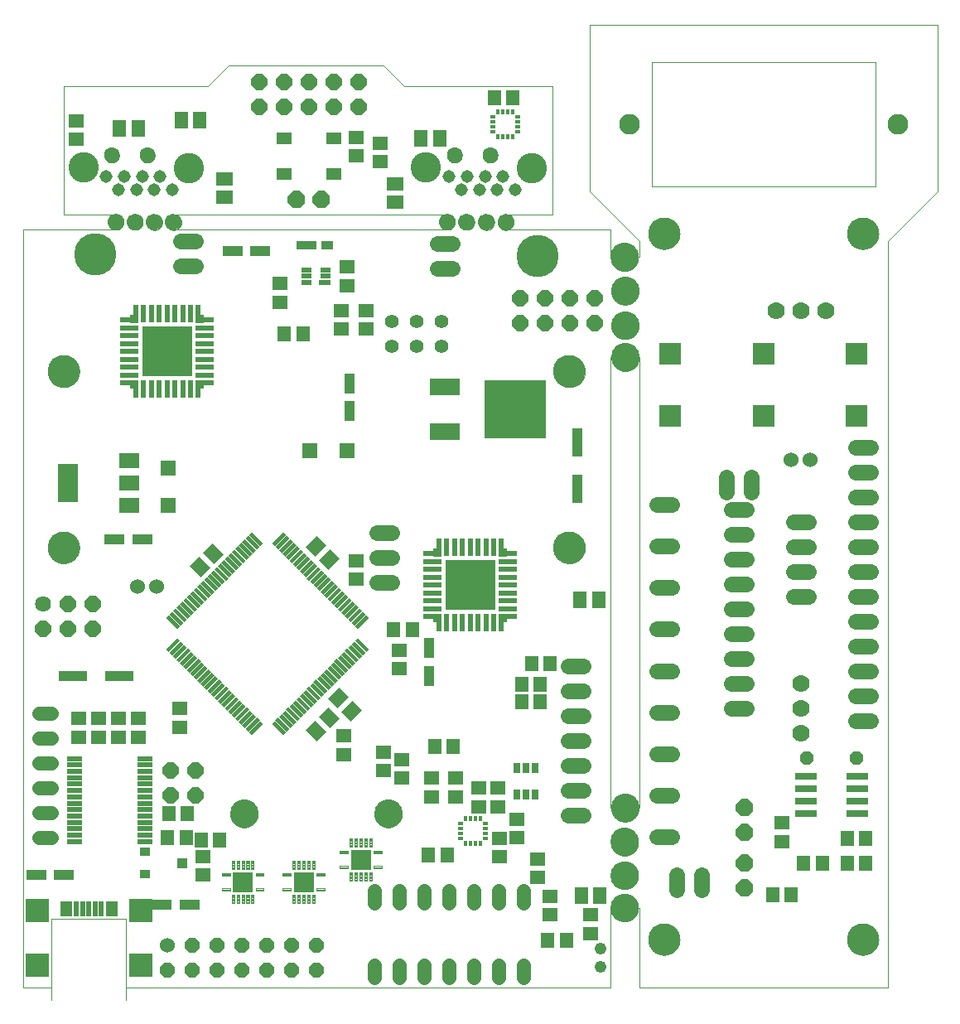
<source format=gts>
G75*
%MOIN*%
%OFA0B0*%
%FSLAX25Y25*%
%IPPOS*%
%LPD*%
%AMOC8*
5,1,8,0,0,1.08239X$1,22.5*
%
%ADD10C,0.00000*%
%ADD11C,0.08274*%
%ADD12C,0.12998*%
%ADD13C,0.06699*%
%ADD14C,0.11424*%
%ADD15R,0.08300X0.06300*%
%ADD16R,0.08300X0.15400*%
%ADD17R,0.12211X0.06699*%
%ADD18R,0.24809X0.23235*%
%ADD19C,0.06000*%
%ADD20R,0.04337X0.08274*%
%ADD21R,0.05518X0.06306*%
%ADD22R,0.06306X0.05518*%
%ADD23R,0.08274X0.04337*%
%ADD24R,0.04337X0.11424*%
%ADD25R,0.11424X0.04337*%
%ADD26R,0.05912X0.05912*%
%ADD27R,0.06306X0.01975*%
%ADD28C,0.04762*%
%ADD29R,0.01600X0.06400*%
%ADD30R,0.09400X0.09400*%
%ADD31R,0.02000X0.06400*%
%ADD32R,0.04900X0.06400*%
%ADD33R,0.02200X0.01600*%
%ADD34R,0.01600X0.02200*%
%ADD35R,0.02565X0.04337*%
%ADD36R,0.05124X0.03550*%
%ADD37R,0.08274X0.03550*%
%ADD38R,0.02290X0.04140*%
%ADD39R,0.03550X0.03550*%
%ADD40R,0.01975X0.04337*%
%ADD41R,0.04140X0.02290*%
%ADD42R,0.04337X0.01975*%
%ADD43R,0.03471X0.03471*%
%ADD44R,0.20085X0.20085*%
%ADD45R,0.04369X0.04369*%
%ADD46R,0.05124X0.01975*%
%ADD47OC8,0.06000*%
%ADD48R,0.08471X0.08471*%
%ADD49C,0.00451*%
%ADD50R,0.03943X0.03353*%
%ADD51R,0.03943X0.04337*%
%ADD52C,0.05600*%
%ADD53C,0.05550*%
%ADD54OC8,0.06400*%
%ADD55C,0.06400*%
%ADD56C,0.06400*%
%ADD57C,0.06337*%
%ADD58R,0.05518X0.06699*%
%ADD59R,0.08668X0.08668*%
%ADD60C,0.07000*%
%ADD61OC8,0.05600*%
%ADD62R,0.09061X0.02762*%
%ADD63OC8,0.07000*%
%ADD64C,0.05156*%
%ADD65C,0.12211*%
%ADD66C,0.06306*%
%ADD67R,0.05912X0.05124*%
%ADD68R,0.06699X0.05518*%
%ADD69C,0.16998*%
D10*
X0040000Y0009500D02*
X0051500Y0009500D01*
X0051600Y0004700D02*
X0051600Y0037200D01*
X0081600Y0037200D01*
X0081600Y0004700D01*
X0081500Y0009500D02*
X0276300Y0009500D01*
X0276300Y0041700D01*
X0288000Y0041700D01*
X0288000Y0009500D01*
X0388000Y0009500D01*
X0388000Y0310000D01*
X0408000Y0330000D01*
X0408000Y0397000D01*
X0268000Y0397000D01*
X0268000Y0330000D01*
X0288000Y0310000D01*
X0288000Y0303400D01*
X0276300Y0303400D01*
X0276300Y0314500D01*
X0234350Y0314500D01*
X0234300Y0320600D01*
X0253000Y0320600D01*
X0253000Y0372200D01*
X0193315Y0372197D01*
X0185047Y0380465D01*
X0122843Y0380465D01*
X0114575Y0372197D01*
X0056300Y0372197D01*
X0056300Y0320600D01*
X0077500Y0320600D01*
X0077500Y0314500D01*
X0040000Y0314500D01*
X0040000Y0009500D01*
X0123488Y0079500D02*
X0123490Y0079648D01*
X0123496Y0079796D01*
X0123506Y0079944D01*
X0123520Y0080091D01*
X0123538Y0080238D01*
X0123559Y0080384D01*
X0123585Y0080530D01*
X0123615Y0080675D01*
X0123648Y0080819D01*
X0123686Y0080962D01*
X0123727Y0081104D01*
X0123772Y0081245D01*
X0123820Y0081385D01*
X0123873Y0081524D01*
X0123929Y0081661D01*
X0123989Y0081796D01*
X0124052Y0081930D01*
X0124119Y0082062D01*
X0124190Y0082192D01*
X0124264Y0082320D01*
X0124341Y0082446D01*
X0124422Y0082570D01*
X0124506Y0082692D01*
X0124593Y0082811D01*
X0124684Y0082928D01*
X0124778Y0083043D01*
X0124874Y0083155D01*
X0124974Y0083265D01*
X0125076Y0083371D01*
X0125182Y0083475D01*
X0125290Y0083576D01*
X0125401Y0083674D01*
X0125514Y0083770D01*
X0125630Y0083862D01*
X0125748Y0083951D01*
X0125869Y0084036D01*
X0125992Y0084119D01*
X0126117Y0084198D01*
X0126244Y0084274D01*
X0126373Y0084346D01*
X0126504Y0084415D01*
X0126637Y0084480D01*
X0126772Y0084541D01*
X0126908Y0084599D01*
X0127045Y0084654D01*
X0127184Y0084704D01*
X0127325Y0084751D01*
X0127466Y0084794D01*
X0127609Y0084834D01*
X0127753Y0084869D01*
X0127897Y0084901D01*
X0128043Y0084928D01*
X0128189Y0084952D01*
X0128336Y0084972D01*
X0128483Y0084988D01*
X0128630Y0085000D01*
X0128778Y0085008D01*
X0128926Y0085012D01*
X0129074Y0085012D01*
X0129222Y0085008D01*
X0129370Y0085000D01*
X0129517Y0084988D01*
X0129664Y0084972D01*
X0129811Y0084952D01*
X0129957Y0084928D01*
X0130103Y0084901D01*
X0130247Y0084869D01*
X0130391Y0084834D01*
X0130534Y0084794D01*
X0130675Y0084751D01*
X0130816Y0084704D01*
X0130955Y0084654D01*
X0131092Y0084599D01*
X0131228Y0084541D01*
X0131363Y0084480D01*
X0131496Y0084415D01*
X0131627Y0084346D01*
X0131756Y0084274D01*
X0131883Y0084198D01*
X0132008Y0084119D01*
X0132131Y0084036D01*
X0132252Y0083951D01*
X0132370Y0083862D01*
X0132486Y0083770D01*
X0132599Y0083674D01*
X0132710Y0083576D01*
X0132818Y0083475D01*
X0132924Y0083371D01*
X0133026Y0083265D01*
X0133126Y0083155D01*
X0133222Y0083043D01*
X0133316Y0082928D01*
X0133407Y0082811D01*
X0133494Y0082692D01*
X0133578Y0082570D01*
X0133659Y0082446D01*
X0133736Y0082320D01*
X0133810Y0082192D01*
X0133881Y0082062D01*
X0133948Y0081930D01*
X0134011Y0081796D01*
X0134071Y0081661D01*
X0134127Y0081524D01*
X0134180Y0081385D01*
X0134228Y0081245D01*
X0134273Y0081104D01*
X0134314Y0080962D01*
X0134352Y0080819D01*
X0134385Y0080675D01*
X0134415Y0080530D01*
X0134441Y0080384D01*
X0134462Y0080238D01*
X0134480Y0080091D01*
X0134494Y0079944D01*
X0134504Y0079796D01*
X0134510Y0079648D01*
X0134512Y0079500D01*
X0134510Y0079352D01*
X0134504Y0079204D01*
X0134494Y0079056D01*
X0134480Y0078909D01*
X0134462Y0078762D01*
X0134441Y0078616D01*
X0134415Y0078470D01*
X0134385Y0078325D01*
X0134352Y0078181D01*
X0134314Y0078038D01*
X0134273Y0077896D01*
X0134228Y0077755D01*
X0134180Y0077615D01*
X0134127Y0077476D01*
X0134071Y0077339D01*
X0134011Y0077204D01*
X0133948Y0077070D01*
X0133881Y0076938D01*
X0133810Y0076808D01*
X0133736Y0076680D01*
X0133659Y0076554D01*
X0133578Y0076430D01*
X0133494Y0076308D01*
X0133407Y0076189D01*
X0133316Y0076072D01*
X0133222Y0075957D01*
X0133126Y0075845D01*
X0133026Y0075735D01*
X0132924Y0075629D01*
X0132818Y0075525D01*
X0132710Y0075424D01*
X0132599Y0075326D01*
X0132486Y0075230D01*
X0132370Y0075138D01*
X0132252Y0075049D01*
X0132131Y0074964D01*
X0132008Y0074881D01*
X0131883Y0074802D01*
X0131756Y0074726D01*
X0131627Y0074654D01*
X0131496Y0074585D01*
X0131363Y0074520D01*
X0131228Y0074459D01*
X0131092Y0074401D01*
X0130955Y0074346D01*
X0130816Y0074296D01*
X0130675Y0074249D01*
X0130534Y0074206D01*
X0130391Y0074166D01*
X0130247Y0074131D01*
X0130103Y0074099D01*
X0129957Y0074072D01*
X0129811Y0074048D01*
X0129664Y0074028D01*
X0129517Y0074012D01*
X0129370Y0074000D01*
X0129222Y0073992D01*
X0129074Y0073988D01*
X0128926Y0073988D01*
X0128778Y0073992D01*
X0128630Y0074000D01*
X0128483Y0074012D01*
X0128336Y0074028D01*
X0128189Y0074048D01*
X0128043Y0074072D01*
X0127897Y0074099D01*
X0127753Y0074131D01*
X0127609Y0074166D01*
X0127466Y0074206D01*
X0127325Y0074249D01*
X0127184Y0074296D01*
X0127045Y0074346D01*
X0126908Y0074401D01*
X0126772Y0074459D01*
X0126637Y0074520D01*
X0126504Y0074585D01*
X0126373Y0074654D01*
X0126244Y0074726D01*
X0126117Y0074802D01*
X0125992Y0074881D01*
X0125869Y0074964D01*
X0125748Y0075049D01*
X0125630Y0075138D01*
X0125514Y0075230D01*
X0125401Y0075326D01*
X0125290Y0075424D01*
X0125182Y0075525D01*
X0125076Y0075629D01*
X0124974Y0075735D01*
X0124874Y0075845D01*
X0124778Y0075957D01*
X0124684Y0076072D01*
X0124593Y0076189D01*
X0124506Y0076308D01*
X0124422Y0076430D01*
X0124341Y0076554D01*
X0124264Y0076680D01*
X0124190Y0076808D01*
X0124119Y0076938D01*
X0124052Y0077070D01*
X0123989Y0077204D01*
X0123929Y0077339D01*
X0123873Y0077476D01*
X0123820Y0077615D01*
X0123772Y0077755D01*
X0123727Y0077896D01*
X0123686Y0078038D01*
X0123648Y0078181D01*
X0123615Y0078325D01*
X0123585Y0078470D01*
X0123559Y0078616D01*
X0123538Y0078762D01*
X0123520Y0078909D01*
X0123506Y0079056D01*
X0123496Y0079204D01*
X0123490Y0079352D01*
X0123488Y0079500D01*
X0181488Y0079500D02*
X0181490Y0079648D01*
X0181496Y0079796D01*
X0181506Y0079944D01*
X0181520Y0080091D01*
X0181538Y0080238D01*
X0181559Y0080384D01*
X0181585Y0080530D01*
X0181615Y0080675D01*
X0181648Y0080819D01*
X0181686Y0080962D01*
X0181727Y0081104D01*
X0181772Y0081245D01*
X0181820Y0081385D01*
X0181873Y0081524D01*
X0181929Y0081661D01*
X0181989Y0081796D01*
X0182052Y0081930D01*
X0182119Y0082062D01*
X0182190Y0082192D01*
X0182264Y0082320D01*
X0182341Y0082446D01*
X0182422Y0082570D01*
X0182506Y0082692D01*
X0182593Y0082811D01*
X0182684Y0082928D01*
X0182778Y0083043D01*
X0182874Y0083155D01*
X0182974Y0083265D01*
X0183076Y0083371D01*
X0183182Y0083475D01*
X0183290Y0083576D01*
X0183401Y0083674D01*
X0183514Y0083770D01*
X0183630Y0083862D01*
X0183748Y0083951D01*
X0183869Y0084036D01*
X0183992Y0084119D01*
X0184117Y0084198D01*
X0184244Y0084274D01*
X0184373Y0084346D01*
X0184504Y0084415D01*
X0184637Y0084480D01*
X0184772Y0084541D01*
X0184908Y0084599D01*
X0185045Y0084654D01*
X0185184Y0084704D01*
X0185325Y0084751D01*
X0185466Y0084794D01*
X0185609Y0084834D01*
X0185753Y0084869D01*
X0185897Y0084901D01*
X0186043Y0084928D01*
X0186189Y0084952D01*
X0186336Y0084972D01*
X0186483Y0084988D01*
X0186630Y0085000D01*
X0186778Y0085008D01*
X0186926Y0085012D01*
X0187074Y0085012D01*
X0187222Y0085008D01*
X0187370Y0085000D01*
X0187517Y0084988D01*
X0187664Y0084972D01*
X0187811Y0084952D01*
X0187957Y0084928D01*
X0188103Y0084901D01*
X0188247Y0084869D01*
X0188391Y0084834D01*
X0188534Y0084794D01*
X0188675Y0084751D01*
X0188816Y0084704D01*
X0188955Y0084654D01*
X0189092Y0084599D01*
X0189228Y0084541D01*
X0189363Y0084480D01*
X0189496Y0084415D01*
X0189627Y0084346D01*
X0189756Y0084274D01*
X0189883Y0084198D01*
X0190008Y0084119D01*
X0190131Y0084036D01*
X0190252Y0083951D01*
X0190370Y0083862D01*
X0190486Y0083770D01*
X0190599Y0083674D01*
X0190710Y0083576D01*
X0190818Y0083475D01*
X0190924Y0083371D01*
X0191026Y0083265D01*
X0191126Y0083155D01*
X0191222Y0083043D01*
X0191316Y0082928D01*
X0191407Y0082811D01*
X0191494Y0082692D01*
X0191578Y0082570D01*
X0191659Y0082446D01*
X0191736Y0082320D01*
X0191810Y0082192D01*
X0191881Y0082062D01*
X0191948Y0081930D01*
X0192011Y0081796D01*
X0192071Y0081661D01*
X0192127Y0081524D01*
X0192180Y0081385D01*
X0192228Y0081245D01*
X0192273Y0081104D01*
X0192314Y0080962D01*
X0192352Y0080819D01*
X0192385Y0080675D01*
X0192415Y0080530D01*
X0192441Y0080384D01*
X0192462Y0080238D01*
X0192480Y0080091D01*
X0192494Y0079944D01*
X0192504Y0079796D01*
X0192510Y0079648D01*
X0192512Y0079500D01*
X0192510Y0079352D01*
X0192504Y0079204D01*
X0192494Y0079056D01*
X0192480Y0078909D01*
X0192462Y0078762D01*
X0192441Y0078616D01*
X0192415Y0078470D01*
X0192385Y0078325D01*
X0192352Y0078181D01*
X0192314Y0078038D01*
X0192273Y0077896D01*
X0192228Y0077755D01*
X0192180Y0077615D01*
X0192127Y0077476D01*
X0192071Y0077339D01*
X0192011Y0077204D01*
X0191948Y0077070D01*
X0191881Y0076938D01*
X0191810Y0076808D01*
X0191736Y0076680D01*
X0191659Y0076554D01*
X0191578Y0076430D01*
X0191494Y0076308D01*
X0191407Y0076189D01*
X0191316Y0076072D01*
X0191222Y0075957D01*
X0191126Y0075845D01*
X0191026Y0075735D01*
X0190924Y0075629D01*
X0190818Y0075525D01*
X0190710Y0075424D01*
X0190599Y0075326D01*
X0190486Y0075230D01*
X0190370Y0075138D01*
X0190252Y0075049D01*
X0190131Y0074964D01*
X0190008Y0074881D01*
X0189883Y0074802D01*
X0189756Y0074726D01*
X0189627Y0074654D01*
X0189496Y0074585D01*
X0189363Y0074520D01*
X0189228Y0074459D01*
X0189092Y0074401D01*
X0188955Y0074346D01*
X0188816Y0074296D01*
X0188675Y0074249D01*
X0188534Y0074206D01*
X0188391Y0074166D01*
X0188247Y0074131D01*
X0188103Y0074099D01*
X0187957Y0074072D01*
X0187811Y0074048D01*
X0187664Y0074028D01*
X0187517Y0074012D01*
X0187370Y0074000D01*
X0187222Y0073992D01*
X0187074Y0073988D01*
X0186926Y0073988D01*
X0186778Y0073992D01*
X0186630Y0074000D01*
X0186483Y0074012D01*
X0186336Y0074028D01*
X0186189Y0074048D01*
X0186043Y0074072D01*
X0185897Y0074099D01*
X0185753Y0074131D01*
X0185609Y0074166D01*
X0185466Y0074206D01*
X0185325Y0074249D01*
X0185184Y0074296D01*
X0185045Y0074346D01*
X0184908Y0074401D01*
X0184772Y0074459D01*
X0184637Y0074520D01*
X0184504Y0074585D01*
X0184373Y0074654D01*
X0184244Y0074726D01*
X0184117Y0074802D01*
X0183992Y0074881D01*
X0183869Y0074964D01*
X0183748Y0075049D01*
X0183630Y0075138D01*
X0183514Y0075230D01*
X0183401Y0075326D01*
X0183290Y0075424D01*
X0183182Y0075525D01*
X0183076Y0075629D01*
X0182974Y0075735D01*
X0182874Y0075845D01*
X0182778Y0075957D01*
X0182684Y0076072D01*
X0182593Y0076189D01*
X0182506Y0076308D01*
X0182422Y0076430D01*
X0182341Y0076554D01*
X0182264Y0076680D01*
X0182190Y0076808D01*
X0182119Y0076938D01*
X0182052Y0077070D01*
X0181989Y0077204D01*
X0181929Y0077339D01*
X0181873Y0077476D01*
X0181820Y0077615D01*
X0181772Y0077755D01*
X0181727Y0077896D01*
X0181686Y0078038D01*
X0181648Y0078181D01*
X0181615Y0078325D01*
X0181585Y0078470D01*
X0181559Y0078616D01*
X0181538Y0078762D01*
X0181520Y0078909D01*
X0181506Y0079056D01*
X0181496Y0079204D01*
X0181490Y0079352D01*
X0181488Y0079500D01*
X0276300Y0081800D02*
X0288000Y0081800D01*
X0288000Y0263100D01*
X0276300Y0263100D01*
X0276300Y0081800D01*
X0276788Y0081800D02*
X0276790Y0081948D01*
X0276796Y0082096D01*
X0276806Y0082244D01*
X0276820Y0082391D01*
X0276838Y0082538D01*
X0276859Y0082684D01*
X0276885Y0082830D01*
X0276915Y0082975D01*
X0276948Y0083119D01*
X0276986Y0083262D01*
X0277027Y0083404D01*
X0277072Y0083545D01*
X0277120Y0083685D01*
X0277173Y0083824D01*
X0277229Y0083961D01*
X0277289Y0084096D01*
X0277352Y0084230D01*
X0277419Y0084362D01*
X0277490Y0084492D01*
X0277564Y0084620D01*
X0277641Y0084746D01*
X0277722Y0084870D01*
X0277806Y0084992D01*
X0277893Y0085111D01*
X0277984Y0085228D01*
X0278078Y0085343D01*
X0278174Y0085455D01*
X0278274Y0085565D01*
X0278376Y0085671D01*
X0278482Y0085775D01*
X0278590Y0085876D01*
X0278701Y0085974D01*
X0278814Y0086070D01*
X0278930Y0086162D01*
X0279048Y0086251D01*
X0279169Y0086336D01*
X0279292Y0086419D01*
X0279417Y0086498D01*
X0279544Y0086574D01*
X0279673Y0086646D01*
X0279804Y0086715D01*
X0279937Y0086780D01*
X0280072Y0086841D01*
X0280208Y0086899D01*
X0280345Y0086954D01*
X0280484Y0087004D01*
X0280625Y0087051D01*
X0280766Y0087094D01*
X0280909Y0087134D01*
X0281053Y0087169D01*
X0281197Y0087201D01*
X0281343Y0087228D01*
X0281489Y0087252D01*
X0281636Y0087272D01*
X0281783Y0087288D01*
X0281930Y0087300D01*
X0282078Y0087308D01*
X0282226Y0087312D01*
X0282374Y0087312D01*
X0282522Y0087308D01*
X0282670Y0087300D01*
X0282817Y0087288D01*
X0282964Y0087272D01*
X0283111Y0087252D01*
X0283257Y0087228D01*
X0283403Y0087201D01*
X0283547Y0087169D01*
X0283691Y0087134D01*
X0283834Y0087094D01*
X0283975Y0087051D01*
X0284116Y0087004D01*
X0284255Y0086954D01*
X0284392Y0086899D01*
X0284528Y0086841D01*
X0284663Y0086780D01*
X0284796Y0086715D01*
X0284927Y0086646D01*
X0285056Y0086574D01*
X0285183Y0086498D01*
X0285308Y0086419D01*
X0285431Y0086336D01*
X0285552Y0086251D01*
X0285670Y0086162D01*
X0285786Y0086070D01*
X0285899Y0085974D01*
X0286010Y0085876D01*
X0286118Y0085775D01*
X0286224Y0085671D01*
X0286326Y0085565D01*
X0286426Y0085455D01*
X0286522Y0085343D01*
X0286616Y0085228D01*
X0286707Y0085111D01*
X0286794Y0084992D01*
X0286878Y0084870D01*
X0286959Y0084746D01*
X0287036Y0084620D01*
X0287110Y0084492D01*
X0287181Y0084362D01*
X0287248Y0084230D01*
X0287311Y0084096D01*
X0287371Y0083961D01*
X0287427Y0083824D01*
X0287480Y0083685D01*
X0287528Y0083545D01*
X0287573Y0083404D01*
X0287614Y0083262D01*
X0287652Y0083119D01*
X0287685Y0082975D01*
X0287715Y0082830D01*
X0287741Y0082684D01*
X0287762Y0082538D01*
X0287780Y0082391D01*
X0287794Y0082244D01*
X0287804Y0082096D01*
X0287810Y0081948D01*
X0287812Y0081800D01*
X0287810Y0081652D01*
X0287804Y0081504D01*
X0287794Y0081356D01*
X0287780Y0081209D01*
X0287762Y0081062D01*
X0287741Y0080916D01*
X0287715Y0080770D01*
X0287685Y0080625D01*
X0287652Y0080481D01*
X0287614Y0080338D01*
X0287573Y0080196D01*
X0287528Y0080055D01*
X0287480Y0079915D01*
X0287427Y0079776D01*
X0287371Y0079639D01*
X0287311Y0079504D01*
X0287248Y0079370D01*
X0287181Y0079238D01*
X0287110Y0079108D01*
X0287036Y0078980D01*
X0286959Y0078854D01*
X0286878Y0078730D01*
X0286794Y0078608D01*
X0286707Y0078489D01*
X0286616Y0078372D01*
X0286522Y0078257D01*
X0286426Y0078145D01*
X0286326Y0078035D01*
X0286224Y0077929D01*
X0286118Y0077825D01*
X0286010Y0077724D01*
X0285899Y0077626D01*
X0285786Y0077530D01*
X0285670Y0077438D01*
X0285552Y0077349D01*
X0285431Y0077264D01*
X0285308Y0077181D01*
X0285183Y0077102D01*
X0285056Y0077026D01*
X0284927Y0076954D01*
X0284796Y0076885D01*
X0284663Y0076820D01*
X0284528Y0076759D01*
X0284392Y0076701D01*
X0284255Y0076646D01*
X0284116Y0076596D01*
X0283975Y0076549D01*
X0283834Y0076506D01*
X0283691Y0076466D01*
X0283547Y0076431D01*
X0283403Y0076399D01*
X0283257Y0076372D01*
X0283111Y0076348D01*
X0282964Y0076328D01*
X0282817Y0076312D01*
X0282670Y0076300D01*
X0282522Y0076292D01*
X0282374Y0076288D01*
X0282226Y0076288D01*
X0282078Y0076292D01*
X0281930Y0076300D01*
X0281783Y0076312D01*
X0281636Y0076328D01*
X0281489Y0076348D01*
X0281343Y0076372D01*
X0281197Y0076399D01*
X0281053Y0076431D01*
X0280909Y0076466D01*
X0280766Y0076506D01*
X0280625Y0076549D01*
X0280484Y0076596D01*
X0280345Y0076646D01*
X0280208Y0076701D01*
X0280072Y0076759D01*
X0279937Y0076820D01*
X0279804Y0076885D01*
X0279673Y0076954D01*
X0279544Y0077026D01*
X0279417Y0077102D01*
X0279292Y0077181D01*
X0279169Y0077264D01*
X0279048Y0077349D01*
X0278930Y0077438D01*
X0278814Y0077530D01*
X0278701Y0077626D01*
X0278590Y0077724D01*
X0278482Y0077825D01*
X0278376Y0077929D01*
X0278274Y0078035D01*
X0278174Y0078145D01*
X0278078Y0078257D01*
X0277984Y0078372D01*
X0277893Y0078489D01*
X0277806Y0078608D01*
X0277722Y0078730D01*
X0277641Y0078854D01*
X0277564Y0078980D01*
X0277490Y0079108D01*
X0277419Y0079238D01*
X0277352Y0079370D01*
X0277289Y0079504D01*
X0277229Y0079639D01*
X0277173Y0079776D01*
X0277120Y0079915D01*
X0277072Y0080055D01*
X0277027Y0080196D01*
X0276986Y0080338D01*
X0276948Y0080481D01*
X0276915Y0080625D01*
X0276885Y0080770D01*
X0276859Y0080916D01*
X0276838Y0081062D01*
X0276820Y0081209D01*
X0276806Y0081356D01*
X0276796Y0081504D01*
X0276790Y0081652D01*
X0276788Y0081800D01*
X0276588Y0068100D02*
X0276590Y0068248D01*
X0276596Y0068396D01*
X0276606Y0068544D01*
X0276620Y0068691D01*
X0276638Y0068838D01*
X0276659Y0068984D01*
X0276685Y0069130D01*
X0276715Y0069275D01*
X0276748Y0069419D01*
X0276786Y0069562D01*
X0276827Y0069704D01*
X0276872Y0069845D01*
X0276920Y0069985D01*
X0276973Y0070124D01*
X0277029Y0070261D01*
X0277089Y0070396D01*
X0277152Y0070530D01*
X0277219Y0070662D01*
X0277290Y0070792D01*
X0277364Y0070920D01*
X0277441Y0071046D01*
X0277522Y0071170D01*
X0277606Y0071292D01*
X0277693Y0071411D01*
X0277784Y0071528D01*
X0277878Y0071643D01*
X0277974Y0071755D01*
X0278074Y0071865D01*
X0278176Y0071971D01*
X0278282Y0072075D01*
X0278390Y0072176D01*
X0278501Y0072274D01*
X0278614Y0072370D01*
X0278730Y0072462D01*
X0278848Y0072551D01*
X0278969Y0072636D01*
X0279092Y0072719D01*
X0279217Y0072798D01*
X0279344Y0072874D01*
X0279473Y0072946D01*
X0279604Y0073015D01*
X0279737Y0073080D01*
X0279872Y0073141D01*
X0280008Y0073199D01*
X0280145Y0073254D01*
X0280284Y0073304D01*
X0280425Y0073351D01*
X0280566Y0073394D01*
X0280709Y0073434D01*
X0280853Y0073469D01*
X0280997Y0073501D01*
X0281143Y0073528D01*
X0281289Y0073552D01*
X0281436Y0073572D01*
X0281583Y0073588D01*
X0281730Y0073600D01*
X0281878Y0073608D01*
X0282026Y0073612D01*
X0282174Y0073612D01*
X0282322Y0073608D01*
X0282470Y0073600D01*
X0282617Y0073588D01*
X0282764Y0073572D01*
X0282911Y0073552D01*
X0283057Y0073528D01*
X0283203Y0073501D01*
X0283347Y0073469D01*
X0283491Y0073434D01*
X0283634Y0073394D01*
X0283775Y0073351D01*
X0283916Y0073304D01*
X0284055Y0073254D01*
X0284192Y0073199D01*
X0284328Y0073141D01*
X0284463Y0073080D01*
X0284596Y0073015D01*
X0284727Y0072946D01*
X0284856Y0072874D01*
X0284983Y0072798D01*
X0285108Y0072719D01*
X0285231Y0072636D01*
X0285352Y0072551D01*
X0285470Y0072462D01*
X0285586Y0072370D01*
X0285699Y0072274D01*
X0285810Y0072176D01*
X0285918Y0072075D01*
X0286024Y0071971D01*
X0286126Y0071865D01*
X0286226Y0071755D01*
X0286322Y0071643D01*
X0286416Y0071528D01*
X0286507Y0071411D01*
X0286594Y0071292D01*
X0286678Y0071170D01*
X0286759Y0071046D01*
X0286836Y0070920D01*
X0286910Y0070792D01*
X0286981Y0070662D01*
X0287048Y0070530D01*
X0287111Y0070396D01*
X0287171Y0070261D01*
X0287227Y0070124D01*
X0287280Y0069985D01*
X0287328Y0069845D01*
X0287373Y0069704D01*
X0287414Y0069562D01*
X0287452Y0069419D01*
X0287485Y0069275D01*
X0287515Y0069130D01*
X0287541Y0068984D01*
X0287562Y0068838D01*
X0287580Y0068691D01*
X0287594Y0068544D01*
X0287604Y0068396D01*
X0287610Y0068248D01*
X0287612Y0068100D01*
X0287610Y0067952D01*
X0287604Y0067804D01*
X0287594Y0067656D01*
X0287580Y0067509D01*
X0287562Y0067362D01*
X0287541Y0067216D01*
X0287515Y0067070D01*
X0287485Y0066925D01*
X0287452Y0066781D01*
X0287414Y0066638D01*
X0287373Y0066496D01*
X0287328Y0066355D01*
X0287280Y0066215D01*
X0287227Y0066076D01*
X0287171Y0065939D01*
X0287111Y0065804D01*
X0287048Y0065670D01*
X0286981Y0065538D01*
X0286910Y0065408D01*
X0286836Y0065280D01*
X0286759Y0065154D01*
X0286678Y0065030D01*
X0286594Y0064908D01*
X0286507Y0064789D01*
X0286416Y0064672D01*
X0286322Y0064557D01*
X0286226Y0064445D01*
X0286126Y0064335D01*
X0286024Y0064229D01*
X0285918Y0064125D01*
X0285810Y0064024D01*
X0285699Y0063926D01*
X0285586Y0063830D01*
X0285470Y0063738D01*
X0285352Y0063649D01*
X0285231Y0063564D01*
X0285108Y0063481D01*
X0284983Y0063402D01*
X0284856Y0063326D01*
X0284727Y0063254D01*
X0284596Y0063185D01*
X0284463Y0063120D01*
X0284328Y0063059D01*
X0284192Y0063001D01*
X0284055Y0062946D01*
X0283916Y0062896D01*
X0283775Y0062849D01*
X0283634Y0062806D01*
X0283491Y0062766D01*
X0283347Y0062731D01*
X0283203Y0062699D01*
X0283057Y0062672D01*
X0282911Y0062648D01*
X0282764Y0062628D01*
X0282617Y0062612D01*
X0282470Y0062600D01*
X0282322Y0062592D01*
X0282174Y0062588D01*
X0282026Y0062588D01*
X0281878Y0062592D01*
X0281730Y0062600D01*
X0281583Y0062612D01*
X0281436Y0062628D01*
X0281289Y0062648D01*
X0281143Y0062672D01*
X0280997Y0062699D01*
X0280853Y0062731D01*
X0280709Y0062766D01*
X0280566Y0062806D01*
X0280425Y0062849D01*
X0280284Y0062896D01*
X0280145Y0062946D01*
X0280008Y0063001D01*
X0279872Y0063059D01*
X0279737Y0063120D01*
X0279604Y0063185D01*
X0279473Y0063254D01*
X0279344Y0063326D01*
X0279217Y0063402D01*
X0279092Y0063481D01*
X0278969Y0063564D01*
X0278848Y0063649D01*
X0278730Y0063738D01*
X0278614Y0063830D01*
X0278501Y0063926D01*
X0278390Y0064024D01*
X0278282Y0064125D01*
X0278176Y0064229D01*
X0278074Y0064335D01*
X0277974Y0064445D01*
X0277878Y0064557D01*
X0277784Y0064672D01*
X0277693Y0064789D01*
X0277606Y0064908D01*
X0277522Y0065030D01*
X0277441Y0065154D01*
X0277364Y0065280D01*
X0277290Y0065408D01*
X0277219Y0065538D01*
X0277152Y0065670D01*
X0277089Y0065804D01*
X0277029Y0065939D01*
X0276973Y0066076D01*
X0276920Y0066215D01*
X0276872Y0066355D01*
X0276827Y0066496D01*
X0276786Y0066638D01*
X0276748Y0066781D01*
X0276715Y0066925D01*
X0276685Y0067070D01*
X0276659Y0067216D01*
X0276638Y0067362D01*
X0276620Y0067509D01*
X0276606Y0067656D01*
X0276596Y0067804D01*
X0276590Y0067952D01*
X0276588Y0068100D01*
X0276588Y0054700D02*
X0276590Y0054848D01*
X0276596Y0054996D01*
X0276606Y0055144D01*
X0276620Y0055291D01*
X0276638Y0055438D01*
X0276659Y0055584D01*
X0276685Y0055730D01*
X0276715Y0055875D01*
X0276748Y0056019D01*
X0276786Y0056162D01*
X0276827Y0056304D01*
X0276872Y0056445D01*
X0276920Y0056585D01*
X0276973Y0056724D01*
X0277029Y0056861D01*
X0277089Y0056996D01*
X0277152Y0057130D01*
X0277219Y0057262D01*
X0277290Y0057392D01*
X0277364Y0057520D01*
X0277441Y0057646D01*
X0277522Y0057770D01*
X0277606Y0057892D01*
X0277693Y0058011D01*
X0277784Y0058128D01*
X0277878Y0058243D01*
X0277974Y0058355D01*
X0278074Y0058465D01*
X0278176Y0058571D01*
X0278282Y0058675D01*
X0278390Y0058776D01*
X0278501Y0058874D01*
X0278614Y0058970D01*
X0278730Y0059062D01*
X0278848Y0059151D01*
X0278969Y0059236D01*
X0279092Y0059319D01*
X0279217Y0059398D01*
X0279344Y0059474D01*
X0279473Y0059546D01*
X0279604Y0059615D01*
X0279737Y0059680D01*
X0279872Y0059741D01*
X0280008Y0059799D01*
X0280145Y0059854D01*
X0280284Y0059904D01*
X0280425Y0059951D01*
X0280566Y0059994D01*
X0280709Y0060034D01*
X0280853Y0060069D01*
X0280997Y0060101D01*
X0281143Y0060128D01*
X0281289Y0060152D01*
X0281436Y0060172D01*
X0281583Y0060188D01*
X0281730Y0060200D01*
X0281878Y0060208D01*
X0282026Y0060212D01*
X0282174Y0060212D01*
X0282322Y0060208D01*
X0282470Y0060200D01*
X0282617Y0060188D01*
X0282764Y0060172D01*
X0282911Y0060152D01*
X0283057Y0060128D01*
X0283203Y0060101D01*
X0283347Y0060069D01*
X0283491Y0060034D01*
X0283634Y0059994D01*
X0283775Y0059951D01*
X0283916Y0059904D01*
X0284055Y0059854D01*
X0284192Y0059799D01*
X0284328Y0059741D01*
X0284463Y0059680D01*
X0284596Y0059615D01*
X0284727Y0059546D01*
X0284856Y0059474D01*
X0284983Y0059398D01*
X0285108Y0059319D01*
X0285231Y0059236D01*
X0285352Y0059151D01*
X0285470Y0059062D01*
X0285586Y0058970D01*
X0285699Y0058874D01*
X0285810Y0058776D01*
X0285918Y0058675D01*
X0286024Y0058571D01*
X0286126Y0058465D01*
X0286226Y0058355D01*
X0286322Y0058243D01*
X0286416Y0058128D01*
X0286507Y0058011D01*
X0286594Y0057892D01*
X0286678Y0057770D01*
X0286759Y0057646D01*
X0286836Y0057520D01*
X0286910Y0057392D01*
X0286981Y0057262D01*
X0287048Y0057130D01*
X0287111Y0056996D01*
X0287171Y0056861D01*
X0287227Y0056724D01*
X0287280Y0056585D01*
X0287328Y0056445D01*
X0287373Y0056304D01*
X0287414Y0056162D01*
X0287452Y0056019D01*
X0287485Y0055875D01*
X0287515Y0055730D01*
X0287541Y0055584D01*
X0287562Y0055438D01*
X0287580Y0055291D01*
X0287594Y0055144D01*
X0287604Y0054996D01*
X0287610Y0054848D01*
X0287612Y0054700D01*
X0287610Y0054552D01*
X0287604Y0054404D01*
X0287594Y0054256D01*
X0287580Y0054109D01*
X0287562Y0053962D01*
X0287541Y0053816D01*
X0287515Y0053670D01*
X0287485Y0053525D01*
X0287452Y0053381D01*
X0287414Y0053238D01*
X0287373Y0053096D01*
X0287328Y0052955D01*
X0287280Y0052815D01*
X0287227Y0052676D01*
X0287171Y0052539D01*
X0287111Y0052404D01*
X0287048Y0052270D01*
X0286981Y0052138D01*
X0286910Y0052008D01*
X0286836Y0051880D01*
X0286759Y0051754D01*
X0286678Y0051630D01*
X0286594Y0051508D01*
X0286507Y0051389D01*
X0286416Y0051272D01*
X0286322Y0051157D01*
X0286226Y0051045D01*
X0286126Y0050935D01*
X0286024Y0050829D01*
X0285918Y0050725D01*
X0285810Y0050624D01*
X0285699Y0050526D01*
X0285586Y0050430D01*
X0285470Y0050338D01*
X0285352Y0050249D01*
X0285231Y0050164D01*
X0285108Y0050081D01*
X0284983Y0050002D01*
X0284856Y0049926D01*
X0284727Y0049854D01*
X0284596Y0049785D01*
X0284463Y0049720D01*
X0284328Y0049659D01*
X0284192Y0049601D01*
X0284055Y0049546D01*
X0283916Y0049496D01*
X0283775Y0049449D01*
X0283634Y0049406D01*
X0283491Y0049366D01*
X0283347Y0049331D01*
X0283203Y0049299D01*
X0283057Y0049272D01*
X0282911Y0049248D01*
X0282764Y0049228D01*
X0282617Y0049212D01*
X0282470Y0049200D01*
X0282322Y0049192D01*
X0282174Y0049188D01*
X0282026Y0049188D01*
X0281878Y0049192D01*
X0281730Y0049200D01*
X0281583Y0049212D01*
X0281436Y0049228D01*
X0281289Y0049248D01*
X0281143Y0049272D01*
X0280997Y0049299D01*
X0280853Y0049331D01*
X0280709Y0049366D01*
X0280566Y0049406D01*
X0280425Y0049449D01*
X0280284Y0049496D01*
X0280145Y0049546D01*
X0280008Y0049601D01*
X0279872Y0049659D01*
X0279737Y0049720D01*
X0279604Y0049785D01*
X0279473Y0049854D01*
X0279344Y0049926D01*
X0279217Y0050002D01*
X0279092Y0050081D01*
X0278969Y0050164D01*
X0278848Y0050249D01*
X0278730Y0050338D01*
X0278614Y0050430D01*
X0278501Y0050526D01*
X0278390Y0050624D01*
X0278282Y0050725D01*
X0278176Y0050829D01*
X0278074Y0050935D01*
X0277974Y0051045D01*
X0277878Y0051157D01*
X0277784Y0051272D01*
X0277693Y0051389D01*
X0277606Y0051508D01*
X0277522Y0051630D01*
X0277441Y0051754D01*
X0277364Y0051880D01*
X0277290Y0052008D01*
X0277219Y0052138D01*
X0277152Y0052270D01*
X0277089Y0052404D01*
X0277029Y0052539D01*
X0276973Y0052676D01*
X0276920Y0052815D01*
X0276872Y0052955D01*
X0276827Y0053096D01*
X0276786Y0053238D01*
X0276748Y0053381D01*
X0276715Y0053525D01*
X0276685Y0053670D01*
X0276659Y0053816D01*
X0276638Y0053962D01*
X0276620Y0054109D01*
X0276606Y0054256D01*
X0276596Y0054404D01*
X0276590Y0054552D01*
X0276588Y0054700D01*
X0276588Y0041700D02*
X0276590Y0041848D01*
X0276596Y0041996D01*
X0276606Y0042144D01*
X0276620Y0042291D01*
X0276638Y0042438D01*
X0276659Y0042584D01*
X0276685Y0042730D01*
X0276715Y0042875D01*
X0276748Y0043019D01*
X0276786Y0043162D01*
X0276827Y0043304D01*
X0276872Y0043445D01*
X0276920Y0043585D01*
X0276973Y0043724D01*
X0277029Y0043861D01*
X0277089Y0043996D01*
X0277152Y0044130D01*
X0277219Y0044262D01*
X0277290Y0044392D01*
X0277364Y0044520D01*
X0277441Y0044646D01*
X0277522Y0044770D01*
X0277606Y0044892D01*
X0277693Y0045011D01*
X0277784Y0045128D01*
X0277878Y0045243D01*
X0277974Y0045355D01*
X0278074Y0045465D01*
X0278176Y0045571D01*
X0278282Y0045675D01*
X0278390Y0045776D01*
X0278501Y0045874D01*
X0278614Y0045970D01*
X0278730Y0046062D01*
X0278848Y0046151D01*
X0278969Y0046236D01*
X0279092Y0046319D01*
X0279217Y0046398D01*
X0279344Y0046474D01*
X0279473Y0046546D01*
X0279604Y0046615D01*
X0279737Y0046680D01*
X0279872Y0046741D01*
X0280008Y0046799D01*
X0280145Y0046854D01*
X0280284Y0046904D01*
X0280425Y0046951D01*
X0280566Y0046994D01*
X0280709Y0047034D01*
X0280853Y0047069D01*
X0280997Y0047101D01*
X0281143Y0047128D01*
X0281289Y0047152D01*
X0281436Y0047172D01*
X0281583Y0047188D01*
X0281730Y0047200D01*
X0281878Y0047208D01*
X0282026Y0047212D01*
X0282174Y0047212D01*
X0282322Y0047208D01*
X0282470Y0047200D01*
X0282617Y0047188D01*
X0282764Y0047172D01*
X0282911Y0047152D01*
X0283057Y0047128D01*
X0283203Y0047101D01*
X0283347Y0047069D01*
X0283491Y0047034D01*
X0283634Y0046994D01*
X0283775Y0046951D01*
X0283916Y0046904D01*
X0284055Y0046854D01*
X0284192Y0046799D01*
X0284328Y0046741D01*
X0284463Y0046680D01*
X0284596Y0046615D01*
X0284727Y0046546D01*
X0284856Y0046474D01*
X0284983Y0046398D01*
X0285108Y0046319D01*
X0285231Y0046236D01*
X0285352Y0046151D01*
X0285470Y0046062D01*
X0285586Y0045970D01*
X0285699Y0045874D01*
X0285810Y0045776D01*
X0285918Y0045675D01*
X0286024Y0045571D01*
X0286126Y0045465D01*
X0286226Y0045355D01*
X0286322Y0045243D01*
X0286416Y0045128D01*
X0286507Y0045011D01*
X0286594Y0044892D01*
X0286678Y0044770D01*
X0286759Y0044646D01*
X0286836Y0044520D01*
X0286910Y0044392D01*
X0286981Y0044262D01*
X0287048Y0044130D01*
X0287111Y0043996D01*
X0287171Y0043861D01*
X0287227Y0043724D01*
X0287280Y0043585D01*
X0287328Y0043445D01*
X0287373Y0043304D01*
X0287414Y0043162D01*
X0287452Y0043019D01*
X0287485Y0042875D01*
X0287515Y0042730D01*
X0287541Y0042584D01*
X0287562Y0042438D01*
X0287580Y0042291D01*
X0287594Y0042144D01*
X0287604Y0041996D01*
X0287610Y0041848D01*
X0287612Y0041700D01*
X0287610Y0041552D01*
X0287604Y0041404D01*
X0287594Y0041256D01*
X0287580Y0041109D01*
X0287562Y0040962D01*
X0287541Y0040816D01*
X0287515Y0040670D01*
X0287485Y0040525D01*
X0287452Y0040381D01*
X0287414Y0040238D01*
X0287373Y0040096D01*
X0287328Y0039955D01*
X0287280Y0039815D01*
X0287227Y0039676D01*
X0287171Y0039539D01*
X0287111Y0039404D01*
X0287048Y0039270D01*
X0286981Y0039138D01*
X0286910Y0039008D01*
X0286836Y0038880D01*
X0286759Y0038754D01*
X0286678Y0038630D01*
X0286594Y0038508D01*
X0286507Y0038389D01*
X0286416Y0038272D01*
X0286322Y0038157D01*
X0286226Y0038045D01*
X0286126Y0037935D01*
X0286024Y0037829D01*
X0285918Y0037725D01*
X0285810Y0037624D01*
X0285699Y0037526D01*
X0285586Y0037430D01*
X0285470Y0037338D01*
X0285352Y0037249D01*
X0285231Y0037164D01*
X0285108Y0037081D01*
X0284983Y0037002D01*
X0284856Y0036926D01*
X0284727Y0036854D01*
X0284596Y0036785D01*
X0284463Y0036720D01*
X0284328Y0036659D01*
X0284192Y0036601D01*
X0284055Y0036546D01*
X0283916Y0036496D01*
X0283775Y0036449D01*
X0283634Y0036406D01*
X0283491Y0036366D01*
X0283347Y0036331D01*
X0283203Y0036299D01*
X0283057Y0036272D01*
X0282911Y0036248D01*
X0282764Y0036228D01*
X0282617Y0036212D01*
X0282470Y0036200D01*
X0282322Y0036192D01*
X0282174Y0036188D01*
X0282026Y0036188D01*
X0281878Y0036192D01*
X0281730Y0036200D01*
X0281583Y0036212D01*
X0281436Y0036228D01*
X0281289Y0036248D01*
X0281143Y0036272D01*
X0280997Y0036299D01*
X0280853Y0036331D01*
X0280709Y0036366D01*
X0280566Y0036406D01*
X0280425Y0036449D01*
X0280284Y0036496D01*
X0280145Y0036546D01*
X0280008Y0036601D01*
X0279872Y0036659D01*
X0279737Y0036720D01*
X0279604Y0036785D01*
X0279473Y0036854D01*
X0279344Y0036926D01*
X0279217Y0037002D01*
X0279092Y0037081D01*
X0278969Y0037164D01*
X0278848Y0037249D01*
X0278730Y0037338D01*
X0278614Y0037430D01*
X0278501Y0037526D01*
X0278390Y0037624D01*
X0278282Y0037725D01*
X0278176Y0037829D01*
X0278074Y0037935D01*
X0277974Y0038045D01*
X0277878Y0038157D01*
X0277784Y0038272D01*
X0277693Y0038389D01*
X0277606Y0038508D01*
X0277522Y0038630D01*
X0277441Y0038754D01*
X0277364Y0038880D01*
X0277290Y0039008D01*
X0277219Y0039138D01*
X0277152Y0039270D01*
X0277089Y0039404D01*
X0277029Y0039539D01*
X0276973Y0039676D01*
X0276920Y0039815D01*
X0276872Y0039955D01*
X0276827Y0040096D01*
X0276786Y0040238D01*
X0276748Y0040381D01*
X0276715Y0040525D01*
X0276685Y0040670D01*
X0276659Y0040816D01*
X0276638Y0040962D01*
X0276620Y0041109D01*
X0276606Y0041256D01*
X0276596Y0041404D01*
X0276590Y0041552D01*
X0276588Y0041700D01*
X0291701Y0029000D02*
X0291703Y0029158D01*
X0291709Y0029316D01*
X0291719Y0029474D01*
X0291733Y0029632D01*
X0291751Y0029789D01*
X0291772Y0029946D01*
X0291798Y0030102D01*
X0291828Y0030258D01*
X0291861Y0030413D01*
X0291899Y0030566D01*
X0291940Y0030719D01*
X0291985Y0030871D01*
X0292034Y0031022D01*
X0292087Y0031171D01*
X0292143Y0031319D01*
X0292203Y0031465D01*
X0292267Y0031610D01*
X0292335Y0031753D01*
X0292406Y0031895D01*
X0292480Y0032035D01*
X0292558Y0032172D01*
X0292640Y0032308D01*
X0292724Y0032442D01*
X0292813Y0032573D01*
X0292904Y0032702D01*
X0292999Y0032829D01*
X0293096Y0032954D01*
X0293197Y0033076D01*
X0293301Y0033195D01*
X0293408Y0033312D01*
X0293518Y0033426D01*
X0293631Y0033537D01*
X0293746Y0033646D01*
X0293864Y0033751D01*
X0293985Y0033853D01*
X0294108Y0033953D01*
X0294234Y0034049D01*
X0294362Y0034142D01*
X0294492Y0034232D01*
X0294625Y0034318D01*
X0294760Y0034402D01*
X0294896Y0034481D01*
X0295035Y0034558D01*
X0295176Y0034630D01*
X0295318Y0034700D01*
X0295462Y0034765D01*
X0295608Y0034827D01*
X0295755Y0034885D01*
X0295904Y0034940D01*
X0296054Y0034991D01*
X0296205Y0035038D01*
X0296357Y0035081D01*
X0296510Y0035120D01*
X0296665Y0035156D01*
X0296820Y0035187D01*
X0296976Y0035215D01*
X0297132Y0035239D01*
X0297289Y0035259D01*
X0297447Y0035275D01*
X0297604Y0035287D01*
X0297763Y0035295D01*
X0297921Y0035299D01*
X0298079Y0035299D01*
X0298237Y0035295D01*
X0298396Y0035287D01*
X0298553Y0035275D01*
X0298711Y0035259D01*
X0298868Y0035239D01*
X0299024Y0035215D01*
X0299180Y0035187D01*
X0299335Y0035156D01*
X0299490Y0035120D01*
X0299643Y0035081D01*
X0299795Y0035038D01*
X0299946Y0034991D01*
X0300096Y0034940D01*
X0300245Y0034885D01*
X0300392Y0034827D01*
X0300538Y0034765D01*
X0300682Y0034700D01*
X0300824Y0034630D01*
X0300965Y0034558D01*
X0301104Y0034481D01*
X0301240Y0034402D01*
X0301375Y0034318D01*
X0301508Y0034232D01*
X0301638Y0034142D01*
X0301766Y0034049D01*
X0301892Y0033953D01*
X0302015Y0033853D01*
X0302136Y0033751D01*
X0302254Y0033646D01*
X0302369Y0033537D01*
X0302482Y0033426D01*
X0302592Y0033312D01*
X0302699Y0033195D01*
X0302803Y0033076D01*
X0302904Y0032954D01*
X0303001Y0032829D01*
X0303096Y0032702D01*
X0303187Y0032573D01*
X0303276Y0032442D01*
X0303360Y0032308D01*
X0303442Y0032172D01*
X0303520Y0032035D01*
X0303594Y0031895D01*
X0303665Y0031753D01*
X0303733Y0031610D01*
X0303797Y0031465D01*
X0303857Y0031319D01*
X0303913Y0031171D01*
X0303966Y0031022D01*
X0304015Y0030871D01*
X0304060Y0030719D01*
X0304101Y0030566D01*
X0304139Y0030413D01*
X0304172Y0030258D01*
X0304202Y0030102D01*
X0304228Y0029946D01*
X0304249Y0029789D01*
X0304267Y0029632D01*
X0304281Y0029474D01*
X0304291Y0029316D01*
X0304297Y0029158D01*
X0304299Y0029000D01*
X0304297Y0028842D01*
X0304291Y0028684D01*
X0304281Y0028526D01*
X0304267Y0028368D01*
X0304249Y0028211D01*
X0304228Y0028054D01*
X0304202Y0027898D01*
X0304172Y0027742D01*
X0304139Y0027587D01*
X0304101Y0027434D01*
X0304060Y0027281D01*
X0304015Y0027129D01*
X0303966Y0026978D01*
X0303913Y0026829D01*
X0303857Y0026681D01*
X0303797Y0026535D01*
X0303733Y0026390D01*
X0303665Y0026247D01*
X0303594Y0026105D01*
X0303520Y0025965D01*
X0303442Y0025828D01*
X0303360Y0025692D01*
X0303276Y0025558D01*
X0303187Y0025427D01*
X0303096Y0025298D01*
X0303001Y0025171D01*
X0302904Y0025046D01*
X0302803Y0024924D01*
X0302699Y0024805D01*
X0302592Y0024688D01*
X0302482Y0024574D01*
X0302369Y0024463D01*
X0302254Y0024354D01*
X0302136Y0024249D01*
X0302015Y0024147D01*
X0301892Y0024047D01*
X0301766Y0023951D01*
X0301638Y0023858D01*
X0301508Y0023768D01*
X0301375Y0023682D01*
X0301240Y0023598D01*
X0301104Y0023519D01*
X0300965Y0023442D01*
X0300824Y0023370D01*
X0300682Y0023300D01*
X0300538Y0023235D01*
X0300392Y0023173D01*
X0300245Y0023115D01*
X0300096Y0023060D01*
X0299946Y0023009D01*
X0299795Y0022962D01*
X0299643Y0022919D01*
X0299490Y0022880D01*
X0299335Y0022844D01*
X0299180Y0022813D01*
X0299024Y0022785D01*
X0298868Y0022761D01*
X0298711Y0022741D01*
X0298553Y0022725D01*
X0298396Y0022713D01*
X0298237Y0022705D01*
X0298079Y0022701D01*
X0297921Y0022701D01*
X0297763Y0022705D01*
X0297604Y0022713D01*
X0297447Y0022725D01*
X0297289Y0022741D01*
X0297132Y0022761D01*
X0296976Y0022785D01*
X0296820Y0022813D01*
X0296665Y0022844D01*
X0296510Y0022880D01*
X0296357Y0022919D01*
X0296205Y0022962D01*
X0296054Y0023009D01*
X0295904Y0023060D01*
X0295755Y0023115D01*
X0295608Y0023173D01*
X0295462Y0023235D01*
X0295318Y0023300D01*
X0295176Y0023370D01*
X0295035Y0023442D01*
X0294896Y0023519D01*
X0294760Y0023598D01*
X0294625Y0023682D01*
X0294492Y0023768D01*
X0294362Y0023858D01*
X0294234Y0023951D01*
X0294108Y0024047D01*
X0293985Y0024147D01*
X0293864Y0024249D01*
X0293746Y0024354D01*
X0293631Y0024463D01*
X0293518Y0024574D01*
X0293408Y0024688D01*
X0293301Y0024805D01*
X0293197Y0024924D01*
X0293096Y0025046D01*
X0292999Y0025171D01*
X0292904Y0025298D01*
X0292813Y0025427D01*
X0292724Y0025558D01*
X0292640Y0025692D01*
X0292558Y0025828D01*
X0292480Y0025965D01*
X0292406Y0026105D01*
X0292335Y0026247D01*
X0292267Y0026390D01*
X0292203Y0026535D01*
X0292143Y0026681D01*
X0292087Y0026829D01*
X0292034Y0026978D01*
X0291985Y0027129D01*
X0291940Y0027281D01*
X0291899Y0027434D01*
X0291861Y0027587D01*
X0291828Y0027742D01*
X0291798Y0027898D01*
X0291772Y0028054D01*
X0291751Y0028211D01*
X0291733Y0028368D01*
X0291719Y0028526D01*
X0291709Y0028684D01*
X0291703Y0028842D01*
X0291701Y0029000D01*
X0371701Y0029000D02*
X0371703Y0029158D01*
X0371709Y0029316D01*
X0371719Y0029474D01*
X0371733Y0029632D01*
X0371751Y0029789D01*
X0371772Y0029946D01*
X0371798Y0030102D01*
X0371828Y0030258D01*
X0371861Y0030413D01*
X0371899Y0030566D01*
X0371940Y0030719D01*
X0371985Y0030871D01*
X0372034Y0031022D01*
X0372087Y0031171D01*
X0372143Y0031319D01*
X0372203Y0031465D01*
X0372267Y0031610D01*
X0372335Y0031753D01*
X0372406Y0031895D01*
X0372480Y0032035D01*
X0372558Y0032172D01*
X0372640Y0032308D01*
X0372724Y0032442D01*
X0372813Y0032573D01*
X0372904Y0032702D01*
X0372999Y0032829D01*
X0373096Y0032954D01*
X0373197Y0033076D01*
X0373301Y0033195D01*
X0373408Y0033312D01*
X0373518Y0033426D01*
X0373631Y0033537D01*
X0373746Y0033646D01*
X0373864Y0033751D01*
X0373985Y0033853D01*
X0374108Y0033953D01*
X0374234Y0034049D01*
X0374362Y0034142D01*
X0374492Y0034232D01*
X0374625Y0034318D01*
X0374760Y0034402D01*
X0374896Y0034481D01*
X0375035Y0034558D01*
X0375176Y0034630D01*
X0375318Y0034700D01*
X0375462Y0034765D01*
X0375608Y0034827D01*
X0375755Y0034885D01*
X0375904Y0034940D01*
X0376054Y0034991D01*
X0376205Y0035038D01*
X0376357Y0035081D01*
X0376510Y0035120D01*
X0376665Y0035156D01*
X0376820Y0035187D01*
X0376976Y0035215D01*
X0377132Y0035239D01*
X0377289Y0035259D01*
X0377447Y0035275D01*
X0377604Y0035287D01*
X0377763Y0035295D01*
X0377921Y0035299D01*
X0378079Y0035299D01*
X0378237Y0035295D01*
X0378396Y0035287D01*
X0378553Y0035275D01*
X0378711Y0035259D01*
X0378868Y0035239D01*
X0379024Y0035215D01*
X0379180Y0035187D01*
X0379335Y0035156D01*
X0379490Y0035120D01*
X0379643Y0035081D01*
X0379795Y0035038D01*
X0379946Y0034991D01*
X0380096Y0034940D01*
X0380245Y0034885D01*
X0380392Y0034827D01*
X0380538Y0034765D01*
X0380682Y0034700D01*
X0380824Y0034630D01*
X0380965Y0034558D01*
X0381104Y0034481D01*
X0381240Y0034402D01*
X0381375Y0034318D01*
X0381508Y0034232D01*
X0381638Y0034142D01*
X0381766Y0034049D01*
X0381892Y0033953D01*
X0382015Y0033853D01*
X0382136Y0033751D01*
X0382254Y0033646D01*
X0382369Y0033537D01*
X0382482Y0033426D01*
X0382592Y0033312D01*
X0382699Y0033195D01*
X0382803Y0033076D01*
X0382904Y0032954D01*
X0383001Y0032829D01*
X0383096Y0032702D01*
X0383187Y0032573D01*
X0383276Y0032442D01*
X0383360Y0032308D01*
X0383442Y0032172D01*
X0383520Y0032035D01*
X0383594Y0031895D01*
X0383665Y0031753D01*
X0383733Y0031610D01*
X0383797Y0031465D01*
X0383857Y0031319D01*
X0383913Y0031171D01*
X0383966Y0031022D01*
X0384015Y0030871D01*
X0384060Y0030719D01*
X0384101Y0030566D01*
X0384139Y0030413D01*
X0384172Y0030258D01*
X0384202Y0030102D01*
X0384228Y0029946D01*
X0384249Y0029789D01*
X0384267Y0029632D01*
X0384281Y0029474D01*
X0384291Y0029316D01*
X0384297Y0029158D01*
X0384299Y0029000D01*
X0384297Y0028842D01*
X0384291Y0028684D01*
X0384281Y0028526D01*
X0384267Y0028368D01*
X0384249Y0028211D01*
X0384228Y0028054D01*
X0384202Y0027898D01*
X0384172Y0027742D01*
X0384139Y0027587D01*
X0384101Y0027434D01*
X0384060Y0027281D01*
X0384015Y0027129D01*
X0383966Y0026978D01*
X0383913Y0026829D01*
X0383857Y0026681D01*
X0383797Y0026535D01*
X0383733Y0026390D01*
X0383665Y0026247D01*
X0383594Y0026105D01*
X0383520Y0025965D01*
X0383442Y0025828D01*
X0383360Y0025692D01*
X0383276Y0025558D01*
X0383187Y0025427D01*
X0383096Y0025298D01*
X0383001Y0025171D01*
X0382904Y0025046D01*
X0382803Y0024924D01*
X0382699Y0024805D01*
X0382592Y0024688D01*
X0382482Y0024574D01*
X0382369Y0024463D01*
X0382254Y0024354D01*
X0382136Y0024249D01*
X0382015Y0024147D01*
X0381892Y0024047D01*
X0381766Y0023951D01*
X0381638Y0023858D01*
X0381508Y0023768D01*
X0381375Y0023682D01*
X0381240Y0023598D01*
X0381104Y0023519D01*
X0380965Y0023442D01*
X0380824Y0023370D01*
X0380682Y0023300D01*
X0380538Y0023235D01*
X0380392Y0023173D01*
X0380245Y0023115D01*
X0380096Y0023060D01*
X0379946Y0023009D01*
X0379795Y0022962D01*
X0379643Y0022919D01*
X0379490Y0022880D01*
X0379335Y0022844D01*
X0379180Y0022813D01*
X0379024Y0022785D01*
X0378868Y0022761D01*
X0378711Y0022741D01*
X0378553Y0022725D01*
X0378396Y0022713D01*
X0378237Y0022705D01*
X0378079Y0022701D01*
X0377921Y0022701D01*
X0377763Y0022705D01*
X0377604Y0022713D01*
X0377447Y0022725D01*
X0377289Y0022741D01*
X0377132Y0022761D01*
X0376976Y0022785D01*
X0376820Y0022813D01*
X0376665Y0022844D01*
X0376510Y0022880D01*
X0376357Y0022919D01*
X0376205Y0022962D01*
X0376054Y0023009D01*
X0375904Y0023060D01*
X0375755Y0023115D01*
X0375608Y0023173D01*
X0375462Y0023235D01*
X0375318Y0023300D01*
X0375176Y0023370D01*
X0375035Y0023442D01*
X0374896Y0023519D01*
X0374760Y0023598D01*
X0374625Y0023682D01*
X0374492Y0023768D01*
X0374362Y0023858D01*
X0374234Y0023951D01*
X0374108Y0024047D01*
X0373985Y0024147D01*
X0373864Y0024249D01*
X0373746Y0024354D01*
X0373631Y0024463D01*
X0373518Y0024574D01*
X0373408Y0024688D01*
X0373301Y0024805D01*
X0373197Y0024924D01*
X0373096Y0025046D01*
X0372999Y0025171D01*
X0372904Y0025298D01*
X0372813Y0025427D01*
X0372724Y0025558D01*
X0372640Y0025692D01*
X0372558Y0025828D01*
X0372480Y0025965D01*
X0372406Y0026105D01*
X0372335Y0026247D01*
X0372267Y0026390D01*
X0372203Y0026535D01*
X0372143Y0026681D01*
X0372087Y0026829D01*
X0372034Y0026978D01*
X0371985Y0027129D01*
X0371940Y0027281D01*
X0371899Y0027434D01*
X0371861Y0027587D01*
X0371828Y0027742D01*
X0371798Y0027898D01*
X0371772Y0028054D01*
X0371751Y0028211D01*
X0371733Y0028368D01*
X0371719Y0028526D01*
X0371709Y0028684D01*
X0371703Y0028842D01*
X0371701Y0029000D01*
X0253573Y0186567D02*
X0253575Y0186725D01*
X0253581Y0186883D01*
X0253591Y0187041D01*
X0253605Y0187199D01*
X0253623Y0187356D01*
X0253644Y0187513D01*
X0253670Y0187669D01*
X0253700Y0187825D01*
X0253733Y0187980D01*
X0253771Y0188133D01*
X0253812Y0188286D01*
X0253857Y0188438D01*
X0253906Y0188589D01*
X0253959Y0188738D01*
X0254015Y0188886D01*
X0254075Y0189032D01*
X0254139Y0189177D01*
X0254207Y0189320D01*
X0254278Y0189462D01*
X0254352Y0189602D01*
X0254430Y0189739D01*
X0254512Y0189875D01*
X0254596Y0190009D01*
X0254685Y0190140D01*
X0254776Y0190269D01*
X0254871Y0190396D01*
X0254968Y0190521D01*
X0255069Y0190643D01*
X0255173Y0190762D01*
X0255280Y0190879D01*
X0255390Y0190993D01*
X0255503Y0191104D01*
X0255618Y0191213D01*
X0255736Y0191318D01*
X0255857Y0191420D01*
X0255980Y0191520D01*
X0256106Y0191616D01*
X0256234Y0191709D01*
X0256364Y0191799D01*
X0256497Y0191885D01*
X0256632Y0191969D01*
X0256768Y0192048D01*
X0256907Y0192125D01*
X0257048Y0192197D01*
X0257190Y0192267D01*
X0257334Y0192332D01*
X0257480Y0192394D01*
X0257627Y0192452D01*
X0257776Y0192507D01*
X0257926Y0192558D01*
X0258077Y0192605D01*
X0258229Y0192648D01*
X0258382Y0192687D01*
X0258537Y0192723D01*
X0258692Y0192754D01*
X0258848Y0192782D01*
X0259004Y0192806D01*
X0259161Y0192826D01*
X0259319Y0192842D01*
X0259476Y0192854D01*
X0259635Y0192862D01*
X0259793Y0192866D01*
X0259951Y0192866D01*
X0260109Y0192862D01*
X0260268Y0192854D01*
X0260425Y0192842D01*
X0260583Y0192826D01*
X0260740Y0192806D01*
X0260896Y0192782D01*
X0261052Y0192754D01*
X0261207Y0192723D01*
X0261362Y0192687D01*
X0261515Y0192648D01*
X0261667Y0192605D01*
X0261818Y0192558D01*
X0261968Y0192507D01*
X0262117Y0192452D01*
X0262264Y0192394D01*
X0262410Y0192332D01*
X0262554Y0192267D01*
X0262696Y0192197D01*
X0262837Y0192125D01*
X0262976Y0192048D01*
X0263112Y0191969D01*
X0263247Y0191885D01*
X0263380Y0191799D01*
X0263510Y0191709D01*
X0263638Y0191616D01*
X0263764Y0191520D01*
X0263887Y0191420D01*
X0264008Y0191318D01*
X0264126Y0191213D01*
X0264241Y0191104D01*
X0264354Y0190993D01*
X0264464Y0190879D01*
X0264571Y0190762D01*
X0264675Y0190643D01*
X0264776Y0190521D01*
X0264873Y0190396D01*
X0264968Y0190269D01*
X0265059Y0190140D01*
X0265148Y0190009D01*
X0265232Y0189875D01*
X0265314Y0189739D01*
X0265392Y0189602D01*
X0265466Y0189462D01*
X0265537Y0189320D01*
X0265605Y0189177D01*
X0265669Y0189032D01*
X0265729Y0188886D01*
X0265785Y0188738D01*
X0265838Y0188589D01*
X0265887Y0188438D01*
X0265932Y0188286D01*
X0265973Y0188133D01*
X0266011Y0187980D01*
X0266044Y0187825D01*
X0266074Y0187669D01*
X0266100Y0187513D01*
X0266121Y0187356D01*
X0266139Y0187199D01*
X0266153Y0187041D01*
X0266163Y0186883D01*
X0266169Y0186725D01*
X0266171Y0186567D01*
X0266169Y0186409D01*
X0266163Y0186251D01*
X0266153Y0186093D01*
X0266139Y0185935D01*
X0266121Y0185778D01*
X0266100Y0185621D01*
X0266074Y0185465D01*
X0266044Y0185309D01*
X0266011Y0185154D01*
X0265973Y0185001D01*
X0265932Y0184848D01*
X0265887Y0184696D01*
X0265838Y0184545D01*
X0265785Y0184396D01*
X0265729Y0184248D01*
X0265669Y0184102D01*
X0265605Y0183957D01*
X0265537Y0183814D01*
X0265466Y0183672D01*
X0265392Y0183532D01*
X0265314Y0183395D01*
X0265232Y0183259D01*
X0265148Y0183125D01*
X0265059Y0182994D01*
X0264968Y0182865D01*
X0264873Y0182738D01*
X0264776Y0182613D01*
X0264675Y0182491D01*
X0264571Y0182372D01*
X0264464Y0182255D01*
X0264354Y0182141D01*
X0264241Y0182030D01*
X0264126Y0181921D01*
X0264008Y0181816D01*
X0263887Y0181714D01*
X0263764Y0181614D01*
X0263638Y0181518D01*
X0263510Y0181425D01*
X0263380Y0181335D01*
X0263247Y0181249D01*
X0263112Y0181165D01*
X0262976Y0181086D01*
X0262837Y0181009D01*
X0262696Y0180937D01*
X0262554Y0180867D01*
X0262410Y0180802D01*
X0262264Y0180740D01*
X0262117Y0180682D01*
X0261968Y0180627D01*
X0261818Y0180576D01*
X0261667Y0180529D01*
X0261515Y0180486D01*
X0261362Y0180447D01*
X0261207Y0180411D01*
X0261052Y0180380D01*
X0260896Y0180352D01*
X0260740Y0180328D01*
X0260583Y0180308D01*
X0260425Y0180292D01*
X0260268Y0180280D01*
X0260109Y0180272D01*
X0259951Y0180268D01*
X0259793Y0180268D01*
X0259635Y0180272D01*
X0259476Y0180280D01*
X0259319Y0180292D01*
X0259161Y0180308D01*
X0259004Y0180328D01*
X0258848Y0180352D01*
X0258692Y0180380D01*
X0258537Y0180411D01*
X0258382Y0180447D01*
X0258229Y0180486D01*
X0258077Y0180529D01*
X0257926Y0180576D01*
X0257776Y0180627D01*
X0257627Y0180682D01*
X0257480Y0180740D01*
X0257334Y0180802D01*
X0257190Y0180867D01*
X0257048Y0180937D01*
X0256907Y0181009D01*
X0256768Y0181086D01*
X0256632Y0181165D01*
X0256497Y0181249D01*
X0256364Y0181335D01*
X0256234Y0181425D01*
X0256106Y0181518D01*
X0255980Y0181614D01*
X0255857Y0181714D01*
X0255736Y0181816D01*
X0255618Y0181921D01*
X0255503Y0182030D01*
X0255390Y0182141D01*
X0255280Y0182255D01*
X0255173Y0182372D01*
X0255069Y0182491D01*
X0254968Y0182613D01*
X0254871Y0182738D01*
X0254776Y0182865D01*
X0254685Y0182994D01*
X0254596Y0183125D01*
X0254512Y0183259D01*
X0254430Y0183395D01*
X0254352Y0183532D01*
X0254278Y0183672D01*
X0254207Y0183814D01*
X0254139Y0183957D01*
X0254075Y0184102D01*
X0254015Y0184248D01*
X0253959Y0184396D01*
X0253906Y0184545D01*
X0253857Y0184696D01*
X0253812Y0184848D01*
X0253771Y0185001D01*
X0253733Y0185154D01*
X0253700Y0185309D01*
X0253670Y0185465D01*
X0253644Y0185621D01*
X0253623Y0185778D01*
X0253605Y0185935D01*
X0253591Y0186093D01*
X0253581Y0186251D01*
X0253575Y0186409D01*
X0253573Y0186567D01*
X0253573Y0257433D02*
X0253575Y0257591D01*
X0253581Y0257749D01*
X0253591Y0257907D01*
X0253605Y0258065D01*
X0253623Y0258222D01*
X0253644Y0258379D01*
X0253670Y0258535D01*
X0253700Y0258691D01*
X0253733Y0258846D01*
X0253771Y0258999D01*
X0253812Y0259152D01*
X0253857Y0259304D01*
X0253906Y0259455D01*
X0253959Y0259604D01*
X0254015Y0259752D01*
X0254075Y0259898D01*
X0254139Y0260043D01*
X0254207Y0260186D01*
X0254278Y0260328D01*
X0254352Y0260468D01*
X0254430Y0260605D01*
X0254512Y0260741D01*
X0254596Y0260875D01*
X0254685Y0261006D01*
X0254776Y0261135D01*
X0254871Y0261262D01*
X0254968Y0261387D01*
X0255069Y0261509D01*
X0255173Y0261628D01*
X0255280Y0261745D01*
X0255390Y0261859D01*
X0255503Y0261970D01*
X0255618Y0262079D01*
X0255736Y0262184D01*
X0255857Y0262286D01*
X0255980Y0262386D01*
X0256106Y0262482D01*
X0256234Y0262575D01*
X0256364Y0262665D01*
X0256497Y0262751D01*
X0256632Y0262835D01*
X0256768Y0262914D01*
X0256907Y0262991D01*
X0257048Y0263063D01*
X0257190Y0263133D01*
X0257334Y0263198D01*
X0257480Y0263260D01*
X0257627Y0263318D01*
X0257776Y0263373D01*
X0257926Y0263424D01*
X0258077Y0263471D01*
X0258229Y0263514D01*
X0258382Y0263553D01*
X0258537Y0263589D01*
X0258692Y0263620D01*
X0258848Y0263648D01*
X0259004Y0263672D01*
X0259161Y0263692D01*
X0259319Y0263708D01*
X0259476Y0263720D01*
X0259635Y0263728D01*
X0259793Y0263732D01*
X0259951Y0263732D01*
X0260109Y0263728D01*
X0260268Y0263720D01*
X0260425Y0263708D01*
X0260583Y0263692D01*
X0260740Y0263672D01*
X0260896Y0263648D01*
X0261052Y0263620D01*
X0261207Y0263589D01*
X0261362Y0263553D01*
X0261515Y0263514D01*
X0261667Y0263471D01*
X0261818Y0263424D01*
X0261968Y0263373D01*
X0262117Y0263318D01*
X0262264Y0263260D01*
X0262410Y0263198D01*
X0262554Y0263133D01*
X0262696Y0263063D01*
X0262837Y0262991D01*
X0262976Y0262914D01*
X0263112Y0262835D01*
X0263247Y0262751D01*
X0263380Y0262665D01*
X0263510Y0262575D01*
X0263638Y0262482D01*
X0263764Y0262386D01*
X0263887Y0262286D01*
X0264008Y0262184D01*
X0264126Y0262079D01*
X0264241Y0261970D01*
X0264354Y0261859D01*
X0264464Y0261745D01*
X0264571Y0261628D01*
X0264675Y0261509D01*
X0264776Y0261387D01*
X0264873Y0261262D01*
X0264968Y0261135D01*
X0265059Y0261006D01*
X0265148Y0260875D01*
X0265232Y0260741D01*
X0265314Y0260605D01*
X0265392Y0260468D01*
X0265466Y0260328D01*
X0265537Y0260186D01*
X0265605Y0260043D01*
X0265669Y0259898D01*
X0265729Y0259752D01*
X0265785Y0259604D01*
X0265838Y0259455D01*
X0265887Y0259304D01*
X0265932Y0259152D01*
X0265973Y0258999D01*
X0266011Y0258846D01*
X0266044Y0258691D01*
X0266074Y0258535D01*
X0266100Y0258379D01*
X0266121Y0258222D01*
X0266139Y0258065D01*
X0266153Y0257907D01*
X0266163Y0257749D01*
X0266169Y0257591D01*
X0266171Y0257433D01*
X0266169Y0257275D01*
X0266163Y0257117D01*
X0266153Y0256959D01*
X0266139Y0256801D01*
X0266121Y0256644D01*
X0266100Y0256487D01*
X0266074Y0256331D01*
X0266044Y0256175D01*
X0266011Y0256020D01*
X0265973Y0255867D01*
X0265932Y0255714D01*
X0265887Y0255562D01*
X0265838Y0255411D01*
X0265785Y0255262D01*
X0265729Y0255114D01*
X0265669Y0254968D01*
X0265605Y0254823D01*
X0265537Y0254680D01*
X0265466Y0254538D01*
X0265392Y0254398D01*
X0265314Y0254261D01*
X0265232Y0254125D01*
X0265148Y0253991D01*
X0265059Y0253860D01*
X0264968Y0253731D01*
X0264873Y0253604D01*
X0264776Y0253479D01*
X0264675Y0253357D01*
X0264571Y0253238D01*
X0264464Y0253121D01*
X0264354Y0253007D01*
X0264241Y0252896D01*
X0264126Y0252787D01*
X0264008Y0252682D01*
X0263887Y0252580D01*
X0263764Y0252480D01*
X0263638Y0252384D01*
X0263510Y0252291D01*
X0263380Y0252201D01*
X0263247Y0252115D01*
X0263112Y0252031D01*
X0262976Y0251952D01*
X0262837Y0251875D01*
X0262696Y0251803D01*
X0262554Y0251733D01*
X0262410Y0251668D01*
X0262264Y0251606D01*
X0262117Y0251548D01*
X0261968Y0251493D01*
X0261818Y0251442D01*
X0261667Y0251395D01*
X0261515Y0251352D01*
X0261362Y0251313D01*
X0261207Y0251277D01*
X0261052Y0251246D01*
X0260896Y0251218D01*
X0260740Y0251194D01*
X0260583Y0251174D01*
X0260425Y0251158D01*
X0260268Y0251146D01*
X0260109Y0251138D01*
X0259951Y0251134D01*
X0259793Y0251134D01*
X0259635Y0251138D01*
X0259476Y0251146D01*
X0259319Y0251158D01*
X0259161Y0251174D01*
X0259004Y0251194D01*
X0258848Y0251218D01*
X0258692Y0251246D01*
X0258537Y0251277D01*
X0258382Y0251313D01*
X0258229Y0251352D01*
X0258077Y0251395D01*
X0257926Y0251442D01*
X0257776Y0251493D01*
X0257627Y0251548D01*
X0257480Y0251606D01*
X0257334Y0251668D01*
X0257190Y0251733D01*
X0257048Y0251803D01*
X0256907Y0251875D01*
X0256768Y0251952D01*
X0256632Y0252031D01*
X0256497Y0252115D01*
X0256364Y0252201D01*
X0256234Y0252291D01*
X0256106Y0252384D01*
X0255980Y0252480D01*
X0255857Y0252580D01*
X0255736Y0252682D01*
X0255618Y0252787D01*
X0255503Y0252896D01*
X0255390Y0253007D01*
X0255280Y0253121D01*
X0255173Y0253238D01*
X0255069Y0253357D01*
X0254968Y0253479D01*
X0254871Y0253604D01*
X0254776Y0253731D01*
X0254685Y0253860D01*
X0254596Y0253991D01*
X0254512Y0254125D01*
X0254430Y0254261D01*
X0254352Y0254398D01*
X0254278Y0254538D01*
X0254207Y0254680D01*
X0254139Y0254823D01*
X0254075Y0254968D01*
X0254015Y0255114D01*
X0253959Y0255262D01*
X0253906Y0255411D01*
X0253857Y0255562D01*
X0253812Y0255714D01*
X0253771Y0255867D01*
X0253733Y0256020D01*
X0253700Y0256175D01*
X0253670Y0256331D01*
X0253644Y0256487D01*
X0253623Y0256644D01*
X0253605Y0256801D01*
X0253591Y0256959D01*
X0253581Y0257117D01*
X0253575Y0257275D01*
X0253573Y0257433D01*
X0276888Y0263100D02*
X0276890Y0263248D01*
X0276896Y0263396D01*
X0276906Y0263544D01*
X0276920Y0263691D01*
X0276938Y0263838D01*
X0276959Y0263984D01*
X0276985Y0264130D01*
X0277015Y0264275D01*
X0277048Y0264419D01*
X0277086Y0264562D01*
X0277127Y0264704D01*
X0277172Y0264845D01*
X0277220Y0264985D01*
X0277273Y0265124D01*
X0277329Y0265261D01*
X0277389Y0265396D01*
X0277452Y0265530D01*
X0277519Y0265662D01*
X0277590Y0265792D01*
X0277664Y0265920D01*
X0277741Y0266046D01*
X0277822Y0266170D01*
X0277906Y0266292D01*
X0277993Y0266411D01*
X0278084Y0266528D01*
X0278178Y0266643D01*
X0278274Y0266755D01*
X0278374Y0266865D01*
X0278476Y0266971D01*
X0278582Y0267075D01*
X0278690Y0267176D01*
X0278801Y0267274D01*
X0278914Y0267370D01*
X0279030Y0267462D01*
X0279148Y0267551D01*
X0279269Y0267636D01*
X0279392Y0267719D01*
X0279517Y0267798D01*
X0279644Y0267874D01*
X0279773Y0267946D01*
X0279904Y0268015D01*
X0280037Y0268080D01*
X0280172Y0268141D01*
X0280308Y0268199D01*
X0280445Y0268254D01*
X0280584Y0268304D01*
X0280725Y0268351D01*
X0280866Y0268394D01*
X0281009Y0268434D01*
X0281153Y0268469D01*
X0281297Y0268501D01*
X0281443Y0268528D01*
X0281589Y0268552D01*
X0281736Y0268572D01*
X0281883Y0268588D01*
X0282030Y0268600D01*
X0282178Y0268608D01*
X0282326Y0268612D01*
X0282474Y0268612D01*
X0282622Y0268608D01*
X0282770Y0268600D01*
X0282917Y0268588D01*
X0283064Y0268572D01*
X0283211Y0268552D01*
X0283357Y0268528D01*
X0283503Y0268501D01*
X0283647Y0268469D01*
X0283791Y0268434D01*
X0283934Y0268394D01*
X0284075Y0268351D01*
X0284216Y0268304D01*
X0284355Y0268254D01*
X0284492Y0268199D01*
X0284628Y0268141D01*
X0284763Y0268080D01*
X0284896Y0268015D01*
X0285027Y0267946D01*
X0285156Y0267874D01*
X0285283Y0267798D01*
X0285408Y0267719D01*
X0285531Y0267636D01*
X0285652Y0267551D01*
X0285770Y0267462D01*
X0285886Y0267370D01*
X0285999Y0267274D01*
X0286110Y0267176D01*
X0286218Y0267075D01*
X0286324Y0266971D01*
X0286426Y0266865D01*
X0286526Y0266755D01*
X0286622Y0266643D01*
X0286716Y0266528D01*
X0286807Y0266411D01*
X0286894Y0266292D01*
X0286978Y0266170D01*
X0287059Y0266046D01*
X0287136Y0265920D01*
X0287210Y0265792D01*
X0287281Y0265662D01*
X0287348Y0265530D01*
X0287411Y0265396D01*
X0287471Y0265261D01*
X0287527Y0265124D01*
X0287580Y0264985D01*
X0287628Y0264845D01*
X0287673Y0264704D01*
X0287714Y0264562D01*
X0287752Y0264419D01*
X0287785Y0264275D01*
X0287815Y0264130D01*
X0287841Y0263984D01*
X0287862Y0263838D01*
X0287880Y0263691D01*
X0287894Y0263544D01*
X0287904Y0263396D01*
X0287910Y0263248D01*
X0287912Y0263100D01*
X0287910Y0262952D01*
X0287904Y0262804D01*
X0287894Y0262656D01*
X0287880Y0262509D01*
X0287862Y0262362D01*
X0287841Y0262216D01*
X0287815Y0262070D01*
X0287785Y0261925D01*
X0287752Y0261781D01*
X0287714Y0261638D01*
X0287673Y0261496D01*
X0287628Y0261355D01*
X0287580Y0261215D01*
X0287527Y0261076D01*
X0287471Y0260939D01*
X0287411Y0260804D01*
X0287348Y0260670D01*
X0287281Y0260538D01*
X0287210Y0260408D01*
X0287136Y0260280D01*
X0287059Y0260154D01*
X0286978Y0260030D01*
X0286894Y0259908D01*
X0286807Y0259789D01*
X0286716Y0259672D01*
X0286622Y0259557D01*
X0286526Y0259445D01*
X0286426Y0259335D01*
X0286324Y0259229D01*
X0286218Y0259125D01*
X0286110Y0259024D01*
X0285999Y0258926D01*
X0285886Y0258830D01*
X0285770Y0258738D01*
X0285652Y0258649D01*
X0285531Y0258564D01*
X0285408Y0258481D01*
X0285283Y0258402D01*
X0285156Y0258326D01*
X0285027Y0258254D01*
X0284896Y0258185D01*
X0284763Y0258120D01*
X0284628Y0258059D01*
X0284492Y0258001D01*
X0284355Y0257946D01*
X0284216Y0257896D01*
X0284075Y0257849D01*
X0283934Y0257806D01*
X0283791Y0257766D01*
X0283647Y0257731D01*
X0283503Y0257699D01*
X0283357Y0257672D01*
X0283211Y0257648D01*
X0283064Y0257628D01*
X0282917Y0257612D01*
X0282770Y0257600D01*
X0282622Y0257592D01*
X0282474Y0257588D01*
X0282326Y0257588D01*
X0282178Y0257592D01*
X0282030Y0257600D01*
X0281883Y0257612D01*
X0281736Y0257628D01*
X0281589Y0257648D01*
X0281443Y0257672D01*
X0281297Y0257699D01*
X0281153Y0257731D01*
X0281009Y0257766D01*
X0280866Y0257806D01*
X0280725Y0257849D01*
X0280584Y0257896D01*
X0280445Y0257946D01*
X0280308Y0258001D01*
X0280172Y0258059D01*
X0280037Y0258120D01*
X0279904Y0258185D01*
X0279773Y0258254D01*
X0279644Y0258326D01*
X0279517Y0258402D01*
X0279392Y0258481D01*
X0279269Y0258564D01*
X0279148Y0258649D01*
X0279030Y0258738D01*
X0278914Y0258830D01*
X0278801Y0258926D01*
X0278690Y0259024D01*
X0278582Y0259125D01*
X0278476Y0259229D01*
X0278374Y0259335D01*
X0278274Y0259445D01*
X0278178Y0259557D01*
X0278084Y0259672D01*
X0277993Y0259789D01*
X0277906Y0259908D01*
X0277822Y0260030D01*
X0277741Y0260154D01*
X0277664Y0260280D01*
X0277590Y0260408D01*
X0277519Y0260538D01*
X0277452Y0260670D01*
X0277389Y0260804D01*
X0277329Y0260939D01*
X0277273Y0261076D01*
X0277220Y0261215D01*
X0277172Y0261355D01*
X0277127Y0261496D01*
X0277086Y0261638D01*
X0277048Y0261781D01*
X0277015Y0261925D01*
X0276985Y0262070D01*
X0276959Y0262216D01*
X0276938Y0262362D01*
X0276920Y0262509D01*
X0276906Y0262656D01*
X0276896Y0262804D01*
X0276890Y0262952D01*
X0276888Y0263100D01*
X0276788Y0276000D02*
X0276790Y0276148D01*
X0276796Y0276296D01*
X0276806Y0276444D01*
X0276820Y0276591D01*
X0276838Y0276738D01*
X0276859Y0276884D01*
X0276885Y0277030D01*
X0276915Y0277175D01*
X0276948Y0277319D01*
X0276986Y0277462D01*
X0277027Y0277604D01*
X0277072Y0277745D01*
X0277120Y0277885D01*
X0277173Y0278024D01*
X0277229Y0278161D01*
X0277289Y0278296D01*
X0277352Y0278430D01*
X0277419Y0278562D01*
X0277490Y0278692D01*
X0277564Y0278820D01*
X0277641Y0278946D01*
X0277722Y0279070D01*
X0277806Y0279192D01*
X0277893Y0279311D01*
X0277984Y0279428D01*
X0278078Y0279543D01*
X0278174Y0279655D01*
X0278274Y0279765D01*
X0278376Y0279871D01*
X0278482Y0279975D01*
X0278590Y0280076D01*
X0278701Y0280174D01*
X0278814Y0280270D01*
X0278930Y0280362D01*
X0279048Y0280451D01*
X0279169Y0280536D01*
X0279292Y0280619D01*
X0279417Y0280698D01*
X0279544Y0280774D01*
X0279673Y0280846D01*
X0279804Y0280915D01*
X0279937Y0280980D01*
X0280072Y0281041D01*
X0280208Y0281099D01*
X0280345Y0281154D01*
X0280484Y0281204D01*
X0280625Y0281251D01*
X0280766Y0281294D01*
X0280909Y0281334D01*
X0281053Y0281369D01*
X0281197Y0281401D01*
X0281343Y0281428D01*
X0281489Y0281452D01*
X0281636Y0281472D01*
X0281783Y0281488D01*
X0281930Y0281500D01*
X0282078Y0281508D01*
X0282226Y0281512D01*
X0282374Y0281512D01*
X0282522Y0281508D01*
X0282670Y0281500D01*
X0282817Y0281488D01*
X0282964Y0281472D01*
X0283111Y0281452D01*
X0283257Y0281428D01*
X0283403Y0281401D01*
X0283547Y0281369D01*
X0283691Y0281334D01*
X0283834Y0281294D01*
X0283975Y0281251D01*
X0284116Y0281204D01*
X0284255Y0281154D01*
X0284392Y0281099D01*
X0284528Y0281041D01*
X0284663Y0280980D01*
X0284796Y0280915D01*
X0284927Y0280846D01*
X0285056Y0280774D01*
X0285183Y0280698D01*
X0285308Y0280619D01*
X0285431Y0280536D01*
X0285552Y0280451D01*
X0285670Y0280362D01*
X0285786Y0280270D01*
X0285899Y0280174D01*
X0286010Y0280076D01*
X0286118Y0279975D01*
X0286224Y0279871D01*
X0286326Y0279765D01*
X0286426Y0279655D01*
X0286522Y0279543D01*
X0286616Y0279428D01*
X0286707Y0279311D01*
X0286794Y0279192D01*
X0286878Y0279070D01*
X0286959Y0278946D01*
X0287036Y0278820D01*
X0287110Y0278692D01*
X0287181Y0278562D01*
X0287248Y0278430D01*
X0287311Y0278296D01*
X0287371Y0278161D01*
X0287427Y0278024D01*
X0287480Y0277885D01*
X0287528Y0277745D01*
X0287573Y0277604D01*
X0287614Y0277462D01*
X0287652Y0277319D01*
X0287685Y0277175D01*
X0287715Y0277030D01*
X0287741Y0276884D01*
X0287762Y0276738D01*
X0287780Y0276591D01*
X0287794Y0276444D01*
X0287804Y0276296D01*
X0287810Y0276148D01*
X0287812Y0276000D01*
X0287810Y0275852D01*
X0287804Y0275704D01*
X0287794Y0275556D01*
X0287780Y0275409D01*
X0287762Y0275262D01*
X0287741Y0275116D01*
X0287715Y0274970D01*
X0287685Y0274825D01*
X0287652Y0274681D01*
X0287614Y0274538D01*
X0287573Y0274396D01*
X0287528Y0274255D01*
X0287480Y0274115D01*
X0287427Y0273976D01*
X0287371Y0273839D01*
X0287311Y0273704D01*
X0287248Y0273570D01*
X0287181Y0273438D01*
X0287110Y0273308D01*
X0287036Y0273180D01*
X0286959Y0273054D01*
X0286878Y0272930D01*
X0286794Y0272808D01*
X0286707Y0272689D01*
X0286616Y0272572D01*
X0286522Y0272457D01*
X0286426Y0272345D01*
X0286326Y0272235D01*
X0286224Y0272129D01*
X0286118Y0272025D01*
X0286010Y0271924D01*
X0285899Y0271826D01*
X0285786Y0271730D01*
X0285670Y0271638D01*
X0285552Y0271549D01*
X0285431Y0271464D01*
X0285308Y0271381D01*
X0285183Y0271302D01*
X0285056Y0271226D01*
X0284927Y0271154D01*
X0284796Y0271085D01*
X0284663Y0271020D01*
X0284528Y0270959D01*
X0284392Y0270901D01*
X0284255Y0270846D01*
X0284116Y0270796D01*
X0283975Y0270749D01*
X0283834Y0270706D01*
X0283691Y0270666D01*
X0283547Y0270631D01*
X0283403Y0270599D01*
X0283257Y0270572D01*
X0283111Y0270548D01*
X0282964Y0270528D01*
X0282817Y0270512D01*
X0282670Y0270500D01*
X0282522Y0270492D01*
X0282374Y0270488D01*
X0282226Y0270488D01*
X0282078Y0270492D01*
X0281930Y0270500D01*
X0281783Y0270512D01*
X0281636Y0270528D01*
X0281489Y0270548D01*
X0281343Y0270572D01*
X0281197Y0270599D01*
X0281053Y0270631D01*
X0280909Y0270666D01*
X0280766Y0270706D01*
X0280625Y0270749D01*
X0280484Y0270796D01*
X0280345Y0270846D01*
X0280208Y0270901D01*
X0280072Y0270959D01*
X0279937Y0271020D01*
X0279804Y0271085D01*
X0279673Y0271154D01*
X0279544Y0271226D01*
X0279417Y0271302D01*
X0279292Y0271381D01*
X0279169Y0271464D01*
X0279048Y0271549D01*
X0278930Y0271638D01*
X0278814Y0271730D01*
X0278701Y0271826D01*
X0278590Y0271924D01*
X0278482Y0272025D01*
X0278376Y0272129D01*
X0278274Y0272235D01*
X0278174Y0272345D01*
X0278078Y0272457D01*
X0277984Y0272572D01*
X0277893Y0272689D01*
X0277806Y0272808D01*
X0277722Y0272930D01*
X0277641Y0273054D01*
X0277564Y0273180D01*
X0277490Y0273308D01*
X0277419Y0273438D01*
X0277352Y0273570D01*
X0277289Y0273704D01*
X0277229Y0273839D01*
X0277173Y0273976D01*
X0277120Y0274115D01*
X0277072Y0274255D01*
X0277027Y0274396D01*
X0276986Y0274538D01*
X0276948Y0274681D01*
X0276915Y0274825D01*
X0276885Y0274970D01*
X0276859Y0275116D01*
X0276838Y0275262D01*
X0276820Y0275409D01*
X0276806Y0275556D01*
X0276796Y0275704D01*
X0276790Y0275852D01*
X0276788Y0276000D01*
X0276788Y0289800D02*
X0276790Y0289948D01*
X0276796Y0290096D01*
X0276806Y0290244D01*
X0276820Y0290391D01*
X0276838Y0290538D01*
X0276859Y0290684D01*
X0276885Y0290830D01*
X0276915Y0290975D01*
X0276948Y0291119D01*
X0276986Y0291262D01*
X0277027Y0291404D01*
X0277072Y0291545D01*
X0277120Y0291685D01*
X0277173Y0291824D01*
X0277229Y0291961D01*
X0277289Y0292096D01*
X0277352Y0292230D01*
X0277419Y0292362D01*
X0277490Y0292492D01*
X0277564Y0292620D01*
X0277641Y0292746D01*
X0277722Y0292870D01*
X0277806Y0292992D01*
X0277893Y0293111D01*
X0277984Y0293228D01*
X0278078Y0293343D01*
X0278174Y0293455D01*
X0278274Y0293565D01*
X0278376Y0293671D01*
X0278482Y0293775D01*
X0278590Y0293876D01*
X0278701Y0293974D01*
X0278814Y0294070D01*
X0278930Y0294162D01*
X0279048Y0294251D01*
X0279169Y0294336D01*
X0279292Y0294419D01*
X0279417Y0294498D01*
X0279544Y0294574D01*
X0279673Y0294646D01*
X0279804Y0294715D01*
X0279937Y0294780D01*
X0280072Y0294841D01*
X0280208Y0294899D01*
X0280345Y0294954D01*
X0280484Y0295004D01*
X0280625Y0295051D01*
X0280766Y0295094D01*
X0280909Y0295134D01*
X0281053Y0295169D01*
X0281197Y0295201D01*
X0281343Y0295228D01*
X0281489Y0295252D01*
X0281636Y0295272D01*
X0281783Y0295288D01*
X0281930Y0295300D01*
X0282078Y0295308D01*
X0282226Y0295312D01*
X0282374Y0295312D01*
X0282522Y0295308D01*
X0282670Y0295300D01*
X0282817Y0295288D01*
X0282964Y0295272D01*
X0283111Y0295252D01*
X0283257Y0295228D01*
X0283403Y0295201D01*
X0283547Y0295169D01*
X0283691Y0295134D01*
X0283834Y0295094D01*
X0283975Y0295051D01*
X0284116Y0295004D01*
X0284255Y0294954D01*
X0284392Y0294899D01*
X0284528Y0294841D01*
X0284663Y0294780D01*
X0284796Y0294715D01*
X0284927Y0294646D01*
X0285056Y0294574D01*
X0285183Y0294498D01*
X0285308Y0294419D01*
X0285431Y0294336D01*
X0285552Y0294251D01*
X0285670Y0294162D01*
X0285786Y0294070D01*
X0285899Y0293974D01*
X0286010Y0293876D01*
X0286118Y0293775D01*
X0286224Y0293671D01*
X0286326Y0293565D01*
X0286426Y0293455D01*
X0286522Y0293343D01*
X0286616Y0293228D01*
X0286707Y0293111D01*
X0286794Y0292992D01*
X0286878Y0292870D01*
X0286959Y0292746D01*
X0287036Y0292620D01*
X0287110Y0292492D01*
X0287181Y0292362D01*
X0287248Y0292230D01*
X0287311Y0292096D01*
X0287371Y0291961D01*
X0287427Y0291824D01*
X0287480Y0291685D01*
X0287528Y0291545D01*
X0287573Y0291404D01*
X0287614Y0291262D01*
X0287652Y0291119D01*
X0287685Y0290975D01*
X0287715Y0290830D01*
X0287741Y0290684D01*
X0287762Y0290538D01*
X0287780Y0290391D01*
X0287794Y0290244D01*
X0287804Y0290096D01*
X0287810Y0289948D01*
X0287812Y0289800D01*
X0287810Y0289652D01*
X0287804Y0289504D01*
X0287794Y0289356D01*
X0287780Y0289209D01*
X0287762Y0289062D01*
X0287741Y0288916D01*
X0287715Y0288770D01*
X0287685Y0288625D01*
X0287652Y0288481D01*
X0287614Y0288338D01*
X0287573Y0288196D01*
X0287528Y0288055D01*
X0287480Y0287915D01*
X0287427Y0287776D01*
X0287371Y0287639D01*
X0287311Y0287504D01*
X0287248Y0287370D01*
X0287181Y0287238D01*
X0287110Y0287108D01*
X0287036Y0286980D01*
X0286959Y0286854D01*
X0286878Y0286730D01*
X0286794Y0286608D01*
X0286707Y0286489D01*
X0286616Y0286372D01*
X0286522Y0286257D01*
X0286426Y0286145D01*
X0286326Y0286035D01*
X0286224Y0285929D01*
X0286118Y0285825D01*
X0286010Y0285724D01*
X0285899Y0285626D01*
X0285786Y0285530D01*
X0285670Y0285438D01*
X0285552Y0285349D01*
X0285431Y0285264D01*
X0285308Y0285181D01*
X0285183Y0285102D01*
X0285056Y0285026D01*
X0284927Y0284954D01*
X0284796Y0284885D01*
X0284663Y0284820D01*
X0284528Y0284759D01*
X0284392Y0284701D01*
X0284255Y0284646D01*
X0284116Y0284596D01*
X0283975Y0284549D01*
X0283834Y0284506D01*
X0283691Y0284466D01*
X0283547Y0284431D01*
X0283403Y0284399D01*
X0283257Y0284372D01*
X0283111Y0284348D01*
X0282964Y0284328D01*
X0282817Y0284312D01*
X0282670Y0284300D01*
X0282522Y0284292D01*
X0282374Y0284288D01*
X0282226Y0284288D01*
X0282078Y0284292D01*
X0281930Y0284300D01*
X0281783Y0284312D01*
X0281636Y0284328D01*
X0281489Y0284348D01*
X0281343Y0284372D01*
X0281197Y0284399D01*
X0281053Y0284431D01*
X0280909Y0284466D01*
X0280766Y0284506D01*
X0280625Y0284549D01*
X0280484Y0284596D01*
X0280345Y0284646D01*
X0280208Y0284701D01*
X0280072Y0284759D01*
X0279937Y0284820D01*
X0279804Y0284885D01*
X0279673Y0284954D01*
X0279544Y0285026D01*
X0279417Y0285102D01*
X0279292Y0285181D01*
X0279169Y0285264D01*
X0279048Y0285349D01*
X0278930Y0285438D01*
X0278814Y0285530D01*
X0278701Y0285626D01*
X0278590Y0285724D01*
X0278482Y0285825D01*
X0278376Y0285929D01*
X0278274Y0286035D01*
X0278174Y0286145D01*
X0278078Y0286257D01*
X0277984Y0286372D01*
X0277893Y0286489D01*
X0277806Y0286608D01*
X0277722Y0286730D01*
X0277641Y0286854D01*
X0277564Y0286980D01*
X0277490Y0287108D01*
X0277419Y0287238D01*
X0277352Y0287370D01*
X0277289Y0287504D01*
X0277229Y0287639D01*
X0277173Y0287776D01*
X0277120Y0287915D01*
X0277072Y0288055D01*
X0277027Y0288196D01*
X0276986Y0288338D01*
X0276948Y0288481D01*
X0276915Y0288625D01*
X0276885Y0288770D01*
X0276859Y0288916D01*
X0276838Y0289062D01*
X0276820Y0289209D01*
X0276806Y0289356D01*
X0276796Y0289504D01*
X0276790Y0289652D01*
X0276788Y0289800D01*
X0276588Y0303400D02*
X0276590Y0303548D01*
X0276596Y0303696D01*
X0276606Y0303844D01*
X0276620Y0303991D01*
X0276638Y0304138D01*
X0276659Y0304284D01*
X0276685Y0304430D01*
X0276715Y0304575D01*
X0276748Y0304719D01*
X0276786Y0304862D01*
X0276827Y0305004D01*
X0276872Y0305145D01*
X0276920Y0305285D01*
X0276973Y0305424D01*
X0277029Y0305561D01*
X0277089Y0305696D01*
X0277152Y0305830D01*
X0277219Y0305962D01*
X0277290Y0306092D01*
X0277364Y0306220D01*
X0277441Y0306346D01*
X0277522Y0306470D01*
X0277606Y0306592D01*
X0277693Y0306711D01*
X0277784Y0306828D01*
X0277878Y0306943D01*
X0277974Y0307055D01*
X0278074Y0307165D01*
X0278176Y0307271D01*
X0278282Y0307375D01*
X0278390Y0307476D01*
X0278501Y0307574D01*
X0278614Y0307670D01*
X0278730Y0307762D01*
X0278848Y0307851D01*
X0278969Y0307936D01*
X0279092Y0308019D01*
X0279217Y0308098D01*
X0279344Y0308174D01*
X0279473Y0308246D01*
X0279604Y0308315D01*
X0279737Y0308380D01*
X0279872Y0308441D01*
X0280008Y0308499D01*
X0280145Y0308554D01*
X0280284Y0308604D01*
X0280425Y0308651D01*
X0280566Y0308694D01*
X0280709Y0308734D01*
X0280853Y0308769D01*
X0280997Y0308801D01*
X0281143Y0308828D01*
X0281289Y0308852D01*
X0281436Y0308872D01*
X0281583Y0308888D01*
X0281730Y0308900D01*
X0281878Y0308908D01*
X0282026Y0308912D01*
X0282174Y0308912D01*
X0282322Y0308908D01*
X0282470Y0308900D01*
X0282617Y0308888D01*
X0282764Y0308872D01*
X0282911Y0308852D01*
X0283057Y0308828D01*
X0283203Y0308801D01*
X0283347Y0308769D01*
X0283491Y0308734D01*
X0283634Y0308694D01*
X0283775Y0308651D01*
X0283916Y0308604D01*
X0284055Y0308554D01*
X0284192Y0308499D01*
X0284328Y0308441D01*
X0284463Y0308380D01*
X0284596Y0308315D01*
X0284727Y0308246D01*
X0284856Y0308174D01*
X0284983Y0308098D01*
X0285108Y0308019D01*
X0285231Y0307936D01*
X0285352Y0307851D01*
X0285470Y0307762D01*
X0285586Y0307670D01*
X0285699Y0307574D01*
X0285810Y0307476D01*
X0285918Y0307375D01*
X0286024Y0307271D01*
X0286126Y0307165D01*
X0286226Y0307055D01*
X0286322Y0306943D01*
X0286416Y0306828D01*
X0286507Y0306711D01*
X0286594Y0306592D01*
X0286678Y0306470D01*
X0286759Y0306346D01*
X0286836Y0306220D01*
X0286910Y0306092D01*
X0286981Y0305962D01*
X0287048Y0305830D01*
X0287111Y0305696D01*
X0287171Y0305561D01*
X0287227Y0305424D01*
X0287280Y0305285D01*
X0287328Y0305145D01*
X0287373Y0305004D01*
X0287414Y0304862D01*
X0287452Y0304719D01*
X0287485Y0304575D01*
X0287515Y0304430D01*
X0287541Y0304284D01*
X0287562Y0304138D01*
X0287580Y0303991D01*
X0287594Y0303844D01*
X0287604Y0303696D01*
X0287610Y0303548D01*
X0287612Y0303400D01*
X0287610Y0303252D01*
X0287604Y0303104D01*
X0287594Y0302956D01*
X0287580Y0302809D01*
X0287562Y0302662D01*
X0287541Y0302516D01*
X0287515Y0302370D01*
X0287485Y0302225D01*
X0287452Y0302081D01*
X0287414Y0301938D01*
X0287373Y0301796D01*
X0287328Y0301655D01*
X0287280Y0301515D01*
X0287227Y0301376D01*
X0287171Y0301239D01*
X0287111Y0301104D01*
X0287048Y0300970D01*
X0286981Y0300838D01*
X0286910Y0300708D01*
X0286836Y0300580D01*
X0286759Y0300454D01*
X0286678Y0300330D01*
X0286594Y0300208D01*
X0286507Y0300089D01*
X0286416Y0299972D01*
X0286322Y0299857D01*
X0286226Y0299745D01*
X0286126Y0299635D01*
X0286024Y0299529D01*
X0285918Y0299425D01*
X0285810Y0299324D01*
X0285699Y0299226D01*
X0285586Y0299130D01*
X0285470Y0299038D01*
X0285352Y0298949D01*
X0285231Y0298864D01*
X0285108Y0298781D01*
X0284983Y0298702D01*
X0284856Y0298626D01*
X0284727Y0298554D01*
X0284596Y0298485D01*
X0284463Y0298420D01*
X0284328Y0298359D01*
X0284192Y0298301D01*
X0284055Y0298246D01*
X0283916Y0298196D01*
X0283775Y0298149D01*
X0283634Y0298106D01*
X0283491Y0298066D01*
X0283347Y0298031D01*
X0283203Y0297999D01*
X0283057Y0297972D01*
X0282911Y0297948D01*
X0282764Y0297928D01*
X0282617Y0297912D01*
X0282470Y0297900D01*
X0282322Y0297892D01*
X0282174Y0297888D01*
X0282026Y0297888D01*
X0281878Y0297892D01*
X0281730Y0297900D01*
X0281583Y0297912D01*
X0281436Y0297928D01*
X0281289Y0297948D01*
X0281143Y0297972D01*
X0280997Y0297999D01*
X0280853Y0298031D01*
X0280709Y0298066D01*
X0280566Y0298106D01*
X0280425Y0298149D01*
X0280284Y0298196D01*
X0280145Y0298246D01*
X0280008Y0298301D01*
X0279872Y0298359D01*
X0279737Y0298420D01*
X0279604Y0298485D01*
X0279473Y0298554D01*
X0279344Y0298626D01*
X0279217Y0298702D01*
X0279092Y0298781D01*
X0278969Y0298864D01*
X0278848Y0298949D01*
X0278730Y0299038D01*
X0278614Y0299130D01*
X0278501Y0299226D01*
X0278390Y0299324D01*
X0278282Y0299425D01*
X0278176Y0299529D01*
X0278074Y0299635D01*
X0277974Y0299745D01*
X0277878Y0299857D01*
X0277784Y0299972D01*
X0277693Y0300089D01*
X0277606Y0300208D01*
X0277522Y0300330D01*
X0277441Y0300454D01*
X0277364Y0300580D01*
X0277290Y0300708D01*
X0277219Y0300838D01*
X0277152Y0300970D01*
X0277089Y0301104D01*
X0277029Y0301239D01*
X0276973Y0301376D01*
X0276920Y0301515D01*
X0276872Y0301655D01*
X0276827Y0301796D01*
X0276786Y0301938D01*
X0276748Y0302081D01*
X0276715Y0302225D01*
X0276685Y0302370D01*
X0276659Y0302516D01*
X0276638Y0302662D01*
X0276620Y0302809D01*
X0276606Y0302956D01*
X0276596Y0303104D01*
X0276590Y0303252D01*
X0276588Y0303400D01*
X0291701Y0313000D02*
X0291703Y0313158D01*
X0291709Y0313316D01*
X0291719Y0313474D01*
X0291733Y0313632D01*
X0291751Y0313789D01*
X0291772Y0313946D01*
X0291798Y0314102D01*
X0291828Y0314258D01*
X0291861Y0314413D01*
X0291899Y0314566D01*
X0291940Y0314719D01*
X0291985Y0314871D01*
X0292034Y0315022D01*
X0292087Y0315171D01*
X0292143Y0315319D01*
X0292203Y0315465D01*
X0292267Y0315610D01*
X0292335Y0315753D01*
X0292406Y0315895D01*
X0292480Y0316035D01*
X0292558Y0316172D01*
X0292640Y0316308D01*
X0292724Y0316442D01*
X0292813Y0316573D01*
X0292904Y0316702D01*
X0292999Y0316829D01*
X0293096Y0316954D01*
X0293197Y0317076D01*
X0293301Y0317195D01*
X0293408Y0317312D01*
X0293518Y0317426D01*
X0293631Y0317537D01*
X0293746Y0317646D01*
X0293864Y0317751D01*
X0293985Y0317853D01*
X0294108Y0317953D01*
X0294234Y0318049D01*
X0294362Y0318142D01*
X0294492Y0318232D01*
X0294625Y0318318D01*
X0294760Y0318402D01*
X0294896Y0318481D01*
X0295035Y0318558D01*
X0295176Y0318630D01*
X0295318Y0318700D01*
X0295462Y0318765D01*
X0295608Y0318827D01*
X0295755Y0318885D01*
X0295904Y0318940D01*
X0296054Y0318991D01*
X0296205Y0319038D01*
X0296357Y0319081D01*
X0296510Y0319120D01*
X0296665Y0319156D01*
X0296820Y0319187D01*
X0296976Y0319215D01*
X0297132Y0319239D01*
X0297289Y0319259D01*
X0297447Y0319275D01*
X0297604Y0319287D01*
X0297763Y0319295D01*
X0297921Y0319299D01*
X0298079Y0319299D01*
X0298237Y0319295D01*
X0298396Y0319287D01*
X0298553Y0319275D01*
X0298711Y0319259D01*
X0298868Y0319239D01*
X0299024Y0319215D01*
X0299180Y0319187D01*
X0299335Y0319156D01*
X0299490Y0319120D01*
X0299643Y0319081D01*
X0299795Y0319038D01*
X0299946Y0318991D01*
X0300096Y0318940D01*
X0300245Y0318885D01*
X0300392Y0318827D01*
X0300538Y0318765D01*
X0300682Y0318700D01*
X0300824Y0318630D01*
X0300965Y0318558D01*
X0301104Y0318481D01*
X0301240Y0318402D01*
X0301375Y0318318D01*
X0301508Y0318232D01*
X0301638Y0318142D01*
X0301766Y0318049D01*
X0301892Y0317953D01*
X0302015Y0317853D01*
X0302136Y0317751D01*
X0302254Y0317646D01*
X0302369Y0317537D01*
X0302482Y0317426D01*
X0302592Y0317312D01*
X0302699Y0317195D01*
X0302803Y0317076D01*
X0302904Y0316954D01*
X0303001Y0316829D01*
X0303096Y0316702D01*
X0303187Y0316573D01*
X0303276Y0316442D01*
X0303360Y0316308D01*
X0303442Y0316172D01*
X0303520Y0316035D01*
X0303594Y0315895D01*
X0303665Y0315753D01*
X0303733Y0315610D01*
X0303797Y0315465D01*
X0303857Y0315319D01*
X0303913Y0315171D01*
X0303966Y0315022D01*
X0304015Y0314871D01*
X0304060Y0314719D01*
X0304101Y0314566D01*
X0304139Y0314413D01*
X0304172Y0314258D01*
X0304202Y0314102D01*
X0304228Y0313946D01*
X0304249Y0313789D01*
X0304267Y0313632D01*
X0304281Y0313474D01*
X0304291Y0313316D01*
X0304297Y0313158D01*
X0304299Y0313000D01*
X0304297Y0312842D01*
X0304291Y0312684D01*
X0304281Y0312526D01*
X0304267Y0312368D01*
X0304249Y0312211D01*
X0304228Y0312054D01*
X0304202Y0311898D01*
X0304172Y0311742D01*
X0304139Y0311587D01*
X0304101Y0311434D01*
X0304060Y0311281D01*
X0304015Y0311129D01*
X0303966Y0310978D01*
X0303913Y0310829D01*
X0303857Y0310681D01*
X0303797Y0310535D01*
X0303733Y0310390D01*
X0303665Y0310247D01*
X0303594Y0310105D01*
X0303520Y0309965D01*
X0303442Y0309828D01*
X0303360Y0309692D01*
X0303276Y0309558D01*
X0303187Y0309427D01*
X0303096Y0309298D01*
X0303001Y0309171D01*
X0302904Y0309046D01*
X0302803Y0308924D01*
X0302699Y0308805D01*
X0302592Y0308688D01*
X0302482Y0308574D01*
X0302369Y0308463D01*
X0302254Y0308354D01*
X0302136Y0308249D01*
X0302015Y0308147D01*
X0301892Y0308047D01*
X0301766Y0307951D01*
X0301638Y0307858D01*
X0301508Y0307768D01*
X0301375Y0307682D01*
X0301240Y0307598D01*
X0301104Y0307519D01*
X0300965Y0307442D01*
X0300824Y0307370D01*
X0300682Y0307300D01*
X0300538Y0307235D01*
X0300392Y0307173D01*
X0300245Y0307115D01*
X0300096Y0307060D01*
X0299946Y0307009D01*
X0299795Y0306962D01*
X0299643Y0306919D01*
X0299490Y0306880D01*
X0299335Y0306844D01*
X0299180Y0306813D01*
X0299024Y0306785D01*
X0298868Y0306761D01*
X0298711Y0306741D01*
X0298553Y0306725D01*
X0298396Y0306713D01*
X0298237Y0306705D01*
X0298079Y0306701D01*
X0297921Y0306701D01*
X0297763Y0306705D01*
X0297604Y0306713D01*
X0297447Y0306725D01*
X0297289Y0306741D01*
X0297132Y0306761D01*
X0296976Y0306785D01*
X0296820Y0306813D01*
X0296665Y0306844D01*
X0296510Y0306880D01*
X0296357Y0306919D01*
X0296205Y0306962D01*
X0296054Y0307009D01*
X0295904Y0307060D01*
X0295755Y0307115D01*
X0295608Y0307173D01*
X0295462Y0307235D01*
X0295318Y0307300D01*
X0295176Y0307370D01*
X0295035Y0307442D01*
X0294896Y0307519D01*
X0294760Y0307598D01*
X0294625Y0307682D01*
X0294492Y0307768D01*
X0294362Y0307858D01*
X0294234Y0307951D01*
X0294108Y0308047D01*
X0293985Y0308147D01*
X0293864Y0308249D01*
X0293746Y0308354D01*
X0293631Y0308463D01*
X0293518Y0308574D01*
X0293408Y0308688D01*
X0293301Y0308805D01*
X0293197Y0308924D01*
X0293096Y0309046D01*
X0292999Y0309171D01*
X0292904Y0309298D01*
X0292813Y0309427D01*
X0292724Y0309558D01*
X0292640Y0309692D01*
X0292558Y0309828D01*
X0292480Y0309965D01*
X0292406Y0310105D01*
X0292335Y0310247D01*
X0292267Y0310390D01*
X0292203Y0310535D01*
X0292143Y0310681D01*
X0292087Y0310829D01*
X0292034Y0310978D01*
X0291985Y0311129D01*
X0291940Y0311281D01*
X0291899Y0311434D01*
X0291861Y0311587D01*
X0291828Y0311742D01*
X0291798Y0311898D01*
X0291772Y0312054D01*
X0291751Y0312211D01*
X0291733Y0312368D01*
X0291719Y0312526D01*
X0291709Y0312684D01*
X0291703Y0312842D01*
X0291701Y0313000D01*
X0293000Y0332000D02*
X0383000Y0332000D01*
X0383000Y0382000D01*
X0293000Y0382000D01*
X0293000Y0332000D01*
X0280063Y0357000D02*
X0280065Y0357125D01*
X0280071Y0357250D01*
X0280081Y0357374D01*
X0280095Y0357498D01*
X0280112Y0357622D01*
X0280134Y0357745D01*
X0280160Y0357867D01*
X0280189Y0357989D01*
X0280222Y0358109D01*
X0280260Y0358228D01*
X0280300Y0358347D01*
X0280345Y0358463D01*
X0280393Y0358578D01*
X0280445Y0358692D01*
X0280501Y0358804D01*
X0280560Y0358914D01*
X0280622Y0359022D01*
X0280688Y0359129D01*
X0280757Y0359233D01*
X0280830Y0359334D01*
X0280905Y0359434D01*
X0280984Y0359531D01*
X0281066Y0359625D01*
X0281151Y0359717D01*
X0281238Y0359806D01*
X0281329Y0359892D01*
X0281422Y0359975D01*
X0281518Y0360056D01*
X0281616Y0360133D01*
X0281716Y0360207D01*
X0281819Y0360278D01*
X0281924Y0360345D01*
X0282032Y0360410D01*
X0282141Y0360470D01*
X0282252Y0360528D01*
X0282365Y0360581D01*
X0282479Y0360631D01*
X0282595Y0360678D01*
X0282712Y0360720D01*
X0282831Y0360759D01*
X0282951Y0360795D01*
X0283072Y0360826D01*
X0283194Y0360854D01*
X0283316Y0360877D01*
X0283440Y0360897D01*
X0283564Y0360913D01*
X0283688Y0360925D01*
X0283813Y0360933D01*
X0283938Y0360937D01*
X0284062Y0360937D01*
X0284187Y0360933D01*
X0284312Y0360925D01*
X0284436Y0360913D01*
X0284560Y0360897D01*
X0284684Y0360877D01*
X0284806Y0360854D01*
X0284928Y0360826D01*
X0285049Y0360795D01*
X0285169Y0360759D01*
X0285288Y0360720D01*
X0285405Y0360678D01*
X0285521Y0360631D01*
X0285635Y0360581D01*
X0285748Y0360528D01*
X0285859Y0360470D01*
X0285969Y0360410D01*
X0286076Y0360345D01*
X0286181Y0360278D01*
X0286284Y0360207D01*
X0286384Y0360133D01*
X0286482Y0360056D01*
X0286578Y0359975D01*
X0286671Y0359892D01*
X0286762Y0359806D01*
X0286849Y0359717D01*
X0286934Y0359625D01*
X0287016Y0359531D01*
X0287095Y0359434D01*
X0287170Y0359334D01*
X0287243Y0359233D01*
X0287312Y0359129D01*
X0287378Y0359022D01*
X0287440Y0358914D01*
X0287499Y0358804D01*
X0287555Y0358692D01*
X0287607Y0358578D01*
X0287655Y0358463D01*
X0287700Y0358347D01*
X0287740Y0358228D01*
X0287778Y0358109D01*
X0287811Y0357989D01*
X0287840Y0357867D01*
X0287866Y0357745D01*
X0287888Y0357622D01*
X0287905Y0357498D01*
X0287919Y0357374D01*
X0287929Y0357250D01*
X0287935Y0357125D01*
X0287937Y0357000D01*
X0287935Y0356875D01*
X0287929Y0356750D01*
X0287919Y0356626D01*
X0287905Y0356502D01*
X0287888Y0356378D01*
X0287866Y0356255D01*
X0287840Y0356133D01*
X0287811Y0356011D01*
X0287778Y0355891D01*
X0287740Y0355772D01*
X0287700Y0355653D01*
X0287655Y0355537D01*
X0287607Y0355422D01*
X0287555Y0355308D01*
X0287499Y0355196D01*
X0287440Y0355086D01*
X0287378Y0354978D01*
X0287312Y0354871D01*
X0287243Y0354767D01*
X0287170Y0354666D01*
X0287095Y0354566D01*
X0287016Y0354469D01*
X0286934Y0354375D01*
X0286849Y0354283D01*
X0286762Y0354194D01*
X0286671Y0354108D01*
X0286578Y0354025D01*
X0286482Y0353944D01*
X0286384Y0353867D01*
X0286284Y0353793D01*
X0286181Y0353722D01*
X0286076Y0353655D01*
X0285968Y0353590D01*
X0285859Y0353530D01*
X0285748Y0353472D01*
X0285635Y0353419D01*
X0285521Y0353369D01*
X0285405Y0353322D01*
X0285288Y0353280D01*
X0285169Y0353241D01*
X0285049Y0353205D01*
X0284928Y0353174D01*
X0284806Y0353146D01*
X0284684Y0353123D01*
X0284560Y0353103D01*
X0284436Y0353087D01*
X0284312Y0353075D01*
X0284187Y0353067D01*
X0284062Y0353063D01*
X0283938Y0353063D01*
X0283813Y0353067D01*
X0283688Y0353075D01*
X0283564Y0353087D01*
X0283440Y0353103D01*
X0283316Y0353123D01*
X0283194Y0353146D01*
X0283072Y0353174D01*
X0282951Y0353205D01*
X0282831Y0353241D01*
X0282712Y0353280D01*
X0282595Y0353322D01*
X0282479Y0353369D01*
X0282365Y0353419D01*
X0282252Y0353472D01*
X0282141Y0353530D01*
X0282031Y0353590D01*
X0281924Y0353655D01*
X0281819Y0353722D01*
X0281716Y0353793D01*
X0281616Y0353867D01*
X0281518Y0353944D01*
X0281422Y0354025D01*
X0281329Y0354108D01*
X0281238Y0354194D01*
X0281151Y0354283D01*
X0281066Y0354375D01*
X0280984Y0354469D01*
X0280905Y0354566D01*
X0280830Y0354666D01*
X0280757Y0354767D01*
X0280688Y0354871D01*
X0280622Y0354978D01*
X0280560Y0355086D01*
X0280501Y0355196D01*
X0280445Y0355308D01*
X0280393Y0355422D01*
X0280345Y0355537D01*
X0280300Y0355653D01*
X0280260Y0355772D01*
X0280222Y0355891D01*
X0280189Y0356011D01*
X0280160Y0356133D01*
X0280134Y0356255D01*
X0280112Y0356378D01*
X0280095Y0356502D01*
X0280081Y0356626D01*
X0280071Y0356750D01*
X0280065Y0356875D01*
X0280063Y0357000D01*
X0225086Y0344441D02*
X0225088Y0344549D01*
X0225094Y0344658D01*
X0225104Y0344766D01*
X0225118Y0344873D01*
X0225136Y0344980D01*
X0225157Y0345087D01*
X0225183Y0345192D01*
X0225213Y0345297D01*
X0225246Y0345400D01*
X0225283Y0345502D01*
X0225324Y0345602D01*
X0225368Y0345701D01*
X0225417Y0345799D01*
X0225468Y0345894D01*
X0225523Y0345987D01*
X0225582Y0346079D01*
X0225644Y0346168D01*
X0225709Y0346255D01*
X0225777Y0346339D01*
X0225848Y0346421D01*
X0225922Y0346500D01*
X0225999Y0346576D01*
X0226079Y0346650D01*
X0226162Y0346720D01*
X0226247Y0346788D01*
X0226334Y0346852D01*
X0226424Y0346913D01*
X0226516Y0346971D01*
X0226610Y0347025D01*
X0226706Y0347076D01*
X0226803Y0347123D01*
X0226903Y0347167D01*
X0227004Y0347207D01*
X0227106Y0347243D01*
X0227209Y0347275D01*
X0227314Y0347304D01*
X0227420Y0347328D01*
X0227526Y0347349D01*
X0227633Y0347366D01*
X0227741Y0347379D01*
X0227849Y0347388D01*
X0227958Y0347393D01*
X0228066Y0347394D01*
X0228175Y0347391D01*
X0228283Y0347384D01*
X0228391Y0347373D01*
X0228498Y0347358D01*
X0228605Y0347339D01*
X0228711Y0347316D01*
X0228816Y0347290D01*
X0228921Y0347259D01*
X0229023Y0347225D01*
X0229125Y0347187D01*
X0229225Y0347145D01*
X0229324Y0347100D01*
X0229421Y0347051D01*
X0229515Y0346998D01*
X0229608Y0346942D01*
X0229699Y0346883D01*
X0229788Y0346820D01*
X0229874Y0346755D01*
X0229958Y0346686D01*
X0230039Y0346614D01*
X0230117Y0346539D01*
X0230193Y0346461D01*
X0230266Y0346380D01*
X0230336Y0346297D01*
X0230402Y0346212D01*
X0230466Y0346124D01*
X0230526Y0346033D01*
X0230583Y0345941D01*
X0230636Y0345846D01*
X0230686Y0345750D01*
X0230732Y0345652D01*
X0230775Y0345552D01*
X0230814Y0345451D01*
X0230849Y0345348D01*
X0230881Y0345245D01*
X0230908Y0345140D01*
X0230932Y0345034D01*
X0230952Y0344927D01*
X0230968Y0344820D01*
X0230980Y0344712D01*
X0230988Y0344604D01*
X0230992Y0344495D01*
X0230992Y0344387D01*
X0230988Y0344278D01*
X0230980Y0344170D01*
X0230968Y0344062D01*
X0230952Y0343955D01*
X0230932Y0343848D01*
X0230908Y0343742D01*
X0230881Y0343637D01*
X0230849Y0343534D01*
X0230814Y0343431D01*
X0230775Y0343330D01*
X0230732Y0343230D01*
X0230686Y0343132D01*
X0230636Y0343036D01*
X0230583Y0342941D01*
X0230526Y0342849D01*
X0230466Y0342758D01*
X0230402Y0342670D01*
X0230336Y0342585D01*
X0230266Y0342502D01*
X0230193Y0342421D01*
X0230117Y0342343D01*
X0230039Y0342268D01*
X0229958Y0342196D01*
X0229874Y0342127D01*
X0229788Y0342062D01*
X0229699Y0341999D01*
X0229608Y0341940D01*
X0229516Y0341884D01*
X0229421Y0341831D01*
X0229324Y0341782D01*
X0229225Y0341737D01*
X0229125Y0341695D01*
X0229023Y0341657D01*
X0228921Y0341623D01*
X0228816Y0341592D01*
X0228711Y0341566D01*
X0228605Y0341543D01*
X0228498Y0341524D01*
X0228391Y0341509D01*
X0228283Y0341498D01*
X0228175Y0341491D01*
X0228066Y0341488D01*
X0227958Y0341489D01*
X0227849Y0341494D01*
X0227741Y0341503D01*
X0227633Y0341516D01*
X0227526Y0341533D01*
X0227420Y0341554D01*
X0227314Y0341578D01*
X0227209Y0341607D01*
X0227106Y0341639D01*
X0227004Y0341675D01*
X0226903Y0341715D01*
X0226803Y0341759D01*
X0226706Y0341806D01*
X0226610Y0341857D01*
X0226516Y0341911D01*
X0226424Y0341969D01*
X0226334Y0342030D01*
X0226247Y0342094D01*
X0226162Y0342162D01*
X0226079Y0342232D01*
X0225999Y0342306D01*
X0225922Y0342382D01*
X0225848Y0342461D01*
X0225777Y0342543D01*
X0225709Y0342627D01*
X0225644Y0342714D01*
X0225582Y0342803D01*
X0225523Y0342895D01*
X0225468Y0342988D01*
X0225417Y0343083D01*
X0225368Y0343181D01*
X0225324Y0343280D01*
X0225283Y0343380D01*
X0225246Y0343482D01*
X0225213Y0343585D01*
X0225183Y0343690D01*
X0225157Y0343795D01*
X0225136Y0343902D01*
X0225118Y0344009D01*
X0225104Y0344116D01*
X0225094Y0344224D01*
X0225088Y0344333D01*
X0225086Y0344441D01*
X0210756Y0344441D02*
X0210758Y0344549D01*
X0210764Y0344658D01*
X0210774Y0344766D01*
X0210788Y0344873D01*
X0210806Y0344980D01*
X0210827Y0345087D01*
X0210853Y0345192D01*
X0210883Y0345297D01*
X0210916Y0345400D01*
X0210953Y0345502D01*
X0210994Y0345602D01*
X0211038Y0345701D01*
X0211087Y0345799D01*
X0211138Y0345894D01*
X0211193Y0345987D01*
X0211252Y0346079D01*
X0211314Y0346168D01*
X0211379Y0346255D01*
X0211447Y0346339D01*
X0211518Y0346421D01*
X0211592Y0346500D01*
X0211669Y0346576D01*
X0211749Y0346650D01*
X0211832Y0346720D01*
X0211917Y0346788D01*
X0212004Y0346852D01*
X0212094Y0346913D01*
X0212186Y0346971D01*
X0212280Y0347025D01*
X0212376Y0347076D01*
X0212473Y0347123D01*
X0212573Y0347167D01*
X0212674Y0347207D01*
X0212776Y0347243D01*
X0212879Y0347275D01*
X0212984Y0347304D01*
X0213090Y0347328D01*
X0213196Y0347349D01*
X0213303Y0347366D01*
X0213411Y0347379D01*
X0213519Y0347388D01*
X0213628Y0347393D01*
X0213736Y0347394D01*
X0213845Y0347391D01*
X0213953Y0347384D01*
X0214061Y0347373D01*
X0214168Y0347358D01*
X0214275Y0347339D01*
X0214381Y0347316D01*
X0214486Y0347290D01*
X0214591Y0347259D01*
X0214693Y0347225D01*
X0214795Y0347187D01*
X0214895Y0347145D01*
X0214994Y0347100D01*
X0215091Y0347051D01*
X0215185Y0346998D01*
X0215278Y0346942D01*
X0215369Y0346883D01*
X0215458Y0346820D01*
X0215544Y0346755D01*
X0215628Y0346686D01*
X0215709Y0346614D01*
X0215787Y0346539D01*
X0215863Y0346461D01*
X0215936Y0346380D01*
X0216006Y0346297D01*
X0216072Y0346212D01*
X0216136Y0346124D01*
X0216196Y0346033D01*
X0216253Y0345941D01*
X0216306Y0345846D01*
X0216356Y0345750D01*
X0216402Y0345652D01*
X0216445Y0345552D01*
X0216484Y0345451D01*
X0216519Y0345348D01*
X0216551Y0345245D01*
X0216578Y0345140D01*
X0216602Y0345034D01*
X0216622Y0344927D01*
X0216638Y0344820D01*
X0216650Y0344712D01*
X0216658Y0344604D01*
X0216662Y0344495D01*
X0216662Y0344387D01*
X0216658Y0344278D01*
X0216650Y0344170D01*
X0216638Y0344062D01*
X0216622Y0343955D01*
X0216602Y0343848D01*
X0216578Y0343742D01*
X0216551Y0343637D01*
X0216519Y0343534D01*
X0216484Y0343431D01*
X0216445Y0343330D01*
X0216402Y0343230D01*
X0216356Y0343132D01*
X0216306Y0343036D01*
X0216253Y0342941D01*
X0216196Y0342849D01*
X0216136Y0342758D01*
X0216072Y0342670D01*
X0216006Y0342585D01*
X0215936Y0342502D01*
X0215863Y0342421D01*
X0215787Y0342343D01*
X0215709Y0342268D01*
X0215628Y0342196D01*
X0215544Y0342127D01*
X0215458Y0342062D01*
X0215369Y0341999D01*
X0215278Y0341940D01*
X0215186Y0341884D01*
X0215091Y0341831D01*
X0214994Y0341782D01*
X0214895Y0341737D01*
X0214795Y0341695D01*
X0214693Y0341657D01*
X0214591Y0341623D01*
X0214486Y0341592D01*
X0214381Y0341566D01*
X0214275Y0341543D01*
X0214168Y0341524D01*
X0214061Y0341509D01*
X0213953Y0341498D01*
X0213845Y0341491D01*
X0213736Y0341488D01*
X0213628Y0341489D01*
X0213519Y0341494D01*
X0213411Y0341503D01*
X0213303Y0341516D01*
X0213196Y0341533D01*
X0213090Y0341554D01*
X0212984Y0341578D01*
X0212879Y0341607D01*
X0212776Y0341639D01*
X0212674Y0341675D01*
X0212573Y0341715D01*
X0212473Y0341759D01*
X0212376Y0341806D01*
X0212280Y0341857D01*
X0212186Y0341911D01*
X0212094Y0341969D01*
X0212004Y0342030D01*
X0211917Y0342094D01*
X0211832Y0342162D01*
X0211749Y0342232D01*
X0211669Y0342306D01*
X0211592Y0342382D01*
X0211518Y0342461D01*
X0211447Y0342543D01*
X0211379Y0342627D01*
X0211314Y0342714D01*
X0211252Y0342803D01*
X0211193Y0342895D01*
X0211138Y0342988D01*
X0211087Y0343083D01*
X0211038Y0343181D01*
X0210994Y0343280D01*
X0210953Y0343380D01*
X0210916Y0343482D01*
X0210883Y0343585D01*
X0210853Y0343690D01*
X0210827Y0343795D01*
X0210806Y0343902D01*
X0210788Y0344009D01*
X0210774Y0344116D01*
X0210764Y0344224D01*
X0210758Y0344333D01*
X0210756Y0344441D01*
X0210700Y0320600D02*
X0100600Y0320600D01*
X0100600Y0314500D01*
X0210700Y0314500D01*
X0210700Y0320600D01*
X0207550Y0317600D02*
X0207552Y0317712D01*
X0207558Y0317823D01*
X0207568Y0317935D01*
X0207582Y0318046D01*
X0207599Y0318156D01*
X0207621Y0318266D01*
X0207647Y0318375D01*
X0207676Y0318483D01*
X0207709Y0318589D01*
X0207746Y0318695D01*
X0207787Y0318799D01*
X0207832Y0318902D01*
X0207880Y0319003D01*
X0207931Y0319102D01*
X0207986Y0319199D01*
X0208045Y0319294D01*
X0208106Y0319388D01*
X0208171Y0319479D01*
X0208240Y0319567D01*
X0208311Y0319653D01*
X0208385Y0319737D01*
X0208463Y0319817D01*
X0208543Y0319895D01*
X0208626Y0319971D01*
X0208711Y0320043D01*
X0208799Y0320112D01*
X0208889Y0320178D01*
X0208982Y0320240D01*
X0209077Y0320300D01*
X0209174Y0320356D01*
X0209272Y0320408D01*
X0209373Y0320457D01*
X0209475Y0320502D01*
X0209579Y0320544D01*
X0209684Y0320582D01*
X0209791Y0320616D01*
X0209898Y0320646D01*
X0210007Y0320673D01*
X0210116Y0320695D01*
X0210227Y0320714D01*
X0210337Y0320729D01*
X0210449Y0320740D01*
X0210560Y0320747D01*
X0210672Y0320750D01*
X0210784Y0320749D01*
X0210896Y0320744D01*
X0211007Y0320735D01*
X0211118Y0320722D01*
X0211229Y0320705D01*
X0211339Y0320685D01*
X0211448Y0320660D01*
X0211556Y0320632D01*
X0211663Y0320599D01*
X0211769Y0320563D01*
X0211873Y0320523D01*
X0211976Y0320480D01*
X0212078Y0320433D01*
X0212177Y0320382D01*
X0212275Y0320328D01*
X0212371Y0320270D01*
X0212465Y0320209D01*
X0212556Y0320145D01*
X0212645Y0320078D01*
X0212732Y0320007D01*
X0212816Y0319933D01*
X0212898Y0319857D01*
X0212976Y0319777D01*
X0213052Y0319695D01*
X0213125Y0319610D01*
X0213195Y0319523D01*
X0213261Y0319433D01*
X0213325Y0319341D01*
X0213385Y0319247D01*
X0213442Y0319151D01*
X0213495Y0319052D01*
X0213545Y0318952D01*
X0213591Y0318851D01*
X0213634Y0318747D01*
X0213673Y0318642D01*
X0213708Y0318536D01*
X0213739Y0318429D01*
X0213767Y0318320D01*
X0213790Y0318211D01*
X0213810Y0318101D01*
X0213826Y0317990D01*
X0213838Y0317879D01*
X0213846Y0317768D01*
X0213850Y0317656D01*
X0213850Y0317544D01*
X0213846Y0317432D01*
X0213838Y0317321D01*
X0213826Y0317210D01*
X0213810Y0317099D01*
X0213790Y0316989D01*
X0213767Y0316880D01*
X0213739Y0316771D01*
X0213708Y0316664D01*
X0213673Y0316558D01*
X0213634Y0316453D01*
X0213591Y0316349D01*
X0213545Y0316248D01*
X0213495Y0316148D01*
X0213442Y0316049D01*
X0213385Y0315953D01*
X0213325Y0315859D01*
X0213261Y0315767D01*
X0213195Y0315677D01*
X0213125Y0315590D01*
X0213052Y0315505D01*
X0212976Y0315423D01*
X0212898Y0315343D01*
X0212816Y0315267D01*
X0212732Y0315193D01*
X0212645Y0315122D01*
X0212556Y0315055D01*
X0212465Y0314991D01*
X0212371Y0314930D01*
X0212275Y0314872D01*
X0212177Y0314818D01*
X0212078Y0314767D01*
X0211976Y0314720D01*
X0211873Y0314677D01*
X0211769Y0314637D01*
X0211663Y0314601D01*
X0211556Y0314568D01*
X0211448Y0314540D01*
X0211339Y0314515D01*
X0211229Y0314495D01*
X0211118Y0314478D01*
X0211007Y0314465D01*
X0210896Y0314456D01*
X0210784Y0314451D01*
X0210672Y0314450D01*
X0210560Y0314453D01*
X0210449Y0314460D01*
X0210337Y0314471D01*
X0210227Y0314486D01*
X0210116Y0314505D01*
X0210007Y0314527D01*
X0209898Y0314554D01*
X0209791Y0314584D01*
X0209684Y0314618D01*
X0209579Y0314656D01*
X0209475Y0314698D01*
X0209373Y0314743D01*
X0209272Y0314792D01*
X0209174Y0314844D01*
X0209077Y0314900D01*
X0208982Y0314960D01*
X0208889Y0315022D01*
X0208799Y0315088D01*
X0208711Y0315157D01*
X0208626Y0315229D01*
X0208543Y0315305D01*
X0208463Y0315383D01*
X0208385Y0315463D01*
X0208311Y0315547D01*
X0208240Y0315633D01*
X0208171Y0315721D01*
X0208106Y0315812D01*
X0208045Y0315906D01*
X0207986Y0316001D01*
X0207931Y0316098D01*
X0207880Y0316197D01*
X0207832Y0316298D01*
X0207787Y0316401D01*
X0207746Y0316505D01*
X0207709Y0316611D01*
X0207676Y0316717D01*
X0207647Y0316825D01*
X0207621Y0316934D01*
X0207599Y0317044D01*
X0207582Y0317154D01*
X0207568Y0317265D01*
X0207558Y0317377D01*
X0207552Y0317488D01*
X0207550Y0317600D01*
X0215350Y0317600D02*
X0215352Y0317712D01*
X0215358Y0317823D01*
X0215368Y0317935D01*
X0215382Y0318046D01*
X0215399Y0318156D01*
X0215421Y0318266D01*
X0215447Y0318375D01*
X0215476Y0318483D01*
X0215509Y0318589D01*
X0215546Y0318695D01*
X0215587Y0318799D01*
X0215632Y0318902D01*
X0215680Y0319003D01*
X0215731Y0319102D01*
X0215786Y0319199D01*
X0215845Y0319294D01*
X0215906Y0319388D01*
X0215971Y0319479D01*
X0216040Y0319567D01*
X0216111Y0319653D01*
X0216185Y0319737D01*
X0216263Y0319817D01*
X0216343Y0319895D01*
X0216426Y0319971D01*
X0216511Y0320043D01*
X0216599Y0320112D01*
X0216689Y0320178D01*
X0216782Y0320240D01*
X0216877Y0320300D01*
X0216974Y0320356D01*
X0217072Y0320408D01*
X0217173Y0320457D01*
X0217275Y0320502D01*
X0217379Y0320544D01*
X0217484Y0320582D01*
X0217591Y0320616D01*
X0217698Y0320646D01*
X0217807Y0320673D01*
X0217916Y0320695D01*
X0218027Y0320714D01*
X0218137Y0320729D01*
X0218249Y0320740D01*
X0218360Y0320747D01*
X0218472Y0320750D01*
X0218584Y0320749D01*
X0218696Y0320744D01*
X0218807Y0320735D01*
X0218918Y0320722D01*
X0219029Y0320705D01*
X0219139Y0320685D01*
X0219248Y0320660D01*
X0219356Y0320632D01*
X0219463Y0320599D01*
X0219569Y0320563D01*
X0219673Y0320523D01*
X0219776Y0320480D01*
X0219878Y0320433D01*
X0219977Y0320382D01*
X0220075Y0320328D01*
X0220171Y0320270D01*
X0220265Y0320209D01*
X0220356Y0320145D01*
X0220445Y0320078D01*
X0220532Y0320007D01*
X0220616Y0319933D01*
X0220698Y0319857D01*
X0220776Y0319777D01*
X0220852Y0319695D01*
X0220925Y0319610D01*
X0220995Y0319523D01*
X0221061Y0319433D01*
X0221125Y0319341D01*
X0221185Y0319247D01*
X0221242Y0319151D01*
X0221295Y0319052D01*
X0221345Y0318952D01*
X0221391Y0318851D01*
X0221434Y0318747D01*
X0221473Y0318642D01*
X0221508Y0318536D01*
X0221539Y0318429D01*
X0221567Y0318320D01*
X0221590Y0318211D01*
X0221610Y0318101D01*
X0221626Y0317990D01*
X0221638Y0317879D01*
X0221646Y0317768D01*
X0221650Y0317656D01*
X0221650Y0317544D01*
X0221646Y0317432D01*
X0221638Y0317321D01*
X0221626Y0317210D01*
X0221610Y0317099D01*
X0221590Y0316989D01*
X0221567Y0316880D01*
X0221539Y0316771D01*
X0221508Y0316664D01*
X0221473Y0316558D01*
X0221434Y0316453D01*
X0221391Y0316349D01*
X0221345Y0316248D01*
X0221295Y0316148D01*
X0221242Y0316049D01*
X0221185Y0315953D01*
X0221125Y0315859D01*
X0221061Y0315767D01*
X0220995Y0315677D01*
X0220925Y0315590D01*
X0220852Y0315505D01*
X0220776Y0315423D01*
X0220698Y0315343D01*
X0220616Y0315267D01*
X0220532Y0315193D01*
X0220445Y0315122D01*
X0220356Y0315055D01*
X0220265Y0314991D01*
X0220171Y0314930D01*
X0220075Y0314872D01*
X0219977Y0314818D01*
X0219878Y0314767D01*
X0219776Y0314720D01*
X0219673Y0314677D01*
X0219569Y0314637D01*
X0219463Y0314601D01*
X0219356Y0314568D01*
X0219248Y0314540D01*
X0219139Y0314515D01*
X0219029Y0314495D01*
X0218918Y0314478D01*
X0218807Y0314465D01*
X0218696Y0314456D01*
X0218584Y0314451D01*
X0218472Y0314450D01*
X0218360Y0314453D01*
X0218249Y0314460D01*
X0218137Y0314471D01*
X0218027Y0314486D01*
X0217916Y0314505D01*
X0217807Y0314527D01*
X0217698Y0314554D01*
X0217591Y0314584D01*
X0217484Y0314618D01*
X0217379Y0314656D01*
X0217275Y0314698D01*
X0217173Y0314743D01*
X0217072Y0314792D01*
X0216974Y0314844D01*
X0216877Y0314900D01*
X0216782Y0314960D01*
X0216689Y0315022D01*
X0216599Y0315088D01*
X0216511Y0315157D01*
X0216426Y0315229D01*
X0216343Y0315305D01*
X0216263Y0315383D01*
X0216185Y0315463D01*
X0216111Y0315547D01*
X0216040Y0315633D01*
X0215971Y0315721D01*
X0215906Y0315812D01*
X0215845Y0315906D01*
X0215786Y0316001D01*
X0215731Y0316098D01*
X0215680Y0316197D01*
X0215632Y0316298D01*
X0215587Y0316401D01*
X0215546Y0316505D01*
X0215509Y0316611D01*
X0215476Y0316717D01*
X0215447Y0316825D01*
X0215421Y0316934D01*
X0215399Y0317044D01*
X0215382Y0317154D01*
X0215368Y0317265D01*
X0215358Y0317377D01*
X0215352Y0317488D01*
X0215350Y0317600D01*
X0223350Y0317500D02*
X0223352Y0317612D01*
X0223358Y0317723D01*
X0223368Y0317835D01*
X0223382Y0317946D01*
X0223399Y0318056D01*
X0223421Y0318166D01*
X0223447Y0318275D01*
X0223476Y0318383D01*
X0223509Y0318489D01*
X0223546Y0318595D01*
X0223587Y0318699D01*
X0223632Y0318802D01*
X0223680Y0318903D01*
X0223731Y0319002D01*
X0223786Y0319099D01*
X0223845Y0319194D01*
X0223906Y0319288D01*
X0223971Y0319379D01*
X0224040Y0319467D01*
X0224111Y0319553D01*
X0224185Y0319637D01*
X0224263Y0319717D01*
X0224343Y0319795D01*
X0224426Y0319871D01*
X0224511Y0319943D01*
X0224599Y0320012D01*
X0224689Y0320078D01*
X0224782Y0320140D01*
X0224877Y0320200D01*
X0224974Y0320256D01*
X0225072Y0320308D01*
X0225173Y0320357D01*
X0225275Y0320402D01*
X0225379Y0320444D01*
X0225484Y0320482D01*
X0225591Y0320516D01*
X0225698Y0320546D01*
X0225807Y0320573D01*
X0225916Y0320595D01*
X0226027Y0320614D01*
X0226137Y0320629D01*
X0226249Y0320640D01*
X0226360Y0320647D01*
X0226472Y0320650D01*
X0226584Y0320649D01*
X0226696Y0320644D01*
X0226807Y0320635D01*
X0226918Y0320622D01*
X0227029Y0320605D01*
X0227139Y0320585D01*
X0227248Y0320560D01*
X0227356Y0320532D01*
X0227463Y0320499D01*
X0227569Y0320463D01*
X0227673Y0320423D01*
X0227776Y0320380D01*
X0227878Y0320333D01*
X0227977Y0320282D01*
X0228075Y0320228D01*
X0228171Y0320170D01*
X0228265Y0320109D01*
X0228356Y0320045D01*
X0228445Y0319978D01*
X0228532Y0319907D01*
X0228616Y0319833D01*
X0228698Y0319757D01*
X0228776Y0319677D01*
X0228852Y0319595D01*
X0228925Y0319510D01*
X0228995Y0319423D01*
X0229061Y0319333D01*
X0229125Y0319241D01*
X0229185Y0319147D01*
X0229242Y0319051D01*
X0229295Y0318952D01*
X0229345Y0318852D01*
X0229391Y0318751D01*
X0229434Y0318647D01*
X0229473Y0318542D01*
X0229508Y0318436D01*
X0229539Y0318329D01*
X0229567Y0318220D01*
X0229590Y0318111D01*
X0229610Y0318001D01*
X0229626Y0317890D01*
X0229638Y0317779D01*
X0229646Y0317668D01*
X0229650Y0317556D01*
X0229650Y0317444D01*
X0229646Y0317332D01*
X0229638Y0317221D01*
X0229626Y0317110D01*
X0229610Y0316999D01*
X0229590Y0316889D01*
X0229567Y0316780D01*
X0229539Y0316671D01*
X0229508Y0316564D01*
X0229473Y0316458D01*
X0229434Y0316353D01*
X0229391Y0316249D01*
X0229345Y0316148D01*
X0229295Y0316048D01*
X0229242Y0315949D01*
X0229185Y0315853D01*
X0229125Y0315759D01*
X0229061Y0315667D01*
X0228995Y0315577D01*
X0228925Y0315490D01*
X0228852Y0315405D01*
X0228776Y0315323D01*
X0228698Y0315243D01*
X0228616Y0315167D01*
X0228532Y0315093D01*
X0228445Y0315022D01*
X0228356Y0314955D01*
X0228265Y0314891D01*
X0228171Y0314830D01*
X0228075Y0314772D01*
X0227977Y0314718D01*
X0227878Y0314667D01*
X0227776Y0314620D01*
X0227673Y0314577D01*
X0227569Y0314537D01*
X0227463Y0314501D01*
X0227356Y0314468D01*
X0227248Y0314440D01*
X0227139Y0314415D01*
X0227029Y0314395D01*
X0226918Y0314378D01*
X0226807Y0314365D01*
X0226696Y0314356D01*
X0226584Y0314351D01*
X0226472Y0314350D01*
X0226360Y0314353D01*
X0226249Y0314360D01*
X0226137Y0314371D01*
X0226027Y0314386D01*
X0225916Y0314405D01*
X0225807Y0314427D01*
X0225698Y0314454D01*
X0225591Y0314484D01*
X0225484Y0314518D01*
X0225379Y0314556D01*
X0225275Y0314598D01*
X0225173Y0314643D01*
X0225072Y0314692D01*
X0224974Y0314744D01*
X0224877Y0314800D01*
X0224782Y0314860D01*
X0224689Y0314922D01*
X0224599Y0314988D01*
X0224511Y0315057D01*
X0224426Y0315129D01*
X0224343Y0315205D01*
X0224263Y0315283D01*
X0224185Y0315363D01*
X0224111Y0315447D01*
X0224040Y0315533D01*
X0223971Y0315621D01*
X0223906Y0315712D01*
X0223845Y0315806D01*
X0223786Y0315901D01*
X0223731Y0315998D01*
X0223680Y0316097D01*
X0223632Y0316198D01*
X0223587Y0316301D01*
X0223546Y0316405D01*
X0223509Y0316511D01*
X0223476Y0316617D01*
X0223447Y0316725D01*
X0223421Y0316834D01*
X0223399Y0316944D01*
X0223382Y0317054D01*
X0223368Y0317165D01*
X0223358Y0317277D01*
X0223352Y0317388D01*
X0223350Y0317500D01*
X0231150Y0317500D02*
X0231152Y0317612D01*
X0231158Y0317723D01*
X0231168Y0317835D01*
X0231182Y0317946D01*
X0231199Y0318056D01*
X0231221Y0318166D01*
X0231247Y0318275D01*
X0231276Y0318383D01*
X0231309Y0318489D01*
X0231346Y0318595D01*
X0231387Y0318699D01*
X0231432Y0318802D01*
X0231480Y0318903D01*
X0231531Y0319002D01*
X0231586Y0319099D01*
X0231645Y0319194D01*
X0231706Y0319288D01*
X0231771Y0319379D01*
X0231840Y0319467D01*
X0231911Y0319553D01*
X0231985Y0319637D01*
X0232063Y0319717D01*
X0232143Y0319795D01*
X0232226Y0319871D01*
X0232311Y0319943D01*
X0232399Y0320012D01*
X0232489Y0320078D01*
X0232582Y0320140D01*
X0232677Y0320200D01*
X0232774Y0320256D01*
X0232872Y0320308D01*
X0232973Y0320357D01*
X0233075Y0320402D01*
X0233179Y0320444D01*
X0233284Y0320482D01*
X0233391Y0320516D01*
X0233498Y0320546D01*
X0233607Y0320573D01*
X0233716Y0320595D01*
X0233827Y0320614D01*
X0233937Y0320629D01*
X0234049Y0320640D01*
X0234160Y0320647D01*
X0234272Y0320650D01*
X0234384Y0320649D01*
X0234496Y0320644D01*
X0234607Y0320635D01*
X0234718Y0320622D01*
X0234829Y0320605D01*
X0234939Y0320585D01*
X0235048Y0320560D01*
X0235156Y0320532D01*
X0235263Y0320499D01*
X0235369Y0320463D01*
X0235473Y0320423D01*
X0235576Y0320380D01*
X0235678Y0320333D01*
X0235777Y0320282D01*
X0235875Y0320228D01*
X0235971Y0320170D01*
X0236065Y0320109D01*
X0236156Y0320045D01*
X0236245Y0319978D01*
X0236332Y0319907D01*
X0236416Y0319833D01*
X0236498Y0319757D01*
X0236576Y0319677D01*
X0236652Y0319595D01*
X0236725Y0319510D01*
X0236795Y0319423D01*
X0236861Y0319333D01*
X0236925Y0319241D01*
X0236985Y0319147D01*
X0237042Y0319051D01*
X0237095Y0318952D01*
X0237145Y0318852D01*
X0237191Y0318751D01*
X0237234Y0318647D01*
X0237273Y0318542D01*
X0237308Y0318436D01*
X0237339Y0318329D01*
X0237367Y0318220D01*
X0237390Y0318111D01*
X0237410Y0318001D01*
X0237426Y0317890D01*
X0237438Y0317779D01*
X0237446Y0317668D01*
X0237450Y0317556D01*
X0237450Y0317444D01*
X0237446Y0317332D01*
X0237438Y0317221D01*
X0237426Y0317110D01*
X0237410Y0316999D01*
X0237390Y0316889D01*
X0237367Y0316780D01*
X0237339Y0316671D01*
X0237308Y0316564D01*
X0237273Y0316458D01*
X0237234Y0316353D01*
X0237191Y0316249D01*
X0237145Y0316148D01*
X0237095Y0316048D01*
X0237042Y0315949D01*
X0236985Y0315853D01*
X0236925Y0315759D01*
X0236861Y0315667D01*
X0236795Y0315577D01*
X0236725Y0315490D01*
X0236652Y0315405D01*
X0236576Y0315323D01*
X0236498Y0315243D01*
X0236416Y0315167D01*
X0236332Y0315093D01*
X0236245Y0315022D01*
X0236156Y0314955D01*
X0236065Y0314891D01*
X0235971Y0314830D01*
X0235875Y0314772D01*
X0235777Y0314718D01*
X0235678Y0314667D01*
X0235576Y0314620D01*
X0235473Y0314577D01*
X0235369Y0314537D01*
X0235263Y0314501D01*
X0235156Y0314468D01*
X0235048Y0314440D01*
X0234939Y0314415D01*
X0234829Y0314395D01*
X0234718Y0314378D01*
X0234607Y0314365D01*
X0234496Y0314356D01*
X0234384Y0314351D01*
X0234272Y0314350D01*
X0234160Y0314353D01*
X0234049Y0314360D01*
X0233937Y0314371D01*
X0233827Y0314386D01*
X0233716Y0314405D01*
X0233607Y0314427D01*
X0233498Y0314454D01*
X0233391Y0314484D01*
X0233284Y0314518D01*
X0233179Y0314556D01*
X0233075Y0314598D01*
X0232973Y0314643D01*
X0232872Y0314692D01*
X0232774Y0314744D01*
X0232677Y0314800D01*
X0232582Y0314860D01*
X0232489Y0314922D01*
X0232399Y0314988D01*
X0232311Y0315057D01*
X0232226Y0315129D01*
X0232143Y0315205D01*
X0232063Y0315283D01*
X0231985Y0315363D01*
X0231911Y0315447D01*
X0231840Y0315533D01*
X0231771Y0315621D01*
X0231706Y0315712D01*
X0231645Y0315806D01*
X0231586Y0315901D01*
X0231531Y0315998D01*
X0231480Y0316097D01*
X0231432Y0316198D01*
X0231387Y0316301D01*
X0231346Y0316405D01*
X0231309Y0316511D01*
X0231276Y0316617D01*
X0231247Y0316725D01*
X0231221Y0316834D01*
X0231199Y0316944D01*
X0231182Y0317054D01*
X0231168Y0317165D01*
X0231158Y0317277D01*
X0231152Y0317388D01*
X0231150Y0317500D01*
X0097450Y0317500D02*
X0097452Y0317612D01*
X0097458Y0317723D01*
X0097468Y0317835D01*
X0097482Y0317946D01*
X0097499Y0318056D01*
X0097521Y0318166D01*
X0097547Y0318275D01*
X0097576Y0318383D01*
X0097609Y0318489D01*
X0097646Y0318595D01*
X0097687Y0318699D01*
X0097732Y0318802D01*
X0097780Y0318903D01*
X0097831Y0319002D01*
X0097886Y0319099D01*
X0097945Y0319194D01*
X0098006Y0319288D01*
X0098071Y0319379D01*
X0098140Y0319467D01*
X0098211Y0319553D01*
X0098285Y0319637D01*
X0098363Y0319717D01*
X0098443Y0319795D01*
X0098526Y0319871D01*
X0098611Y0319943D01*
X0098699Y0320012D01*
X0098789Y0320078D01*
X0098882Y0320140D01*
X0098977Y0320200D01*
X0099074Y0320256D01*
X0099172Y0320308D01*
X0099273Y0320357D01*
X0099375Y0320402D01*
X0099479Y0320444D01*
X0099584Y0320482D01*
X0099691Y0320516D01*
X0099798Y0320546D01*
X0099907Y0320573D01*
X0100016Y0320595D01*
X0100127Y0320614D01*
X0100237Y0320629D01*
X0100349Y0320640D01*
X0100460Y0320647D01*
X0100572Y0320650D01*
X0100684Y0320649D01*
X0100796Y0320644D01*
X0100907Y0320635D01*
X0101018Y0320622D01*
X0101129Y0320605D01*
X0101239Y0320585D01*
X0101348Y0320560D01*
X0101456Y0320532D01*
X0101563Y0320499D01*
X0101669Y0320463D01*
X0101773Y0320423D01*
X0101876Y0320380D01*
X0101978Y0320333D01*
X0102077Y0320282D01*
X0102175Y0320228D01*
X0102271Y0320170D01*
X0102365Y0320109D01*
X0102456Y0320045D01*
X0102545Y0319978D01*
X0102632Y0319907D01*
X0102716Y0319833D01*
X0102798Y0319757D01*
X0102876Y0319677D01*
X0102952Y0319595D01*
X0103025Y0319510D01*
X0103095Y0319423D01*
X0103161Y0319333D01*
X0103225Y0319241D01*
X0103285Y0319147D01*
X0103342Y0319051D01*
X0103395Y0318952D01*
X0103445Y0318852D01*
X0103491Y0318751D01*
X0103534Y0318647D01*
X0103573Y0318542D01*
X0103608Y0318436D01*
X0103639Y0318329D01*
X0103667Y0318220D01*
X0103690Y0318111D01*
X0103710Y0318001D01*
X0103726Y0317890D01*
X0103738Y0317779D01*
X0103746Y0317668D01*
X0103750Y0317556D01*
X0103750Y0317444D01*
X0103746Y0317332D01*
X0103738Y0317221D01*
X0103726Y0317110D01*
X0103710Y0316999D01*
X0103690Y0316889D01*
X0103667Y0316780D01*
X0103639Y0316671D01*
X0103608Y0316564D01*
X0103573Y0316458D01*
X0103534Y0316353D01*
X0103491Y0316249D01*
X0103445Y0316148D01*
X0103395Y0316048D01*
X0103342Y0315949D01*
X0103285Y0315853D01*
X0103225Y0315759D01*
X0103161Y0315667D01*
X0103095Y0315577D01*
X0103025Y0315490D01*
X0102952Y0315405D01*
X0102876Y0315323D01*
X0102798Y0315243D01*
X0102716Y0315167D01*
X0102632Y0315093D01*
X0102545Y0315022D01*
X0102456Y0314955D01*
X0102365Y0314891D01*
X0102271Y0314830D01*
X0102175Y0314772D01*
X0102077Y0314718D01*
X0101978Y0314667D01*
X0101876Y0314620D01*
X0101773Y0314577D01*
X0101669Y0314537D01*
X0101563Y0314501D01*
X0101456Y0314468D01*
X0101348Y0314440D01*
X0101239Y0314415D01*
X0101129Y0314395D01*
X0101018Y0314378D01*
X0100907Y0314365D01*
X0100796Y0314356D01*
X0100684Y0314351D01*
X0100572Y0314350D01*
X0100460Y0314353D01*
X0100349Y0314360D01*
X0100237Y0314371D01*
X0100127Y0314386D01*
X0100016Y0314405D01*
X0099907Y0314427D01*
X0099798Y0314454D01*
X0099691Y0314484D01*
X0099584Y0314518D01*
X0099479Y0314556D01*
X0099375Y0314598D01*
X0099273Y0314643D01*
X0099172Y0314692D01*
X0099074Y0314744D01*
X0098977Y0314800D01*
X0098882Y0314860D01*
X0098789Y0314922D01*
X0098699Y0314988D01*
X0098611Y0315057D01*
X0098526Y0315129D01*
X0098443Y0315205D01*
X0098363Y0315283D01*
X0098285Y0315363D01*
X0098211Y0315447D01*
X0098140Y0315533D01*
X0098071Y0315621D01*
X0098006Y0315712D01*
X0097945Y0315806D01*
X0097886Y0315901D01*
X0097831Y0315998D01*
X0097780Y0316097D01*
X0097732Y0316198D01*
X0097687Y0316301D01*
X0097646Y0316405D01*
X0097609Y0316511D01*
X0097576Y0316617D01*
X0097547Y0316725D01*
X0097521Y0316834D01*
X0097499Y0316944D01*
X0097482Y0317054D01*
X0097468Y0317165D01*
X0097458Y0317277D01*
X0097452Y0317388D01*
X0097450Y0317500D01*
X0089750Y0317500D02*
X0089752Y0317612D01*
X0089758Y0317723D01*
X0089768Y0317835D01*
X0089782Y0317946D01*
X0089799Y0318056D01*
X0089821Y0318166D01*
X0089847Y0318275D01*
X0089876Y0318383D01*
X0089909Y0318489D01*
X0089946Y0318595D01*
X0089987Y0318699D01*
X0090032Y0318802D01*
X0090080Y0318903D01*
X0090131Y0319002D01*
X0090186Y0319099D01*
X0090245Y0319194D01*
X0090306Y0319288D01*
X0090371Y0319379D01*
X0090440Y0319467D01*
X0090511Y0319553D01*
X0090585Y0319637D01*
X0090663Y0319717D01*
X0090743Y0319795D01*
X0090826Y0319871D01*
X0090911Y0319943D01*
X0090999Y0320012D01*
X0091089Y0320078D01*
X0091182Y0320140D01*
X0091277Y0320200D01*
X0091374Y0320256D01*
X0091472Y0320308D01*
X0091573Y0320357D01*
X0091675Y0320402D01*
X0091779Y0320444D01*
X0091884Y0320482D01*
X0091991Y0320516D01*
X0092098Y0320546D01*
X0092207Y0320573D01*
X0092316Y0320595D01*
X0092427Y0320614D01*
X0092537Y0320629D01*
X0092649Y0320640D01*
X0092760Y0320647D01*
X0092872Y0320650D01*
X0092984Y0320649D01*
X0093096Y0320644D01*
X0093207Y0320635D01*
X0093318Y0320622D01*
X0093429Y0320605D01*
X0093539Y0320585D01*
X0093648Y0320560D01*
X0093756Y0320532D01*
X0093863Y0320499D01*
X0093969Y0320463D01*
X0094073Y0320423D01*
X0094176Y0320380D01*
X0094278Y0320333D01*
X0094377Y0320282D01*
X0094475Y0320228D01*
X0094571Y0320170D01*
X0094665Y0320109D01*
X0094756Y0320045D01*
X0094845Y0319978D01*
X0094932Y0319907D01*
X0095016Y0319833D01*
X0095098Y0319757D01*
X0095176Y0319677D01*
X0095252Y0319595D01*
X0095325Y0319510D01*
X0095395Y0319423D01*
X0095461Y0319333D01*
X0095525Y0319241D01*
X0095585Y0319147D01*
X0095642Y0319051D01*
X0095695Y0318952D01*
X0095745Y0318852D01*
X0095791Y0318751D01*
X0095834Y0318647D01*
X0095873Y0318542D01*
X0095908Y0318436D01*
X0095939Y0318329D01*
X0095967Y0318220D01*
X0095990Y0318111D01*
X0096010Y0318001D01*
X0096026Y0317890D01*
X0096038Y0317779D01*
X0096046Y0317668D01*
X0096050Y0317556D01*
X0096050Y0317444D01*
X0096046Y0317332D01*
X0096038Y0317221D01*
X0096026Y0317110D01*
X0096010Y0316999D01*
X0095990Y0316889D01*
X0095967Y0316780D01*
X0095939Y0316671D01*
X0095908Y0316564D01*
X0095873Y0316458D01*
X0095834Y0316353D01*
X0095791Y0316249D01*
X0095745Y0316148D01*
X0095695Y0316048D01*
X0095642Y0315949D01*
X0095585Y0315853D01*
X0095525Y0315759D01*
X0095461Y0315667D01*
X0095395Y0315577D01*
X0095325Y0315490D01*
X0095252Y0315405D01*
X0095176Y0315323D01*
X0095098Y0315243D01*
X0095016Y0315167D01*
X0094932Y0315093D01*
X0094845Y0315022D01*
X0094756Y0314955D01*
X0094665Y0314891D01*
X0094571Y0314830D01*
X0094475Y0314772D01*
X0094377Y0314718D01*
X0094278Y0314667D01*
X0094176Y0314620D01*
X0094073Y0314577D01*
X0093969Y0314537D01*
X0093863Y0314501D01*
X0093756Y0314468D01*
X0093648Y0314440D01*
X0093539Y0314415D01*
X0093429Y0314395D01*
X0093318Y0314378D01*
X0093207Y0314365D01*
X0093096Y0314356D01*
X0092984Y0314351D01*
X0092872Y0314350D01*
X0092760Y0314353D01*
X0092649Y0314360D01*
X0092537Y0314371D01*
X0092427Y0314386D01*
X0092316Y0314405D01*
X0092207Y0314427D01*
X0092098Y0314454D01*
X0091991Y0314484D01*
X0091884Y0314518D01*
X0091779Y0314556D01*
X0091675Y0314598D01*
X0091573Y0314643D01*
X0091472Y0314692D01*
X0091374Y0314744D01*
X0091277Y0314800D01*
X0091182Y0314860D01*
X0091089Y0314922D01*
X0090999Y0314988D01*
X0090911Y0315057D01*
X0090826Y0315129D01*
X0090743Y0315205D01*
X0090663Y0315283D01*
X0090585Y0315363D01*
X0090511Y0315447D01*
X0090440Y0315533D01*
X0090371Y0315621D01*
X0090306Y0315712D01*
X0090245Y0315806D01*
X0090186Y0315901D01*
X0090131Y0315998D01*
X0090080Y0316097D01*
X0090032Y0316198D01*
X0089987Y0316301D01*
X0089946Y0316405D01*
X0089909Y0316511D01*
X0089876Y0316617D01*
X0089847Y0316725D01*
X0089821Y0316834D01*
X0089799Y0316944D01*
X0089782Y0317054D01*
X0089768Y0317165D01*
X0089758Y0317277D01*
X0089752Y0317388D01*
X0089750Y0317500D01*
X0081950Y0317600D02*
X0081952Y0317712D01*
X0081958Y0317823D01*
X0081968Y0317935D01*
X0081982Y0318046D01*
X0081999Y0318156D01*
X0082021Y0318266D01*
X0082047Y0318375D01*
X0082076Y0318483D01*
X0082109Y0318589D01*
X0082146Y0318695D01*
X0082187Y0318799D01*
X0082232Y0318902D01*
X0082280Y0319003D01*
X0082331Y0319102D01*
X0082386Y0319199D01*
X0082445Y0319294D01*
X0082506Y0319388D01*
X0082571Y0319479D01*
X0082640Y0319567D01*
X0082711Y0319653D01*
X0082785Y0319737D01*
X0082863Y0319817D01*
X0082943Y0319895D01*
X0083026Y0319971D01*
X0083111Y0320043D01*
X0083199Y0320112D01*
X0083289Y0320178D01*
X0083382Y0320240D01*
X0083477Y0320300D01*
X0083574Y0320356D01*
X0083672Y0320408D01*
X0083773Y0320457D01*
X0083875Y0320502D01*
X0083979Y0320544D01*
X0084084Y0320582D01*
X0084191Y0320616D01*
X0084298Y0320646D01*
X0084407Y0320673D01*
X0084516Y0320695D01*
X0084627Y0320714D01*
X0084737Y0320729D01*
X0084849Y0320740D01*
X0084960Y0320747D01*
X0085072Y0320750D01*
X0085184Y0320749D01*
X0085296Y0320744D01*
X0085407Y0320735D01*
X0085518Y0320722D01*
X0085629Y0320705D01*
X0085739Y0320685D01*
X0085848Y0320660D01*
X0085956Y0320632D01*
X0086063Y0320599D01*
X0086169Y0320563D01*
X0086273Y0320523D01*
X0086376Y0320480D01*
X0086478Y0320433D01*
X0086577Y0320382D01*
X0086675Y0320328D01*
X0086771Y0320270D01*
X0086865Y0320209D01*
X0086956Y0320145D01*
X0087045Y0320078D01*
X0087132Y0320007D01*
X0087216Y0319933D01*
X0087298Y0319857D01*
X0087376Y0319777D01*
X0087452Y0319695D01*
X0087525Y0319610D01*
X0087595Y0319523D01*
X0087661Y0319433D01*
X0087725Y0319341D01*
X0087785Y0319247D01*
X0087842Y0319151D01*
X0087895Y0319052D01*
X0087945Y0318952D01*
X0087991Y0318851D01*
X0088034Y0318747D01*
X0088073Y0318642D01*
X0088108Y0318536D01*
X0088139Y0318429D01*
X0088167Y0318320D01*
X0088190Y0318211D01*
X0088210Y0318101D01*
X0088226Y0317990D01*
X0088238Y0317879D01*
X0088246Y0317768D01*
X0088250Y0317656D01*
X0088250Y0317544D01*
X0088246Y0317432D01*
X0088238Y0317321D01*
X0088226Y0317210D01*
X0088210Y0317099D01*
X0088190Y0316989D01*
X0088167Y0316880D01*
X0088139Y0316771D01*
X0088108Y0316664D01*
X0088073Y0316558D01*
X0088034Y0316453D01*
X0087991Y0316349D01*
X0087945Y0316248D01*
X0087895Y0316148D01*
X0087842Y0316049D01*
X0087785Y0315953D01*
X0087725Y0315859D01*
X0087661Y0315767D01*
X0087595Y0315677D01*
X0087525Y0315590D01*
X0087452Y0315505D01*
X0087376Y0315423D01*
X0087298Y0315343D01*
X0087216Y0315267D01*
X0087132Y0315193D01*
X0087045Y0315122D01*
X0086956Y0315055D01*
X0086865Y0314991D01*
X0086771Y0314930D01*
X0086675Y0314872D01*
X0086577Y0314818D01*
X0086478Y0314767D01*
X0086376Y0314720D01*
X0086273Y0314677D01*
X0086169Y0314637D01*
X0086063Y0314601D01*
X0085956Y0314568D01*
X0085848Y0314540D01*
X0085739Y0314515D01*
X0085629Y0314495D01*
X0085518Y0314478D01*
X0085407Y0314465D01*
X0085296Y0314456D01*
X0085184Y0314451D01*
X0085072Y0314450D01*
X0084960Y0314453D01*
X0084849Y0314460D01*
X0084737Y0314471D01*
X0084627Y0314486D01*
X0084516Y0314505D01*
X0084407Y0314527D01*
X0084298Y0314554D01*
X0084191Y0314584D01*
X0084084Y0314618D01*
X0083979Y0314656D01*
X0083875Y0314698D01*
X0083773Y0314743D01*
X0083672Y0314792D01*
X0083574Y0314844D01*
X0083477Y0314900D01*
X0083382Y0314960D01*
X0083289Y0315022D01*
X0083199Y0315088D01*
X0083111Y0315157D01*
X0083026Y0315229D01*
X0082943Y0315305D01*
X0082863Y0315383D01*
X0082785Y0315463D01*
X0082711Y0315547D01*
X0082640Y0315633D01*
X0082571Y0315721D01*
X0082506Y0315812D01*
X0082445Y0315906D01*
X0082386Y0316001D01*
X0082331Y0316098D01*
X0082280Y0316197D01*
X0082232Y0316298D01*
X0082187Y0316401D01*
X0082146Y0316505D01*
X0082109Y0316611D01*
X0082076Y0316717D01*
X0082047Y0316825D01*
X0082021Y0316934D01*
X0081999Y0317044D01*
X0081982Y0317154D01*
X0081968Y0317265D01*
X0081958Y0317377D01*
X0081952Y0317488D01*
X0081950Y0317600D01*
X0074250Y0317600D02*
X0074252Y0317712D01*
X0074258Y0317823D01*
X0074268Y0317935D01*
X0074282Y0318046D01*
X0074299Y0318156D01*
X0074321Y0318266D01*
X0074347Y0318375D01*
X0074376Y0318483D01*
X0074409Y0318589D01*
X0074446Y0318695D01*
X0074487Y0318799D01*
X0074532Y0318902D01*
X0074580Y0319003D01*
X0074631Y0319102D01*
X0074686Y0319199D01*
X0074745Y0319294D01*
X0074806Y0319388D01*
X0074871Y0319479D01*
X0074940Y0319567D01*
X0075011Y0319653D01*
X0075085Y0319737D01*
X0075163Y0319817D01*
X0075243Y0319895D01*
X0075326Y0319971D01*
X0075411Y0320043D01*
X0075499Y0320112D01*
X0075589Y0320178D01*
X0075682Y0320240D01*
X0075777Y0320300D01*
X0075874Y0320356D01*
X0075972Y0320408D01*
X0076073Y0320457D01*
X0076175Y0320502D01*
X0076279Y0320544D01*
X0076384Y0320582D01*
X0076491Y0320616D01*
X0076598Y0320646D01*
X0076707Y0320673D01*
X0076816Y0320695D01*
X0076927Y0320714D01*
X0077037Y0320729D01*
X0077149Y0320740D01*
X0077260Y0320747D01*
X0077372Y0320750D01*
X0077484Y0320749D01*
X0077596Y0320744D01*
X0077707Y0320735D01*
X0077818Y0320722D01*
X0077929Y0320705D01*
X0078039Y0320685D01*
X0078148Y0320660D01*
X0078256Y0320632D01*
X0078363Y0320599D01*
X0078469Y0320563D01*
X0078573Y0320523D01*
X0078676Y0320480D01*
X0078778Y0320433D01*
X0078877Y0320382D01*
X0078975Y0320328D01*
X0079071Y0320270D01*
X0079165Y0320209D01*
X0079256Y0320145D01*
X0079345Y0320078D01*
X0079432Y0320007D01*
X0079516Y0319933D01*
X0079598Y0319857D01*
X0079676Y0319777D01*
X0079752Y0319695D01*
X0079825Y0319610D01*
X0079895Y0319523D01*
X0079961Y0319433D01*
X0080025Y0319341D01*
X0080085Y0319247D01*
X0080142Y0319151D01*
X0080195Y0319052D01*
X0080245Y0318952D01*
X0080291Y0318851D01*
X0080334Y0318747D01*
X0080373Y0318642D01*
X0080408Y0318536D01*
X0080439Y0318429D01*
X0080467Y0318320D01*
X0080490Y0318211D01*
X0080510Y0318101D01*
X0080526Y0317990D01*
X0080538Y0317879D01*
X0080546Y0317768D01*
X0080550Y0317656D01*
X0080550Y0317544D01*
X0080546Y0317432D01*
X0080538Y0317321D01*
X0080526Y0317210D01*
X0080510Y0317099D01*
X0080490Y0316989D01*
X0080467Y0316880D01*
X0080439Y0316771D01*
X0080408Y0316664D01*
X0080373Y0316558D01*
X0080334Y0316453D01*
X0080291Y0316349D01*
X0080245Y0316248D01*
X0080195Y0316148D01*
X0080142Y0316049D01*
X0080085Y0315953D01*
X0080025Y0315859D01*
X0079961Y0315767D01*
X0079895Y0315677D01*
X0079825Y0315590D01*
X0079752Y0315505D01*
X0079676Y0315423D01*
X0079598Y0315343D01*
X0079516Y0315267D01*
X0079432Y0315193D01*
X0079345Y0315122D01*
X0079256Y0315055D01*
X0079165Y0314991D01*
X0079071Y0314930D01*
X0078975Y0314872D01*
X0078877Y0314818D01*
X0078778Y0314767D01*
X0078676Y0314720D01*
X0078573Y0314677D01*
X0078469Y0314637D01*
X0078363Y0314601D01*
X0078256Y0314568D01*
X0078148Y0314540D01*
X0078039Y0314515D01*
X0077929Y0314495D01*
X0077818Y0314478D01*
X0077707Y0314465D01*
X0077596Y0314456D01*
X0077484Y0314451D01*
X0077372Y0314450D01*
X0077260Y0314453D01*
X0077149Y0314460D01*
X0077037Y0314471D01*
X0076927Y0314486D01*
X0076816Y0314505D01*
X0076707Y0314527D01*
X0076598Y0314554D01*
X0076491Y0314584D01*
X0076384Y0314618D01*
X0076279Y0314656D01*
X0076175Y0314698D01*
X0076073Y0314743D01*
X0075972Y0314792D01*
X0075874Y0314844D01*
X0075777Y0314900D01*
X0075682Y0314960D01*
X0075589Y0315022D01*
X0075499Y0315088D01*
X0075411Y0315157D01*
X0075326Y0315229D01*
X0075243Y0315305D01*
X0075163Y0315383D01*
X0075085Y0315463D01*
X0075011Y0315547D01*
X0074940Y0315633D01*
X0074871Y0315721D01*
X0074806Y0315812D01*
X0074745Y0315906D01*
X0074686Y0316001D01*
X0074631Y0316098D01*
X0074580Y0316197D01*
X0074532Y0316298D01*
X0074487Y0316401D01*
X0074446Y0316505D01*
X0074409Y0316611D01*
X0074376Y0316717D01*
X0074347Y0316825D01*
X0074321Y0316934D01*
X0074299Y0317044D01*
X0074282Y0317154D01*
X0074268Y0317265D01*
X0074258Y0317377D01*
X0074252Y0317488D01*
X0074250Y0317600D01*
X0072803Y0344441D02*
X0072805Y0344549D01*
X0072811Y0344658D01*
X0072821Y0344766D01*
X0072835Y0344873D01*
X0072853Y0344980D01*
X0072874Y0345087D01*
X0072900Y0345192D01*
X0072930Y0345297D01*
X0072963Y0345400D01*
X0073000Y0345502D01*
X0073041Y0345602D01*
X0073085Y0345701D01*
X0073134Y0345799D01*
X0073185Y0345894D01*
X0073240Y0345987D01*
X0073299Y0346079D01*
X0073361Y0346168D01*
X0073426Y0346255D01*
X0073494Y0346339D01*
X0073565Y0346421D01*
X0073639Y0346500D01*
X0073716Y0346576D01*
X0073796Y0346650D01*
X0073879Y0346720D01*
X0073964Y0346788D01*
X0074051Y0346852D01*
X0074141Y0346913D01*
X0074233Y0346971D01*
X0074327Y0347025D01*
X0074423Y0347076D01*
X0074520Y0347123D01*
X0074620Y0347167D01*
X0074721Y0347207D01*
X0074823Y0347243D01*
X0074926Y0347275D01*
X0075031Y0347304D01*
X0075137Y0347328D01*
X0075243Y0347349D01*
X0075350Y0347366D01*
X0075458Y0347379D01*
X0075566Y0347388D01*
X0075675Y0347393D01*
X0075783Y0347394D01*
X0075892Y0347391D01*
X0076000Y0347384D01*
X0076108Y0347373D01*
X0076215Y0347358D01*
X0076322Y0347339D01*
X0076428Y0347316D01*
X0076533Y0347290D01*
X0076638Y0347259D01*
X0076740Y0347225D01*
X0076842Y0347187D01*
X0076942Y0347145D01*
X0077041Y0347100D01*
X0077138Y0347051D01*
X0077232Y0346998D01*
X0077325Y0346942D01*
X0077416Y0346883D01*
X0077505Y0346820D01*
X0077591Y0346755D01*
X0077675Y0346686D01*
X0077756Y0346614D01*
X0077834Y0346539D01*
X0077910Y0346461D01*
X0077983Y0346380D01*
X0078053Y0346297D01*
X0078119Y0346212D01*
X0078183Y0346124D01*
X0078243Y0346033D01*
X0078300Y0345941D01*
X0078353Y0345846D01*
X0078403Y0345750D01*
X0078449Y0345652D01*
X0078492Y0345552D01*
X0078531Y0345451D01*
X0078566Y0345348D01*
X0078598Y0345245D01*
X0078625Y0345140D01*
X0078649Y0345034D01*
X0078669Y0344927D01*
X0078685Y0344820D01*
X0078697Y0344712D01*
X0078705Y0344604D01*
X0078709Y0344495D01*
X0078709Y0344387D01*
X0078705Y0344278D01*
X0078697Y0344170D01*
X0078685Y0344062D01*
X0078669Y0343955D01*
X0078649Y0343848D01*
X0078625Y0343742D01*
X0078598Y0343637D01*
X0078566Y0343534D01*
X0078531Y0343431D01*
X0078492Y0343330D01*
X0078449Y0343230D01*
X0078403Y0343132D01*
X0078353Y0343036D01*
X0078300Y0342941D01*
X0078243Y0342849D01*
X0078183Y0342758D01*
X0078119Y0342670D01*
X0078053Y0342585D01*
X0077983Y0342502D01*
X0077910Y0342421D01*
X0077834Y0342343D01*
X0077756Y0342268D01*
X0077675Y0342196D01*
X0077591Y0342127D01*
X0077505Y0342062D01*
X0077416Y0341999D01*
X0077325Y0341940D01*
X0077233Y0341884D01*
X0077138Y0341831D01*
X0077041Y0341782D01*
X0076942Y0341737D01*
X0076842Y0341695D01*
X0076740Y0341657D01*
X0076638Y0341623D01*
X0076533Y0341592D01*
X0076428Y0341566D01*
X0076322Y0341543D01*
X0076215Y0341524D01*
X0076108Y0341509D01*
X0076000Y0341498D01*
X0075892Y0341491D01*
X0075783Y0341488D01*
X0075675Y0341489D01*
X0075566Y0341494D01*
X0075458Y0341503D01*
X0075350Y0341516D01*
X0075243Y0341533D01*
X0075137Y0341554D01*
X0075031Y0341578D01*
X0074926Y0341607D01*
X0074823Y0341639D01*
X0074721Y0341675D01*
X0074620Y0341715D01*
X0074520Y0341759D01*
X0074423Y0341806D01*
X0074327Y0341857D01*
X0074233Y0341911D01*
X0074141Y0341969D01*
X0074051Y0342030D01*
X0073964Y0342094D01*
X0073879Y0342162D01*
X0073796Y0342232D01*
X0073716Y0342306D01*
X0073639Y0342382D01*
X0073565Y0342461D01*
X0073494Y0342543D01*
X0073426Y0342627D01*
X0073361Y0342714D01*
X0073299Y0342803D01*
X0073240Y0342895D01*
X0073185Y0342988D01*
X0073134Y0343083D01*
X0073085Y0343181D01*
X0073041Y0343280D01*
X0073000Y0343380D01*
X0072963Y0343482D01*
X0072930Y0343585D01*
X0072900Y0343690D01*
X0072874Y0343795D01*
X0072853Y0343902D01*
X0072835Y0344009D01*
X0072821Y0344116D01*
X0072811Y0344224D01*
X0072805Y0344333D01*
X0072803Y0344441D01*
X0087134Y0344441D02*
X0087136Y0344549D01*
X0087142Y0344658D01*
X0087152Y0344766D01*
X0087166Y0344873D01*
X0087184Y0344980D01*
X0087205Y0345087D01*
X0087231Y0345192D01*
X0087261Y0345297D01*
X0087294Y0345400D01*
X0087331Y0345502D01*
X0087372Y0345602D01*
X0087416Y0345701D01*
X0087465Y0345799D01*
X0087516Y0345894D01*
X0087571Y0345987D01*
X0087630Y0346079D01*
X0087692Y0346168D01*
X0087757Y0346255D01*
X0087825Y0346339D01*
X0087896Y0346421D01*
X0087970Y0346500D01*
X0088047Y0346576D01*
X0088127Y0346650D01*
X0088210Y0346720D01*
X0088295Y0346788D01*
X0088382Y0346852D01*
X0088472Y0346913D01*
X0088564Y0346971D01*
X0088658Y0347025D01*
X0088754Y0347076D01*
X0088851Y0347123D01*
X0088951Y0347167D01*
X0089052Y0347207D01*
X0089154Y0347243D01*
X0089257Y0347275D01*
X0089362Y0347304D01*
X0089468Y0347328D01*
X0089574Y0347349D01*
X0089681Y0347366D01*
X0089789Y0347379D01*
X0089897Y0347388D01*
X0090006Y0347393D01*
X0090114Y0347394D01*
X0090223Y0347391D01*
X0090331Y0347384D01*
X0090439Y0347373D01*
X0090546Y0347358D01*
X0090653Y0347339D01*
X0090759Y0347316D01*
X0090864Y0347290D01*
X0090969Y0347259D01*
X0091071Y0347225D01*
X0091173Y0347187D01*
X0091273Y0347145D01*
X0091372Y0347100D01*
X0091469Y0347051D01*
X0091563Y0346998D01*
X0091656Y0346942D01*
X0091747Y0346883D01*
X0091836Y0346820D01*
X0091922Y0346755D01*
X0092006Y0346686D01*
X0092087Y0346614D01*
X0092165Y0346539D01*
X0092241Y0346461D01*
X0092314Y0346380D01*
X0092384Y0346297D01*
X0092450Y0346212D01*
X0092514Y0346124D01*
X0092574Y0346033D01*
X0092631Y0345941D01*
X0092684Y0345846D01*
X0092734Y0345750D01*
X0092780Y0345652D01*
X0092823Y0345552D01*
X0092862Y0345451D01*
X0092897Y0345348D01*
X0092929Y0345245D01*
X0092956Y0345140D01*
X0092980Y0345034D01*
X0093000Y0344927D01*
X0093016Y0344820D01*
X0093028Y0344712D01*
X0093036Y0344604D01*
X0093040Y0344495D01*
X0093040Y0344387D01*
X0093036Y0344278D01*
X0093028Y0344170D01*
X0093016Y0344062D01*
X0093000Y0343955D01*
X0092980Y0343848D01*
X0092956Y0343742D01*
X0092929Y0343637D01*
X0092897Y0343534D01*
X0092862Y0343431D01*
X0092823Y0343330D01*
X0092780Y0343230D01*
X0092734Y0343132D01*
X0092684Y0343036D01*
X0092631Y0342941D01*
X0092574Y0342849D01*
X0092514Y0342758D01*
X0092450Y0342670D01*
X0092384Y0342585D01*
X0092314Y0342502D01*
X0092241Y0342421D01*
X0092165Y0342343D01*
X0092087Y0342268D01*
X0092006Y0342196D01*
X0091922Y0342127D01*
X0091836Y0342062D01*
X0091747Y0341999D01*
X0091656Y0341940D01*
X0091564Y0341884D01*
X0091469Y0341831D01*
X0091372Y0341782D01*
X0091273Y0341737D01*
X0091173Y0341695D01*
X0091071Y0341657D01*
X0090969Y0341623D01*
X0090864Y0341592D01*
X0090759Y0341566D01*
X0090653Y0341543D01*
X0090546Y0341524D01*
X0090439Y0341509D01*
X0090331Y0341498D01*
X0090223Y0341491D01*
X0090114Y0341488D01*
X0090006Y0341489D01*
X0089897Y0341494D01*
X0089789Y0341503D01*
X0089681Y0341516D01*
X0089574Y0341533D01*
X0089468Y0341554D01*
X0089362Y0341578D01*
X0089257Y0341607D01*
X0089154Y0341639D01*
X0089052Y0341675D01*
X0088951Y0341715D01*
X0088851Y0341759D01*
X0088754Y0341806D01*
X0088658Y0341857D01*
X0088564Y0341911D01*
X0088472Y0341969D01*
X0088382Y0342030D01*
X0088295Y0342094D01*
X0088210Y0342162D01*
X0088127Y0342232D01*
X0088047Y0342306D01*
X0087970Y0342382D01*
X0087896Y0342461D01*
X0087825Y0342543D01*
X0087757Y0342627D01*
X0087692Y0342714D01*
X0087630Y0342803D01*
X0087571Y0342895D01*
X0087516Y0342988D01*
X0087465Y0343083D01*
X0087416Y0343181D01*
X0087372Y0343280D01*
X0087331Y0343380D01*
X0087294Y0343482D01*
X0087261Y0343585D01*
X0087231Y0343690D01*
X0087205Y0343795D01*
X0087184Y0343902D01*
X0087166Y0344009D01*
X0087152Y0344116D01*
X0087142Y0344224D01*
X0087136Y0344333D01*
X0087134Y0344441D01*
X0050079Y0257433D02*
X0050081Y0257591D01*
X0050087Y0257749D01*
X0050097Y0257907D01*
X0050111Y0258065D01*
X0050129Y0258222D01*
X0050150Y0258379D01*
X0050176Y0258535D01*
X0050206Y0258691D01*
X0050239Y0258846D01*
X0050277Y0258999D01*
X0050318Y0259152D01*
X0050363Y0259304D01*
X0050412Y0259455D01*
X0050465Y0259604D01*
X0050521Y0259752D01*
X0050581Y0259898D01*
X0050645Y0260043D01*
X0050713Y0260186D01*
X0050784Y0260328D01*
X0050858Y0260468D01*
X0050936Y0260605D01*
X0051018Y0260741D01*
X0051102Y0260875D01*
X0051191Y0261006D01*
X0051282Y0261135D01*
X0051377Y0261262D01*
X0051474Y0261387D01*
X0051575Y0261509D01*
X0051679Y0261628D01*
X0051786Y0261745D01*
X0051896Y0261859D01*
X0052009Y0261970D01*
X0052124Y0262079D01*
X0052242Y0262184D01*
X0052363Y0262286D01*
X0052486Y0262386D01*
X0052612Y0262482D01*
X0052740Y0262575D01*
X0052870Y0262665D01*
X0053003Y0262751D01*
X0053138Y0262835D01*
X0053274Y0262914D01*
X0053413Y0262991D01*
X0053554Y0263063D01*
X0053696Y0263133D01*
X0053840Y0263198D01*
X0053986Y0263260D01*
X0054133Y0263318D01*
X0054282Y0263373D01*
X0054432Y0263424D01*
X0054583Y0263471D01*
X0054735Y0263514D01*
X0054888Y0263553D01*
X0055043Y0263589D01*
X0055198Y0263620D01*
X0055354Y0263648D01*
X0055510Y0263672D01*
X0055667Y0263692D01*
X0055825Y0263708D01*
X0055982Y0263720D01*
X0056141Y0263728D01*
X0056299Y0263732D01*
X0056457Y0263732D01*
X0056615Y0263728D01*
X0056774Y0263720D01*
X0056931Y0263708D01*
X0057089Y0263692D01*
X0057246Y0263672D01*
X0057402Y0263648D01*
X0057558Y0263620D01*
X0057713Y0263589D01*
X0057868Y0263553D01*
X0058021Y0263514D01*
X0058173Y0263471D01*
X0058324Y0263424D01*
X0058474Y0263373D01*
X0058623Y0263318D01*
X0058770Y0263260D01*
X0058916Y0263198D01*
X0059060Y0263133D01*
X0059202Y0263063D01*
X0059343Y0262991D01*
X0059482Y0262914D01*
X0059618Y0262835D01*
X0059753Y0262751D01*
X0059886Y0262665D01*
X0060016Y0262575D01*
X0060144Y0262482D01*
X0060270Y0262386D01*
X0060393Y0262286D01*
X0060514Y0262184D01*
X0060632Y0262079D01*
X0060747Y0261970D01*
X0060860Y0261859D01*
X0060970Y0261745D01*
X0061077Y0261628D01*
X0061181Y0261509D01*
X0061282Y0261387D01*
X0061379Y0261262D01*
X0061474Y0261135D01*
X0061565Y0261006D01*
X0061654Y0260875D01*
X0061738Y0260741D01*
X0061820Y0260605D01*
X0061898Y0260468D01*
X0061972Y0260328D01*
X0062043Y0260186D01*
X0062111Y0260043D01*
X0062175Y0259898D01*
X0062235Y0259752D01*
X0062291Y0259604D01*
X0062344Y0259455D01*
X0062393Y0259304D01*
X0062438Y0259152D01*
X0062479Y0258999D01*
X0062517Y0258846D01*
X0062550Y0258691D01*
X0062580Y0258535D01*
X0062606Y0258379D01*
X0062627Y0258222D01*
X0062645Y0258065D01*
X0062659Y0257907D01*
X0062669Y0257749D01*
X0062675Y0257591D01*
X0062677Y0257433D01*
X0062675Y0257275D01*
X0062669Y0257117D01*
X0062659Y0256959D01*
X0062645Y0256801D01*
X0062627Y0256644D01*
X0062606Y0256487D01*
X0062580Y0256331D01*
X0062550Y0256175D01*
X0062517Y0256020D01*
X0062479Y0255867D01*
X0062438Y0255714D01*
X0062393Y0255562D01*
X0062344Y0255411D01*
X0062291Y0255262D01*
X0062235Y0255114D01*
X0062175Y0254968D01*
X0062111Y0254823D01*
X0062043Y0254680D01*
X0061972Y0254538D01*
X0061898Y0254398D01*
X0061820Y0254261D01*
X0061738Y0254125D01*
X0061654Y0253991D01*
X0061565Y0253860D01*
X0061474Y0253731D01*
X0061379Y0253604D01*
X0061282Y0253479D01*
X0061181Y0253357D01*
X0061077Y0253238D01*
X0060970Y0253121D01*
X0060860Y0253007D01*
X0060747Y0252896D01*
X0060632Y0252787D01*
X0060514Y0252682D01*
X0060393Y0252580D01*
X0060270Y0252480D01*
X0060144Y0252384D01*
X0060016Y0252291D01*
X0059886Y0252201D01*
X0059753Y0252115D01*
X0059618Y0252031D01*
X0059482Y0251952D01*
X0059343Y0251875D01*
X0059202Y0251803D01*
X0059060Y0251733D01*
X0058916Y0251668D01*
X0058770Y0251606D01*
X0058623Y0251548D01*
X0058474Y0251493D01*
X0058324Y0251442D01*
X0058173Y0251395D01*
X0058021Y0251352D01*
X0057868Y0251313D01*
X0057713Y0251277D01*
X0057558Y0251246D01*
X0057402Y0251218D01*
X0057246Y0251194D01*
X0057089Y0251174D01*
X0056931Y0251158D01*
X0056774Y0251146D01*
X0056615Y0251138D01*
X0056457Y0251134D01*
X0056299Y0251134D01*
X0056141Y0251138D01*
X0055982Y0251146D01*
X0055825Y0251158D01*
X0055667Y0251174D01*
X0055510Y0251194D01*
X0055354Y0251218D01*
X0055198Y0251246D01*
X0055043Y0251277D01*
X0054888Y0251313D01*
X0054735Y0251352D01*
X0054583Y0251395D01*
X0054432Y0251442D01*
X0054282Y0251493D01*
X0054133Y0251548D01*
X0053986Y0251606D01*
X0053840Y0251668D01*
X0053696Y0251733D01*
X0053554Y0251803D01*
X0053413Y0251875D01*
X0053274Y0251952D01*
X0053138Y0252031D01*
X0053003Y0252115D01*
X0052870Y0252201D01*
X0052740Y0252291D01*
X0052612Y0252384D01*
X0052486Y0252480D01*
X0052363Y0252580D01*
X0052242Y0252682D01*
X0052124Y0252787D01*
X0052009Y0252896D01*
X0051896Y0253007D01*
X0051786Y0253121D01*
X0051679Y0253238D01*
X0051575Y0253357D01*
X0051474Y0253479D01*
X0051377Y0253604D01*
X0051282Y0253731D01*
X0051191Y0253860D01*
X0051102Y0253991D01*
X0051018Y0254125D01*
X0050936Y0254261D01*
X0050858Y0254398D01*
X0050784Y0254538D01*
X0050713Y0254680D01*
X0050645Y0254823D01*
X0050581Y0254968D01*
X0050521Y0255114D01*
X0050465Y0255262D01*
X0050412Y0255411D01*
X0050363Y0255562D01*
X0050318Y0255714D01*
X0050277Y0255867D01*
X0050239Y0256020D01*
X0050206Y0256175D01*
X0050176Y0256331D01*
X0050150Y0256487D01*
X0050129Y0256644D01*
X0050111Y0256801D01*
X0050097Y0256959D01*
X0050087Y0257117D01*
X0050081Y0257275D01*
X0050079Y0257433D01*
X0050079Y0186567D02*
X0050081Y0186725D01*
X0050087Y0186883D01*
X0050097Y0187041D01*
X0050111Y0187199D01*
X0050129Y0187356D01*
X0050150Y0187513D01*
X0050176Y0187669D01*
X0050206Y0187825D01*
X0050239Y0187980D01*
X0050277Y0188133D01*
X0050318Y0188286D01*
X0050363Y0188438D01*
X0050412Y0188589D01*
X0050465Y0188738D01*
X0050521Y0188886D01*
X0050581Y0189032D01*
X0050645Y0189177D01*
X0050713Y0189320D01*
X0050784Y0189462D01*
X0050858Y0189602D01*
X0050936Y0189739D01*
X0051018Y0189875D01*
X0051102Y0190009D01*
X0051191Y0190140D01*
X0051282Y0190269D01*
X0051377Y0190396D01*
X0051474Y0190521D01*
X0051575Y0190643D01*
X0051679Y0190762D01*
X0051786Y0190879D01*
X0051896Y0190993D01*
X0052009Y0191104D01*
X0052124Y0191213D01*
X0052242Y0191318D01*
X0052363Y0191420D01*
X0052486Y0191520D01*
X0052612Y0191616D01*
X0052740Y0191709D01*
X0052870Y0191799D01*
X0053003Y0191885D01*
X0053138Y0191969D01*
X0053274Y0192048D01*
X0053413Y0192125D01*
X0053554Y0192197D01*
X0053696Y0192267D01*
X0053840Y0192332D01*
X0053986Y0192394D01*
X0054133Y0192452D01*
X0054282Y0192507D01*
X0054432Y0192558D01*
X0054583Y0192605D01*
X0054735Y0192648D01*
X0054888Y0192687D01*
X0055043Y0192723D01*
X0055198Y0192754D01*
X0055354Y0192782D01*
X0055510Y0192806D01*
X0055667Y0192826D01*
X0055825Y0192842D01*
X0055982Y0192854D01*
X0056141Y0192862D01*
X0056299Y0192866D01*
X0056457Y0192866D01*
X0056615Y0192862D01*
X0056774Y0192854D01*
X0056931Y0192842D01*
X0057089Y0192826D01*
X0057246Y0192806D01*
X0057402Y0192782D01*
X0057558Y0192754D01*
X0057713Y0192723D01*
X0057868Y0192687D01*
X0058021Y0192648D01*
X0058173Y0192605D01*
X0058324Y0192558D01*
X0058474Y0192507D01*
X0058623Y0192452D01*
X0058770Y0192394D01*
X0058916Y0192332D01*
X0059060Y0192267D01*
X0059202Y0192197D01*
X0059343Y0192125D01*
X0059482Y0192048D01*
X0059618Y0191969D01*
X0059753Y0191885D01*
X0059886Y0191799D01*
X0060016Y0191709D01*
X0060144Y0191616D01*
X0060270Y0191520D01*
X0060393Y0191420D01*
X0060514Y0191318D01*
X0060632Y0191213D01*
X0060747Y0191104D01*
X0060860Y0190993D01*
X0060970Y0190879D01*
X0061077Y0190762D01*
X0061181Y0190643D01*
X0061282Y0190521D01*
X0061379Y0190396D01*
X0061474Y0190269D01*
X0061565Y0190140D01*
X0061654Y0190009D01*
X0061738Y0189875D01*
X0061820Y0189739D01*
X0061898Y0189602D01*
X0061972Y0189462D01*
X0062043Y0189320D01*
X0062111Y0189177D01*
X0062175Y0189032D01*
X0062235Y0188886D01*
X0062291Y0188738D01*
X0062344Y0188589D01*
X0062393Y0188438D01*
X0062438Y0188286D01*
X0062479Y0188133D01*
X0062517Y0187980D01*
X0062550Y0187825D01*
X0062580Y0187669D01*
X0062606Y0187513D01*
X0062627Y0187356D01*
X0062645Y0187199D01*
X0062659Y0187041D01*
X0062669Y0186883D01*
X0062675Y0186725D01*
X0062677Y0186567D01*
X0062675Y0186409D01*
X0062669Y0186251D01*
X0062659Y0186093D01*
X0062645Y0185935D01*
X0062627Y0185778D01*
X0062606Y0185621D01*
X0062580Y0185465D01*
X0062550Y0185309D01*
X0062517Y0185154D01*
X0062479Y0185001D01*
X0062438Y0184848D01*
X0062393Y0184696D01*
X0062344Y0184545D01*
X0062291Y0184396D01*
X0062235Y0184248D01*
X0062175Y0184102D01*
X0062111Y0183957D01*
X0062043Y0183814D01*
X0061972Y0183672D01*
X0061898Y0183532D01*
X0061820Y0183395D01*
X0061738Y0183259D01*
X0061654Y0183125D01*
X0061565Y0182994D01*
X0061474Y0182865D01*
X0061379Y0182738D01*
X0061282Y0182613D01*
X0061181Y0182491D01*
X0061077Y0182372D01*
X0060970Y0182255D01*
X0060860Y0182141D01*
X0060747Y0182030D01*
X0060632Y0181921D01*
X0060514Y0181816D01*
X0060393Y0181714D01*
X0060270Y0181614D01*
X0060144Y0181518D01*
X0060016Y0181425D01*
X0059886Y0181335D01*
X0059753Y0181249D01*
X0059618Y0181165D01*
X0059482Y0181086D01*
X0059343Y0181009D01*
X0059202Y0180937D01*
X0059060Y0180867D01*
X0058916Y0180802D01*
X0058770Y0180740D01*
X0058623Y0180682D01*
X0058474Y0180627D01*
X0058324Y0180576D01*
X0058173Y0180529D01*
X0058021Y0180486D01*
X0057868Y0180447D01*
X0057713Y0180411D01*
X0057558Y0180380D01*
X0057402Y0180352D01*
X0057246Y0180328D01*
X0057089Y0180308D01*
X0056931Y0180292D01*
X0056774Y0180280D01*
X0056615Y0180272D01*
X0056457Y0180268D01*
X0056299Y0180268D01*
X0056141Y0180272D01*
X0055982Y0180280D01*
X0055825Y0180292D01*
X0055667Y0180308D01*
X0055510Y0180328D01*
X0055354Y0180352D01*
X0055198Y0180380D01*
X0055043Y0180411D01*
X0054888Y0180447D01*
X0054735Y0180486D01*
X0054583Y0180529D01*
X0054432Y0180576D01*
X0054282Y0180627D01*
X0054133Y0180682D01*
X0053986Y0180740D01*
X0053840Y0180802D01*
X0053696Y0180867D01*
X0053554Y0180937D01*
X0053413Y0181009D01*
X0053274Y0181086D01*
X0053138Y0181165D01*
X0053003Y0181249D01*
X0052870Y0181335D01*
X0052740Y0181425D01*
X0052612Y0181518D01*
X0052486Y0181614D01*
X0052363Y0181714D01*
X0052242Y0181816D01*
X0052124Y0181921D01*
X0052009Y0182030D01*
X0051896Y0182141D01*
X0051786Y0182255D01*
X0051679Y0182372D01*
X0051575Y0182491D01*
X0051474Y0182613D01*
X0051377Y0182738D01*
X0051282Y0182865D01*
X0051191Y0182994D01*
X0051102Y0183125D01*
X0051018Y0183259D01*
X0050936Y0183395D01*
X0050858Y0183532D01*
X0050784Y0183672D01*
X0050713Y0183814D01*
X0050645Y0183957D01*
X0050581Y0184102D01*
X0050521Y0184248D01*
X0050465Y0184396D01*
X0050412Y0184545D01*
X0050363Y0184696D01*
X0050318Y0184848D01*
X0050277Y0185001D01*
X0050239Y0185154D01*
X0050206Y0185309D01*
X0050176Y0185465D01*
X0050150Y0185621D01*
X0050129Y0185778D01*
X0050111Y0185935D01*
X0050097Y0186093D01*
X0050087Y0186251D01*
X0050081Y0186409D01*
X0050079Y0186567D01*
X0371701Y0313000D02*
X0371703Y0313158D01*
X0371709Y0313316D01*
X0371719Y0313474D01*
X0371733Y0313632D01*
X0371751Y0313789D01*
X0371772Y0313946D01*
X0371798Y0314102D01*
X0371828Y0314258D01*
X0371861Y0314413D01*
X0371899Y0314566D01*
X0371940Y0314719D01*
X0371985Y0314871D01*
X0372034Y0315022D01*
X0372087Y0315171D01*
X0372143Y0315319D01*
X0372203Y0315465D01*
X0372267Y0315610D01*
X0372335Y0315753D01*
X0372406Y0315895D01*
X0372480Y0316035D01*
X0372558Y0316172D01*
X0372640Y0316308D01*
X0372724Y0316442D01*
X0372813Y0316573D01*
X0372904Y0316702D01*
X0372999Y0316829D01*
X0373096Y0316954D01*
X0373197Y0317076D01*
X0373301Y0317195D01*
X0373408Y0317312D01*
X0373518Y0317426D01*
X0373631Y0317537D01*
X0373746Y0317646D01*
X0373864Y0317751D01*
X0373985Y0317853D01*
X0374108Y0317953D01*
X0374234Y0318049D01*
X0374362Y0318142D01*
X0374492Y0318232D01*
X0374625Y0318318D01*
X0374760Y0318402D01*
X0374896Y0318481D01*
X0375035Y0318558D01*
X0375176Y0318630D01*
X0375318Y0318700D01*
X0375462Y0318765D01*
X0375608Y0318827D01*
X0375755Y0318885D01*
X0375904Y0318940D01*
X0376054Y0318991D01*
X0376205Y0319038D01*
X0376357Y0319081D01*
X0376510Y0319120D01*
X0376665Y0319156D01*
X0376820Y0319187D01*
X0376976Y0319215D01*
X0377132Y0319239D01*
X0377289Y0319259D01*
X0377447Y0319275D01*
X0377604Y0319287D01*
X0377763Y0319295D01*
X0377921Y0319299D01*
X0378079Y0319299D01*
X0378237Y0319295D01*
X0378396Y0319287D01*
X0378553Y0319275D01*
X0378711Y0319259D01*
X0378868Y0319239D01*
X0379024Y0319215D01*
X0379180Y0319187D01*
X0379335Y0319156D01*
X0379490Y0319120D01*
X0379643Y0319081D01*
X0379795Y0319038D01*
X0379946Y0318991D01*
X0380096Y0318940D01*
X0380245Y0318885D01*
X0380392Y0318827D01*
X0380538Y0318765D01*
X0380682Y0318700D01*
X0380824Y0318630D01*
X0380965Y0318558D01*
X0381104Y0318481D01*
X0381240Y0318402D01*
X0381375Y0318318D01*
X0381508Y0318232D01*
X0381638Y0318142D01*
X0381766Y0318049D01*
X0381892Y0317953D01*
X0382015Y0317853D01*
X0382136Y0317751D01*
X0382254Y0317646D01*
X0382369Y0317537D01*
X0382482Y0317426D01*
X0382592Y0317312D01*
X0382699Y0317195D01*
X0382803Y0317076D01*
X0382904Y0316954D01*
X0383001Y0316829D01*
X0383096Y0316702D01*
X0383187Y0316573D01*
X0383276Y0316442D01*
X0383360Y0316308D01*
X0383442Y0316172D01*
X0383520Y0316035D01*
X0383594Y0315895D01*
X0383665Y0315753D01*
X0383733Y0315610D01*
X0383797Y0315465D01*
X0383857Y0315319D01*
X0383913Y0315171D01*
X0383966Y0315022D01*
X0384015Y0314871D01*
X0384060Y0314719D01*
X0384101Y0314566D01*
X0384139Y0314413D01*
X0384172Y0314258D01*
X0384202Y0314102D01*
X0384228Y0313946D01*
X0384249Y0313789D01*
X0384267Y0313632D01*
X0384281Y0313474D01*
X0384291Y0313316D01*
X0384297Y0313158D01*
X0384299Y0313000D01*
X0384297Y0312842D01*
X0384291Y0312684D01*
X0384281Y0312526D01*
X0384267Y0312368D01*
X0384249Y0312211D01*
X0384228Y0312054D01*
X0384202Y0311898D01*
X0384172Y0311742D01*
X0384139Y0311587D01*
X0384101Y0311434D01*
X0384060Y0311281D01*
X0384015Y0311129D01*
X0383966Y0310978D01*
X0383913Y0310829D01*
X0383857Y0310681D01*
X0383797Y0310535D01*
X0383733Y0310390D01*
X0383665Y0310247D01*
X0383594Y0310105D01*
X0383520Y0309965D01*
X0383442Y0309828D01*
X0383360Y0309692D01*
X0383276Y0309558D01*
X0383187Y0309427D01*
X0383096Y0309298D01*
X0383001Y0309171D01*
X0382904Y0309046D01*
X0382803Y0308924D01*
X0382699Y0308805D01*
X0382592Y0308688D01*
X0382482Y0308574D01*
X0382369Y0308463D01*
X0382254Y0308354D01*
X0382136Y0308249D01*
X0382015Y0308147D01*
X0381892Y0308047D01*
X0381766Y0307951D01*
X0381638Y0307858D01*
X0381508Y0307768D01*
X0381375Y0307682D01*
X0381240Y0307598D01*
X0381104Y0307519D01*
X0380965Y0307442D01*
X0380824Y0307370D01*
X0380682Y0307300D01*
X0380538Y0307235D01*
X0380392Y0307173D01*
X0380245Y0307115D01*
X0380096Y0307060D01*
X0379946Y0307009D01*
X0379795Y0306962D01*
X0379643Y0306919D01*
X0379490Y0306880D01*
X0379335Y0306844D01*
X0379180Y0306813D01*
X0379024Y0306785D01*
X0378868Y0306761D01*
X0378711Y0306741D01*
X0378553Y0306725D01*
X0378396Y0306713D01*
X0378237Y0306705D01*
X0378079Y0306701D01*
X0377921Y0306701D01*
X0377763Y0306705D01*
X0377604Y0306713D01*
X0377447Y0306725D01*
X0377289Y0306741D01*
X0377132Y0306761D01*
X0376976Y0306785D01*
X0376820Y0306813D01*
X0376665Y0306844D01*
X0376510Y0306880D01*
X0376357Y0306919D01*
X0376205Y0306962D01*
X0376054Y0307009D01*
X0375904Y0307060D01*
X0375755Y0307115D01*
X0375608Y0307173D01*
X0375462Y0307235D01*
X0375318Y0307300D01*
X0375176Y0307370D01*
X0375035Y0307442D01*
X0374896Y0307519D01*
X0374760Y0307598D01*
X0374625Y0307682D01*
X0374492Y0307768D01*
X0374362Y0307858D01*
X0374234Y0307951D01*
X0374108Y0308047D01*
X0373985Y0308147D01*
X0373864Y0308249D01*
X0373746Y0308354D01*
X0373631Y0308463D01*
X0373518Y0308574D01*
X0373408Y0308688D01*
X0373301Y0308805D01*
X0373197Y0308924D01*
X0373096Y0309046D01*
X0372999Y0309171D01*
X0372904Y0309298D01*
X0372813Y0309427D01*
X0372724Y0309558D01*
X0372640Y0309692D01*
X0372558Y0309828D01*
X0372480Y0309965D01*
X0372406Y0310105D01*
X0372335Y0310247D01*
X0372267Y0310390D01*
X0372203Y0310535D01*
X0372143Y0310681D01*
X0372087Y0310829D01*
X0372034Y0310978D01*
X0371985Y0311129D01*
X0371940Y0311281D01*
X0371899Y0311434D01*
X0371861Y0311587D01*
X0371828Y0311742D01*
X0371798Y0311898D01*
X0371772Y0312054D01*
X0371751Y0312211D01*
X0371733Y0312368D01*
X0371719Y0312526D01*
X0371709Y0312684D01*
X0371703Y0312842D01*
X0371701Y0313000D01*
X0388063Y0357000D02*
X0388065Y0357125D01*
X0388071Y0357250D01*
X0388081Y0357374D01*
X0388095Y0357498D01*
X0388112Y0357622D01*
X0388134Y0357745D01*
X0388160Y0357867D01*
X0388189Y0357989D01*
X0388222Y0358109D01*
X0388260Y0358228D01*
X0388300Y0358347D01*
X0388345Y0358463D01*
X0388393Y0358578D01*
X0388445Y0358692D01*
X0388501Y0358804D01*
X0388560Y0358914D01*
X0388622Y0359022D01*
X0388688Y0359129D01*
X0388757Y0359233D01*
X0388830Y0359334D01*
X0388905Y0359434D01*
X0388984Y0359531D01*
X0389066Y0359625D01*
X0389151Y0359717D01*
X0389238Y0359806D01*
X0389329Y0359892D01*
X0389422Y0359975D01*
X0389518Y0360056D01*
X0389616Y0360133D01*
X0389716Y0360207D01*
X0389819Y0360278D01*
X0389924Y0360345D01*
X0390032Y0360410D01*
X0390141Y0360470D01*
X0390252Y0360528D01*
X0390365Y0360581D01*
X0390479Y0360631D01*
X0390595Y0360678D01*
X0390712Y0360720D01*
X0390831Y0360759D01*
X0390951Y0360795D01*
X0391072Y0360826D01*
X0391194Y0360854D01*
X0391316Y0360877D01*
X0391440Y0360897D01*
X0391564Y0360913D01*
X0391688Y0360925D01*
X0391813Y0360933D01*
X0391938Y0360937D01*
X0392062Y0360937D01*
X0392187Y0360933D01*
X0392312Y0360925D01*
X0392436Y0360913D01*
X0392560Y0360897D01*
X0392684Y0360877D01*
X0392806Y0360854D01*
X0392928Y0360826D01*
X0393049Y0360795D01*
X0393169Y0360759D01*
X0393288Y0360720D01*
X0393405Y0360678D01*
X0393521Y0360631D01*
X0393635Y0360581D01*
X0393748Y0360528D01*
X0393859Y0360470D01*
X0393969Y0360410D01*
X0394076Y0360345D01*
X0394181Y0360278D01*
X0394284Y0360207D01*
X0394384Y0360133D01*
X0394482Y0360056D01*
X0394578Y0359975D01*
X0394671Y0359892D01*
X0394762Y0359806D01*
X0394849Y0359717D01*
X0394934Y0359625D01*
X0395016Y0359531D01*
X0395095Y0359434D01*
X0395170Y0359334D01*
X0395243Y0359233D01*
X0395312Y0359129D01*
X0395378Y0359022D01*
X0395440Y0358914D01*
X0395499Y0358804D01*
X0395555Y0358692D01*
X0395607Y0358578D01*
X0395655Y0358463D01*
X0395700Y0358347D01*
X0395740Y0358228D01*
X0395778Y0358109D01*
X0395811Y0357989D01*
X0395840Y0357867D01*
X0395866Y0357745D01*
X0395888Y0357622D01*
X0395905Y0357498D01*
X0395919Y0357374D01*
X0395929Y0357250D01*
X0395935Y0357125D01*
X0395937Y0357000D01*
X0395935Y0356875D01*
X0395929Y0356750D01*
X0395919Y0356626D01*
X0395905Y0356502D01*
X0395888Y0356378D01*
X0395866Y0356255D01*
X0395840Y0356133D01*
X0395811Y0356011D01*
X0395778Y0355891D01*
X0395740Y0355772D01*
X0395700Y0355653D01*
X0395655Y0355537D01*
X0395607Y0355422D01*
X0395555Y0355308D01*
X0395499Y0355196D01*
X0395440Y0355086D01*
X0395378Y0354978D01*
X0395312Y0354871D01*
X0395243Y0354767D01*
X0395170Y0354666D01*
X0395095Y0354566D01*
X0395016Y0354469D01*
X0394934Y0354375D01*
X0394849Y0354283D01*
X0394762Y0354194D01*
X0394671Y0354108D01*
X0394578Y0354025D01*
X0394482Y0353944D01*
X0394384Y0353867D01*
X0394284Y0353793D01*
X0394181Y0353722D01*
X0394076Y0353655D01*
X0393968Y0353590D01*
X0393859Y0353530D01*
X0393748Y0353472D01*
X0393635Y0353419D01*
X0393521Y0353369D01*
X0393405Y0353322D01*
X0393288Y0353280D01*
X0393169Y0353241D01*
X0393049Y0353205D01*
X0392928Y0353174D01*
X0392806Y0353146D01*
X0392684Y0353123D01*
X0392560Y0353103D01*
X0392436Y0353087D01*
X0392312Y0353075D01*
X0392187Y0353067D01*
X0392062Y0353063D01*
X0391938Y0353063D01*
X0391813Y0353067D01*
X0391688Y0353075D01*
X0391564Y0353087D01*
X0391440Y0353103D01*
X0391316Y0353123D01*
X0391194Y0353146D01*
X0391072Y0353174D01*
X0390951Y0353205D01*
X0390831Y0353241D01*
X0390712Y0353280D01*
X0390595Y0353322D01*
X0390479Y0353369D01*
X0390365Y0353419D01*
X0390252Y0353472D01*
X0390141Y0353530D01*
X0390031Y0353590D01*
X0389924Y0353655D01*
X0389819Y0353722D01*
X0389716Y0353793D01*
X0389616Y0353867D01*
X0389518Y0353944D01*
X0389422Y0354025D01*
X0389329Y0354108D01*
X0389238Y0354194D01*
X0389151Y0354283D01*
X0389066Y0354375D01*
X0388984Y0354469D01*
X0388905Y0354566D01*
X0388830Y0354666D01*
X0388757Y0354767D01*
X0388688Y0354871D01*
X0388622Y0354978D01*
X0388560Y0355086D01*
X0388501Y0355196D01*
X0388445Y0355308D01*
X0388393Y0355422D01*
X0388345Y0355537D01*
X0388300Y0355653D01*
X0388260Y0355772D01*
X0388222Y0355891D01*
X0388189Y0356011D01*
X0388160Y0356133D01*
X0388134Y0356255D01*
X0388112Y0356378D01*
X0388095Y0356502D01*
X0388081Y0356626D01*
X0388071Y0356750D01*
X0388065Y0356875D01*
X0388063Y0357000D01*
D11*
X0392000Y0357000D03*
X0284000Y0357000D03*
D12*
X0298000Y0313000D03*
X0378000Y0313000D03*
X0259872Y0257433D03*
X0259872Y0186567D03*
X0056378Y0186567D03*
X0056378Y0257433D03*
X0298000Y0029000D03*
X0378000Y0029000D03*
D13*
X0234300Y0317500D03*
X0226500Y0317500D03*
X0218500Y0317600D03*
X0210700Y0317600D03*
X0100600Y0317500D03*
X0092900Y0317500D03*
X0085100Y0317600D03*
X0077400Y0317600D03*
D14*
X0282100Y0303400D03*
X0282300Y0289800D03*
X0282300Y0276000D03*
X0282400Y0263100D03*
X0282300Y0081800D03*
X0282100Y0068100D03*
X0282100Y0054700D03*
X0282100Y0041700D03*
X0187000Y0079500D03*
X0129000Y0079500D03*
D15*
X0082900Y0203600D03*
X0082900Y0212600D03*
X0082900Y0221600D03*
D16*
X0058100Y0212500D03*
D17*
X0209906Y0233358D03*
X0209906Y0251350D03*
D18*
X0238173Y0242354D03*
D19*
X0349063Y0222000D03*
X0356937Y0222000D03*
X0093937Y0171000D03*
X0086063Y0171000D03*
X0098000Y0026500D03*
D20*
X0203500Y0134890D03*
X0203500Y0146110D03*
X0171500Y0241390D03*
X0171500Y0252610D03*
D21*
X0152740Y0272500D03*
X0145260Y0272500D03*
G36*
X0158133Y0191325D02*
X0162035Y0187423D01*
X0157577Y0182965D01*
X0153675Y0186867D01*
X0158133Y0191325D01*
G37*
G36*
X0163423Y0186035D02*
X0167325Y0182133D01*
X0162867Y0177675D01*
X0158965Y0181577D01*
X0163423Y0186035D01*
G37*
G36*
X0112465Y0184423D02*
X0116367Y0188325D01*
X0120825Y0183867D01*
X0116923Y0179965D01*
X0112465Y0184423D01*
G37*
G36*
X0107175Y0179133D02*
X0111077Y0183035D01*
X0115535Y0178577D01*
X0111633Y0174675D01*
X0107175Y0179133D01*
G37*
X0189260Y0153500D03*
X0196740Y0153500D03*
X0244760Y0140000D03*
X0252240Y0140000D03*
X0248240Y0131500D03*
X0240760Y0131500D03*
X0240760Y0124500D03*
X0248240Y0124500D03*
X0213240Y0106500D03*
X0205760Y0106500D03*
G36*
X0171867Y0116675D02*
X0167965Y0120577D01*
X0172423Y0125035D01*
X0176325Y0121133D01*
X0171867Y0116675D01*
G37*
G36*
X0167325Y0117867D02*
X0163423Y0113965D01*
X0158965Y0118423D01*
X0162867Y0122325D01*
X0167325Y0117867D01*
G37*
G36*
X0162035Y0112577D02*
X0158133Y0108675D01*
X0153675Y0113133D01*
X0157577Y0117035D01*
X0162035Y0112577D01*
G37*
G36*
X0166577Y0121965D02*
X0162675Y0125867D01*
X0167133Y0130325D01*
X0171035Y0126423D01*
X0166577Y0121965D01*
G37*
X0106240Y0079500D03*
X0098760Y0079500D03*
X0098260Y0069900D03*
X0105740Y0069900D03*
X0111760Y0069000D03*
X0119240Y0069000D03*
X0203260Y0063000D03*
X0210740Y0063000D03*
X0251260Y0028500D03*
X0258740Y0028500D03*
X0341760Y0047000D03*
X0349240Y0047000D03*
X0354260Y0059500D03*
X0361740Y0059500D03*
X0371760Y0059500D03*
X0379240Y0059500D03*
X0379240Y0069500D03*
X0371760Y0069500D03*
X0237213Y0367472D03*
X0229732Y0367472D03*
D22*
X0183787Y0349323D03*
X0183787Y0341843D03*
X0174142Y0344126D03*
X0174142Y0351606D03*
X0170500Y0299490D03*
X0170500Y0292010D03*
X0168000Y0281990D03*
X0178000Y0281990D03*
X0178000Y0274510D03*
X0168000Y0274510D03*
X0143500Y0285260D03*
X0143500Y0292740D03*
X0061583Y0350898D03*
X0061583Y0358378D03*
X0174000Y0181240D03*
X0174000Y0173760D03*
X0191500Y0145240D03*
X0191500Y0137760D03*
X0169000Y0110740D03*
X0169000Y0103260D03*
X0185000Y0104240D03*
X0185000Y0096760D03*
X0192500Y0093760D03*
X0204500Y0093740D03*
X0204500Y0086260D03*
X0214000Y0086260D03*
X0223500Y0089740D03*
X0231000Y0089740D03*
X0231000Y0082260D03*
X0223500Y0082260D03*
X0238900Y0077240D03*
X0238900Y0069760D03*
X0231700Y0069540D03*
X0231700Y0062060D03*
X0247000Y0061240D03*
X0247000Y0053760D03*
X0252000Y0046240D03*
X0252000Y0038760D03*
X0268500Y0038740D03*
X0268500Y0031260D03*
X0345500Y0068260D03*
X0345500Y0075740D03*
X0214000Y0093740D03*
X0192500Y0101240D03*
X0112500Y0062240D03*
X0112500Y0054760D03*
X0086500Y0110260D03*
X0078500Y0110260D03*
X0070500Y0110260D03*
X0062500Y0110260D03*
X0062500Y0117740D03*
X0070500Y0117740D03*
X0078500Y0117740D03*
X0086500Y0117740D03*
X0103000Y0114260D03*
X0103000Y0121740D03*
D23*
X0088110Y0190000D03*
X0076890Y0190000D03*
X0124390Y0306000D03*
X0135610Y0306000D03*
X0056610Y0055000D03*
X0045390Y0055000D03*
X0095890Y0043000D03*
X0107110Y0043000D03*
D24*
X0263000Y0210248D03*
X0263000Y0228752D03*
D25*
X0078752Y0135000D03*
X0060248Y0135000D03*
D26*
X0098500Y0203520D03*
X0098500Y0218480D03*
X0155520Y0225500D03*
X0170480Y0225500D03*
D27*
X0089272Y0101634D03*
X0089272Y0099075D03*
X0089272Y0096516D03*
X0089272Y0093957D03*
X0089272Y0091398D03*
X0089272Y0088839D03*
X0089272Y0086280D03*
X0089272Y0083720D03*
X0089272Y0081161D03*
X0089272Y0078602D03*
X0089272Y0076043D03*
X0089272Y0073484D03*
X0089272Y0070925D03*
X0089272Y0068366D03*
X0060728Y0068366D03*
X0060728Y0070925D03*
X0060728Y0073484D03*
X0060728Y0076043D03*
X0060728Y0078602D03*
X0060728Y0081161D03*
X0060728Y0083720D03*
X0060728Y0086280D03*
X0060728Y0088839D03*
X0060728Y0091398D03*
X0060728Y0093957D03*
X0060728Y0096516D03*
X0060728Y0099075D03*
X0060728Y0101634D03*
D28*
X0272563Y0025240D03*
X0272563Y0017760D03*
D29*
G36*
X0147277Y0113695D02*
X0146146Y0112564D01*
X0141621Y0117089D01*
X0142752Y0118220D01*
X0147277Y0113695D01*
G37*
G36*
X0148669Y0115087D02*
X0147538Y0113956D01*
X0143013Y0118481D01*
X0144144Y0119612D01*
X0148669Y0115087D01*
G37*
G36*
X0150061Y0116479D02*
X0148930Y0115348D01*
X0144405Y0119873D01*
X0145536Y0121004D01*
X0150061Y0116479D01*
G37*
G36*
X0151453Y0117871D02*
X0150322Y0116740D01*
X0145797Y0121265D01*
X0146928Y0122396D01*
X0151453Y0117871D01*
G37*
G36*
X0152844Y0119263D02*
X0151713Y0118132D01*
X0147188Y0122657D01*
X0148319Y0123788D01*
X0152844Y0119263D01*
G37*
G36*
X0154236Y0120655D02*
X0153105Y0119524D01*
X0148580Y0124049D01*
X0149711Y0125180D01*
X0154236Y0120655D01*
G37*
G36*
X0155628Y0122047D02*
X0154497Y0120916D01*
X0149972Y0125441D01*
X0151103Y0126572D01*
X0155628Y0122047D01*
G37*
G36*
X0157020Y0123439D02*
X0155889Y0122308D01*
X0151364Y0126833D01*
X0152495Y0127964D01*
X0157020Y0123439D01*
G37*
G36*
X0158412Y0124830D02*
X0157281Y0123699D01*
X0152756Y0128224D01*
X0153887Y0129355D01*
X0158412Y0124830D01*
G37*
G36*
X0159804Y0126222D02*
X0158673Y0125091D01*
X0154148Y0129616D01*
X0155279Y0130747D01*
X0159804Y0126222D01*
G37*
G36*
X0161196Y0127614D02*
X0160065Y0126483D01*
X0155540Y0131008D01*
X0156671Y0132139D01*
X0161196Y0127614D01*
G37*
G36*
X0162588Y0129006D02*
X0161457Y0127875D01*
X0156932Y0132400D01*
X0158063Y0133531D01*
X0162588Y0129006D01*
G37*
G36*
X0163980Y0130398D02*
X0162849Y0129267D01*
X0158324Y0133792D01*
X0159455Y0134923D01*
X0163980Y0130398D01*
G37*
G36*
X0165372Y0131790D02*
X0164241Y0130659D01*
X0159716Y0135184D01*
X0160847Y0136315D01*
X0165372Y0131790D01*
G37*
G36*
X0166764Y0133182D02*
X0165633Y0132051D01*
X0161108Y0136576D01*
X0162239Y0137707D01*
X0166764Y0133182D01*
G37*
G36*
X0168156Y0134574D02*
X0167025Y0133443D01*
X0162500Y0137968D01*
X0163631Y0139099D01*
X0168156Y0134574D01*
G37*
G36*
X0169548Y0135966D02*
X0168417Y0134835D01*
X0163892Y0139360D01*
X0165023Y0140491D01*
X0169548Y0135966D01*
G37*
G36*
X0170940Y0137358D02*
X0169809Y0136227D01*
X0165284Y0140752D01*
X0166415Y0141883D01*
X0170940Y0137358D01*
G37*
G36*
X0172332Y0138750D02*
X0171201Y0137619D01*
X0166676Y0142144D01*
X0167807Y0143275D01*
X0172332Y0138750D01*
G37*
G36*
X0173724Y0140142D02*
X0172593Y0139011D01*
X0168068Y0143536D01*
X0169199Y0144667D01*
X0173724Y0140142D01*
G37*
G36*
X0175116Y0141534D02*
X0173985Y0140403D01*
X0169460Y0144928D01*
X0170591Y0146059D01*
X0175116Y0141534D01*
G37*
G36*
X0176507Y0142926D02*
X0175376Y0141795D01*
X0170851Y0146320D01*
X0171982Y0147451D01*
X0176507Y0142926D01*
G37*
G36*
X0177899Y0144318D02*
X0176768Y0143187D01*
X0172243Y0147712D01*
X0173374Y0148843D01*
X0177899Y0144318D01*
G37*
G36*
X0179293Y0145711D02*
X0178162Y0144580D01*
X0173637Y0149105D01*
X0174768Y0150236D01*
X0179293Y0145711D01*
G37*
G36*
X0174768Y0153764D02*
X0173637Y0154895D01*
X0178162Y0159420D01*
X0179293Y0158289D01*
X0174768Y0153764D01*
G37*
G36*
X0173374Y0155157D02*
X0172243Y0156288D01*
X0176768Y0160813D01*
X0177899Y0159682D01*
X0173374Y0155157D01*
G37*
G36*
X0171982Y0156549D02*
X0170851Y0157680D01*
X0175376Y0162205D01*
X0176507Y0161074D01*
X0171982Y0156549D01*
G37*
G36*
X0170591Y0157941D02*
X0169460Y0159072D01*
X0173985Y0163597D01*
X0175116Y0162466D01*
X0170591Y0157941D01*
G37*
G36*
X0169199Y0159333D02*
X0168068Y0160464D01*
X0172593Y0164989D01*
X0173724Y0163858D01*
X0169199Y0159333D01*
G37*
G36*
X0167807Y0160725D02*
X0166676Y0161856D01*
X0171201Y0166381D01*
X0172332Y0165250D01*
X0167807Y0160725D01*
G37*
G36*
X0166415Y0162117D02*
X0165284Y0163248D01*
X0169809Y0167773D01*
X0170940Y0166642D01*
X0166415Y0162117D01*
G37*
G36*
X0165023Y0163509D02*
X0163892Y0164640D01*
X0168417Y0169165D01*
X0169548Y0168034D01*
X0165023Y0163509D01*
G37*
G36*
X0163631Y0164901D02*
X0162500Y0166032D01*
X0167025Y0170557D01*
X0168156Y0169426D01*
X0163631Y0164901D01*
G37*
G36*
X0162239Y0166293D02*
X0161108Y0167424D01*
X0165633Y0171949D01*
X0166764Y0170818D01*
X0162239Y0166293D01*
G37*
G36*
X0160847Y0167685D02*
X0159716Y0168816D01*
X0164241Y0173341D01*
X0165372Y0172210D01*
X0160847Y0167685D01*
G37*
G36*
X0159455Y0169077D02*
X0158324Y0170208D01*
X0162849Y0174733D01*
X0163980Y0173602D01*
X0159455Y0169077D01*
G37*
G36*
X0158063Y0170469D02*
X0156932Y0171600D01*
X0161457Y0176125D01*
X0162588Y0174994D01*
X0158063Y0170469D01*
G37*
G36*
X0156671Y0171861D02*
X0155540Y0172992D01*
X0160065Y0177517D01*
X0161196Y0176386D01*
X0156671Y0171861D01*
G37*
G36*
X0155279Y0173253D02*
X0154148Y0174384D01*
X0158673Y0178909D01*
X0159804Y0177778D01*
X0155279Y0173253D01*
G37*
G36*
X0153887Y0174645D02*
X0152756Y0175776D01*
X0157281Y0180301D01*
X0158412Y0179170D01*
X0153887Y0174645D01*
G37*
G36*
X0152495Y0176036D02*
X0151364Y0177167D01*
X0155889Y0181692D01*
X0157020Y0180561D01*
X0152495Y0176036D01*
G37*
G36*
X0151103Y0177428D02*
X0149972Y0178559D01*
X0154497Y0183084D01*
X0155628Y0181953D01*
X0151103Y0177428D01*
G37*
G36*
X0149711Y0178820D02*
X0148580Y0179951D01*
X0153105Y0184476D01*
X0154236Y0183345D01*
X0149711Y0178820D01*
G37*
G36*
X0148319Y0180212D02*
X0147188Y0181343D01*
X0151713Y0185868D01*
X0152844Y0184737D01*
X0148319Y0180212D01*
G37*
G36*
X0146928Y0181604D02*
X0145797Y0182735D01*
X0150322Y0187260D01*
X0151453Y0186129D01*
X0146928Y0181604D01*
G37*
G36*
X0145536Y0182996D02*
X0144405Y0184127D01*
X0148930Y0188652D01*
X0150061Y0187521D01*
X0145536Y0182996D01*
G37*
G36*
X0144144Y0184388D02*
X0143013Y0185519D01*
X0147538Y0190044D01*
X0148669Y0188913D01*
X0144144Y0184388D01*
G37*
G36*
X0142752Y0185780D02*
X0141621Y0186911D01*
X0146146Y0191436D01*
X0147277Y0190305D01*
X0142752Y0185780D01*
G37*
G36*
X0141360Y0187172D02*
X0140229Y0188303D01*
X0144754Y0192828D01*
X0145885Y0191697D01*
X0141360Y0187172D01*
G37*
G36*
X0136700Y0188305D02*
X0135569Y0187174D01*
X0131044Y0191699D01*
X0132175Y0192830D01*
X0136700Y0188305D01*
G37*
G36*
X0135306Y0186911D02*
X0134175Y0185780D01*
X0129650Y0190305D01*
X0130781Y0191436D01*
X0135306Y0186911D01*
G37*
G36*
X0133914Y0185519D02*
X0132783Y0184388D01*
X0128258Y0188913D01*
X0129389Y0190044D01*
X0133914Y0185519D01*
G37*
G36*
X0132522Y0184127D02*
X0131391Y0182996D01*
X0126866Y0187521D01*
X0127997Y0188652D01*
X0132522Y0184127D01*
G37*
G36*
X0131130Y0182735D02*
X0129999Y0181604D01*
X0125474Y0186129D01*
X0126605Y0187260D01*
X0131130Y0182735D01*
G37*
G36*
X0129738Y0181343D02*
X0128607Y0180212D01*
X0124082Y0184737D01*
X0125213Y0185868D01*
X0129738Y0181343D01*
G37*
G36*
X0128346Y0179951D02*
X0127215Y0178820D01*
X0122690Y0183345D01*
X0123821Y0184476D01*
X0128346Y0179951D01*
G37*
G36*
X0126954Y0178559D02*
X0125823Y0177428D01*
X0121298Y0181953D01*
X0122429Y0183084D01*
X0126954Y0178559D01*
G37*
G36*
X0125562Y0177167D02*
X0124431Y0176036D01*
X0119906Y0180561D01*
X0121037Y0181692D01*
X0125562Y0177167D01*
G37*
G36*
X0124170Y0175776D02*
X0123039Y0174645D01*
X0118514Y0179170D01*
X0119645Y0180301D01*
X0124170Y0175776D01*
G37*
G36*
X0122778Y0174384D02*
X0121647Y0173253D01*
X0117122Y0177778D01*
X0118253Y0178909D01*
X0122778Y0174384D01*
G37*
G36*
X0121387Y0172992D02*
X0120256Y0171861D01*
X0115731Y0176386D01*
X0116862Y0177517D01*
X0121387Y0172992D01*
G37*
G36*
X0119995Y0171600D02*
X0118864Y0170469D01*
X0114339Y0174994D01*
X0115470Y0176125D01*
X0119995Y0171600D01*
G37*
G36*
X0118603Y0170208D02*
X0117472Y0169077D01*
X0112947Y0173602D01*
X0114078Y0174733D01*
X0118603Y0170208D01*
G37*
G36*
X0117211Y0168816D02*
X0116080Y0167685D01*
X0111555Y0172210D01*
X0112686Y0173341D01*
X0117211Y0168816D01*
G37*
G36*
X0115819Y0167424D02*
X0114688Y0166293D01*
X0110163Y0170818D01*
X0111294Y0171949D01*
X0115819Y0167424D01*
G37*
G36*
X0114427Y0166032D02*
X0113296Y0164901D01*
X0108771Y0169426D01*
X0109902Y0170557D01*
X0114427Y0166032D01*
G37*
G36*
X0113035Y0164640D02*
X0111904Y0163509D01*
X0107379Y0168034D01*
X0108510Y0169165D01*
X0113035Y0164640D01*
G37*
G36*
X0111643Y0163248D02*
X0110512Y0162117D01*
X0105987Y0166642D01*
X0107118Y0167773D01*
X0111643Y0163248D01*
G37*
G36*
X0110251Y0161856D02*
X0109120Y0160725D01*
X0104595Y0165250D01*
X0105726Y0166381D01*
X0110251Y0161856D01*
G37*
G36*
X0108859Y0160464D02*
X0107728Y0159333D01*
X0103203Y0163858D01*
X0104334Y0164989D01*
X0108859Y0160464D01*
G37*
G36*
X0107467Y0159072D02*
X0106336Y0157941D01*
X0101811Y0162466D01*
X0102942Y0163597D01*
X0107467Y0159072D01*
G37*
G36*
X0106075Y0157680D02*
X0104944Y0156549D01*
X0100419Y0161074D01*
X0101550Y0162205D01*
X0106075Y0157680D01*
G37*
G36*
X0104683Y0156288D02*
X0103552Y0155157D01*
X0099027Y0159682D01*
X0100158Y0160813D01*
X0104683Y0156288D01*
G37*
G36*
X0103291Y0154896D02*
X0102160Y0153765D01*
X0097635Y0158290D01*
X0098766Y0159421D01*
X0103291Y0154896D01*
G37*
G36*
X0098766Y0144579D02*
X0097635Y0145710D01*
X0102160Y0150235D01*
X0103291Y0149104D01*
X0098766Y0144579D01*
G37*
G36*
X0100158Y0143187D02*
X0099027Y0144318D01*
X0103552Y0148843D01*
X0104683Y0147712D01*
X0100158Y0143187D01*
G37*
G36*
X0101550Y0141795D02*
X0100419Y0142926D01*
X0104944Y0147451D01*
X0106075Y0146320D01*
X0101550Y0141795D01*
G37*
G36*
X0102942Y0140403D02*
X0101811Y0141534D01*
X0106336Y0146059D01*
X0107467Y0144928D01*
X0102942Y0140403D01*
G37*
G36*
X0104334Y0139011D02*
X0103203Y0140142D01*
X0107728Y0144667D01*
X0108859Y0143536D01*
X0104334Y0139011D01*
G37*
G36*
X0105726Y0137619D02*
X0104595Y0138750D01*
X0109120Y0143275D01*
X0110251Y0142144D01*
X0105726Y0137619D01*
G37*
G36*
X0107118Y0136227D02*
X0105987Y0137358D01*
X0110512Y0141883D01*
X0111643Y0140752D01*
X0107118Y0136227D01*
G37*
G36*
X0108510Y0134835D02*
X0107379Y0135966D01*
X0111904Y0140491D01*
X0113035Y0139360D01*
X0108510Y0134835D01*
G37*
G36*
X0109902Y0133443D02*
X0108771Y0134574D01*
X0113296Y0139099D01*
X0114427Y0137968D01*
X0109902Y0133443D01*
G37*
G36*
X0111294Y0132051D02*
X0110163Y0133182D01*
X0114688Y0137707D01*
X0115819Y0136576D01*
X0111294Y0132051D01*
G37*
G36*
X0112686Y0130659D02*
X0111555Y0131790D01*
X0116080Y0136315D01*
X0117211Y0135184D01*
X0112686Y0130659D01*
G37*
G36*
X0114078Y0129267D02*
X0112947Y0130398D01*
X0117472Y0134923D01*
X0118603Y0133792D01*
X0114078Y0129267D01*
G37*
G36*
X0115470Y0127875D02*
X0114339Y0129006D01*
X0118864Y0133531D01*
X0119995Y0132400D01*
X0115470Y0127875D01*
G37*
G36*
X0116862Y0126483D02*
X0115731Y0127614D01*
X0120256Y0132139D01*
X0121387Y0131008D01*
X0116862Y0126483D01*
G37*
G36*
X0118253Y0125091D02*
X0117122Y0126222D01*
X0121647Y0130747D01*
X0122778Y0129616D01*
X0118253Y0125091D01*
G37*
G36*
X0119645Y0123699D02*
X0118514Y0124830D01*
X0123039Y0129355D01*
X0124170Y0128224D01*
X0119645Y0123699D01*
G37*
G36*
X0121037Y0122308D02*
X0119906Y0123439D01*
X0124431Y0127964D01*
X0125562Y0126833D01*
X0121037Y0122308D01*
G37*
G36*
X0122429Y0120916D02*
X0121298Y0122047D01*
X0125823Y0126572D01*
X0126954Y0125441D01*
X0122429Y0120916D01*
G37*
G36*
X0123821Y0119524D02*
X0122690Y0120655D01*
X0127215Y0125180D01*
X0128346Y0124049D01*
X0123821Y0119524D01*
G37*
G36*
X0125213Y0118132D02*
X0124082Y0119263D01*
X0128607Y0123788D01*
X0129738Y0122657D01*
X0125213Y0118132D01*
G37*
G36*
X0126605Y0116740D02*
X0125474Y0117871D01*
X0129999Y0122396D01*
X0131130Y0121265D01*
X0126605Y0116740D01*
G37*
G36*
X0127997Y0115348D02*
X0126866Y0116479D01*
X0131391Y0121004D01*
X0132522Y0119873D01*
X0127997Y0115348D01*
G37*
G36*
X0129389Y0113956D02*
X0128258Y0115087D01*
X0132783Y0119612D01*
X0133914Y0118481D01*
X0129389Y0113956D01*
G37*
G36*
X0130781Y0112564D02*
X0129650Y0113695D01*
X0134175Y0118220D01*
X0135306Y0117089D01*
X0130781Y0112564D01*
G37*
G36*
X0132175Y0111170D02*
X0131044Y0112301D01*
X0135569Y0116826D01*
X0136700Y0115695D01*
X0132175Y0111170D01*
G37*
G36*
X0145885Y0112303D02*
X0144754Y0111172D01*
X0140229Y0115697D01*
X0141360Y0116828D01*
X0145885Y0112303D01*
G37*
D30*
X0087300Y0040700D03*
X0045900Y0040700D03*
X0045900Y0018700D03*
X0087300Y0018700D03*
D31*
X0071600Y0041200D03*
X0069200Y0041200D03*
X0066600Y0041200D03*
X0064000Y0041200D03*
X0061600Y0041200D03*
D32*
X0057500Y0041200D03*
X0075700Y0041200D03*
D33*
X0216000Y0069500D03*
X0216000Y0071500D03*
X0216000Y0073500D03*
X0216000Y0075500D03*
X0226000Y0075500D03*
X0226000Y0073500D03*
X0226000Y0071500D03*
X0226000Y0069500D03*
X0229260Y0353843D03*
X0229260Y0355843D03*
X0229260Y0357843D03*
X0229260Y0359843D03*
X0239260Y0359843D03*
X0239260Y0357843D03*
X0239260Y0355843D03*
X0239260Y0353843D03*
D34*
X0237260Y0351843D03*
X0235260Y0351843D03*
X0233260Y0351843D03*
X0231260Y0351843D03*
X0231260Y0361843D03*
X0233260Y0361843D03*
X0235260Y0361843D03*
X0237260Y0361843D03*
X0224000Y0077500D03*
X0222000Y0077500D03*
X0220000Y0077500D03*
X0218000Y0077500D03*
X0218000Y0067500D03*
X0220000Y0067500D03*
X0222000Y0067500D03*
X0224000Y0067500D03*
D35*
X0238760Y0087185D03*
X0242500Y0087185D03*
X0246240Y0087185D03*
X0246240Y0097815D03*
X0242500Y0097815D03*
X0238760Y0097815D03*
D36*
X0162528Y0308250D03*
D37*
X0154063Y0308250D03*
D38*
X0107449Y0279083D03*
X0104299Y0279083D03*
X0101150Y0279083D03*
X0098000Y0279083D03*
X0094850Y0279083D03*
X0091701Y0279083D03*
X0088551Y0279083D03*
X0088551Y0251917D03*
X0091701Y0251917D03*
X0094850Y0251917D03*
X0098000Y0251917D03*
X0101150Y0251917D03*
X0104299Y0251917D03*
X0107449Y0251917D03*
X0210551Y0185083D03*
X0213701Y0185083D03*
X0216850Y0185083D03*
X0220000Y0185083D03*
X0223150Y0185083D03*
X0226299Y0185083D03*
X0229449Y0185083D03*
X0229449Y0157917D03*
X0226299Y0157917D03*
X0223150Y0157917D03*
X0220000Y0157917D03*
X0216850Y0157917D03*
X0213701Y0157917D03*
X0210551Y0157917D03*
D39*
X0206811Y0158311D03*
X0233189Y0158311D03*
X0233189Y0184689D03*
X0206811Y0184689D03*
X0111189Y0252311D03*
X0084811Y0252311D03*
X0084811Y0278689D03*
X0111189Y0278689D03*
D40*
X0110598Y0282232D03*
X0110598Y0282232D03*
X0107449Y0282232D03*
X0104299Y0282232D03*
X0101150Y0282232D03*
X0098000Y0282232D03*
X0094850Y0282232D03*
X0091701Y0282232D03*
X0088551Y0282232D03*
X0085402Y0282232D03*
X0085402Y0248768D03*
X0085402Y0248768D03*
X0088551Y0248768D03*
X0091701Y0248768D03*
X0094850Y0248768D03*
X0098000Y0248768D03*
X0101150Y0248768D03*
X0104299Y0248768D03*
X0107449Y0248768D03*
X0110598Y0248768D03*
X0207402Y0188232D03*
X0210551Y0188232D03*
X0213701Y0188232D03*
X0216850Y0188232D03*
X0220000Y0188232D03*
X0223150Y0188232D03*
X0226299Y0188232D03*
X0229449Y0188232D03*
X0232598Y0188232D03*
X0232598Y0188232D03*
X0232598Y0154768D03*
X0229449Y0154768D03*
X0226299Y0154768D03*
X0223150Y0154768D03*
X0220000Y0154768D03*
X0216850Y0154768D03*
X0213701Y0154768D03*
X0210551Y0154768D03*
X0207402Y0154768D03*
X0207402Y0154768D03*
D41*
X0206417Y0162051D03*
X0206417Y0165201D03*
X0206417Y0168350D03*
X0206417Y0171500D03*
X0206417Y0174650D03*
X0206417Y0177799D03*
X0206417Y0180949D03*
X0233583Y0180949D03*
X0233583Y0177799D03*
X0233583Y0174650D03*
X0233583Y0171500D03*
X0233583Y0168350D03*
X0233583Y0165201D03*
X0233583Y0162051D03*
X0111583Y0256051D03*
X0111583Y0259201D03*
X0111583Y0262350D03*
X0111583Y0265500D03*
X0111583Y0268650D03*
X0111583Y0271799D03*
X0111583Y0274949D03*
X0084417Y0274949D03*
X0084417Y0271799D03*
X0084417Y0268650D03*
X0084417Y0265500D03*
X0084417Y0262350D03*
X0084417Y0259201D03*
X0084417Y0256051D03*
D42*
X0081268Y0256051D03*
X0081268Y0252902D03*
X0081268Y0259201D03*
X0081268Y0262350D03*
X0081268Y0265500D03*
X0081268Y0268650D03*
X0081268Y0271799D03*
X0081268Y0274949D03*
X0081268Y0278098D03*
X0081268Y0278098D03*
X0114732Y0278098D03*
X0114732Y0274949D03*
X0114732Y0271799D03*
X0114732Y0268650D03*
X0114732Y0265500D03*
X0114732Y0262350D03*
X0114732Y0259201D03*
X0114732Y0256051D03*
X0114732Y0252902D03*
X0114732Y0252902D03*
X0154260Y0293191D03*
X0154260Y0295750D03*
X0154260Y0298309D03*
X0161740Y0298309D03*
X0161740Y0295750D03*
X0203268Y0184098D03*
X0203268Y0184098D03*
X0203268Y0180949D03*
X0203268Y0177799D03*
X0203268Y0174650D03*
X0203268Y0171500D03*
X0203268Y0168350D03*
X0203268Y0165201D03*
X0203268Y0162051D03*
X0203268Y0158902D03*
X0236732Y0158902D03*
X0236732Y0158902D03*
X0236732Y0162051D03*
X0236732Y0165201D03*
X0236732Y0168350D03*
X0236732Y0171500D03*
X0236732Y0174650D03*
X0236732Y0177799D03*
X0236732Y0180949D03*
X0236732Y0184098D03*
D43*
X0233189Y0184689D03*
X0206811Y0184689D03*
X0206811Y0158311D03*
X0233189Y0158311D03*
X0111189Y0252311D03*
X0084811Y0252311D03*
X0084811Y0278689D03*
X0111189Y0278689D03*
D44*
X0098000Y0265500D03*
X0220000Y0171500D03*
D45*
X0220000Y0171500D03*
X0216063Y0171500D03*
X0216063Y0167563D03*
X0220000Y0167563D03*
X0223937Y0167563D03*
X0223937Y0171500D03*
X0223937Y0175437D03*
X0220000Y0175437D03*
X0216063Y0175437D03*
X0216063Y0179374D03*
X0220000Y0179374D03*
X0223937Y0179374D03*
X0227874Y0179374D03*
X0227874Y0175437D03*
X0227874Y0171500D03*
X0227874Y0167563D03*
X0227874Y0163626D03*
X0223937Y0163626D03*
X0220000Y0163626D03*
X0216063Y0163626D03*
X0212126Y0163626D03*
X0212126Y0167563D03*
X0212126Y0171500D03*
X0212126Y0175437D03*
X0212126Y0179374D03*
X0105874Y0257626D03*
X0105874Y0261563D03*
X0105874Y0265500D03*
X0101937Y0265500D03*
X0098000Y0265500D03*
X0094063Y0265500D03*
X0094063Y0261563D03*
X0098000Y0261563D03*
X0101937Y0261563D03*
X0101937Y0257626D03*
X0098000Y0257626D03*
X0094063Y0257626D03*
X0090126Y0257626D03*
X0090126Y0261563D03*
X0090126Y0265500D03*
X0090126Y0269437D03*
X0094063Y0269437D03*
X0098000Y0269437D03*
X0101937Y0269437D03*
X0101937Y0273374D03*
X0098000Y0273374D03*
X0094063Y0273374D03*
X0090126Y0273374D03*
X0105874Y0273374D03*
X0105874Y0269437D03*
D46*
X0161346Y0293191D03*
D47*
X0158000Y0026500D03*
X0148000Y0026500D03*
X0138000Y0026500D03*
X0128000Y0026500D03*
X0128000Y0016500D03*
X0138000Y0016500D03*
X0148000Y0016500D03*
X0158000Y0016500D03*
X0118000Y0016500D03*
X0108000Y0016500D03*
X0098000Y0016500D03*
X0108000Y0026500D03*
X0118000Y0026500D03*
D48*
X0128500Y0052000D03*
X0153000Y0052000D03*
X0176000Y0061000D03*
D49*
X0176526Y0066143D02*
X0176526Y0069439D01*
X0176526Y0066143D02*
X0175474Y0066143D01*
X0175474Y0069439D01*
X0176526Y0069439D01*
X0176526Y0066593D02*
X0175474Y0066593D01*
X0175474Y0067043D02*
X0176526Y0067043D01*
X0176526Y0067493D02*
X0175474Y0067493D01*
X0175474Y0067943D02*
X0176526Y0067943D01*
X0176526Y0068393D02*
X0175474Y0068393D01*
X0175474Y0068843D02*
X0176526Y0068843D01*
X0176526Y0069293D02*
X0175474Y0069293D01*
X0174557Y0069439D02*
X0174557Y0066143D01*
X0173505Y0066143D01*
X0173505Y0069439D01*
X0174557Y0069439D01*
X0174557Y0066593D02*
X0173505Y0066593D01*
X0173505Y0067043D02*
X0174557Y0067043D01*
X0174557Y0067493D02*
X0173505Y0067493D01*
X0173505Y0067943D02*
X0174557Y0067943D01*
X0174557Y0068393D02*
X0173505Y0068393D01*
X0173505Y0068843D02*
X0174557Y0068843D01*
X0174557Y0069293D02*
X0173505Y0069293D01*
X0172589Y0069439D02*
X0172589Y0066143D01*
X0171537Y0066143D01*
X0171537Y0069439D01*
X0172589Y0069439D01*
X0172589Y0066593D02*
X0171537Y0066593D01*
X0171537Y0067043D02*
X0172589Y0067043D01*
X0172589Y0067493D02*
X0171537Y0067493D01*
X0171537Y0067943D02*
X0172589Y0067943D01*
X0172589Y0068393D02*
X0171537Y0068393D01*
X0171537Y0068843D02*
X0172589Y0068843D01*
X0172589Y0069293D02*
X0171537Y0069293D01*
X0178495Y0069439D02*
X0178495Y0066143D01*
X0177443Y0066143D01*
X0177443Y0069439D01*
X0178495Y0069439D01*
X0178495Y0066593D02*
X0177443Y0066593D01*
X0177443Y0067043D02*
X0178495Y0067043D01*
X0178495Y0067493D02*
X0177443Y0067493D01*
X0177443Y0067943D02*
X0178495Y0067943D01*
X0178495Y0068393D02*
X0177443Y0068393D01*
X0177443Y0068843D02*
X0178495Y0068843D01*
X0178495Y0069293D02*
X0177443Y0069293D01*
X0180463Y0069439D02*
X0180463Y0066143D01*
X0179411Y0066143D01*
X0179411Y0069439D01*
X0180463Y0069439D01*
X0180463Y0066593D02*
X0179411Y0066593D01*
X0179411Y0067043D02*
X0180463Y0067043D01*
X0180463Y0067493D02*
X0179411Y0067493D01*
X0179411Y0067943D02*
X0180463Y0067943D01*
X0180463Y0068393D02*
X0179411Y0068393D01*
X0179411Y0068843D02*
X0180463Y0068843D01*
X0180463Y0069293D02*
X0179411Y0069293D01*
X0181143Y0063427D02*
X0184439Y0063427D01*
X0181143Y0063427D02*
X0181143Y0064479D01*
X0184439Y0064479D01*
X0184439Y0063427D01*
X0184439Y0063877D02*
X0181143Y0063877D01*
X0181143Y0064327D02*
X0184439Y0064327D01*
X0184439Y0057521D02*
X0181143Y0057521D01*
X0181143Y0058573D01*
X0184439Y0058573D01*
X0184439Y0057521D01*
X0184439Y0057971D02*
X0181143Y0057971D01*
X0181143Y0058421D02*
X0184439Y0058421D01*
X0180463Y0055857D02*
X0180463Y0052561D01*
X0179411Y0052561D01*
X0179411Y0055857D01*
X0180463Y0055857D01*
X0180463Y0053011D02*
X0179411Y0053011D01*
X0179411Y0053461D02*
X0180463Y0053461D01*
X0180463Y0053911D02*
X0179411Y0053911D01*
X0179411Y0054361D02*
X0180463Y0054361D01*
X0180463Y0054811D02*
X0179411Y0054811D01*
X0179411Y0055261D02*
X0180463Y0055261D01*
X0180463Y0055711D02*
X0179411Y0055711D01*
X0178495Y0055857D02*
X0178495Y0052561D01*
X0177443Y0052561D01*
X0177443Y0055857D01*
X0178495Y0055857D01*
X0178495Y0053011D02*
X0177443Y0053011D01*
X0177443Y0053461D02*
X0178495Y0053461D01*
X0178495Y0053911D02*
X0177443Y0053911D01*
X0177443Y0054361D02*
X0178495Y0054361D01*
X0178495Y0054811D02*
X0177443Y0054811D01*
X0177443Y0055261D02*
X0178495Y0055261D01*
X0178495Y0055711D02*
X0177443Y0055711D01*
X0176526Y0055857D02*
X0176526Y0052561D01*
X0175474Y0052561D01*
X0175474Y0055857D01*
X0176526Y0055857D01*
X0176526Y0053011D02*
X0175474Y0053011D01*
X0175474Y0053461D02*
X0176526Y0053461D01*
X0176526Y0053911D02*
X0175474Y0053911D01*
X0175474Y0054361D02*
X0176526Y0054361D01*
X0176526Y0054811D02*
X0175474Y0054811D01*
X0175474Y0055261D02*
X0176526Y0055261D01*
X0176526Y0055711D02*
X0175474Y0055711D01*
X0174557Y0055857D02*
X0174557Y0052561D01*
X0173505Y0052561D01*
X0173505Y0055857D01*
X0174557Y0055857D01*
X0174557Y0053011D02*
X0173505Y0053011D01*
X0173505Y0053461D02*
X0174557Y0053461D01*
X0174557Y0053911D02*
X0173505Y0053911D01*
X0173505Y0054361D02*
X0174557Y0054361D01*
X0174557Y0054811D02*
X0173505Y0054811D01*
X0173505Y0055261D02*
X0174557Y0055261D01*
X0174557Y0055711D02*
X0173505Y0055711D01*
X0172589Y0055857D02*
X0172589Y0052561D01*
X0171537Y0052561D01*
X0171537Y0055857D01*
X0172589Y0055857D01*
X0172589Y0053011D02*
X0171537Y0053011D01*
X0171537Y0053461D02*
X0172589Y0053461D01*
X0172589Y0053911D02*
X0171537Y0053911D01*
X0171537Y0054361D02*
X0172589Y0054361D01*
X0172589Y0054811D02*
X0171537Y0054811D01*
X0171537Y0055261D02*
X0172589Y0055261D01*
X0172589Y0055711D02*
X0171537Y0055711D01*
X0170857Y0057521D02*
X0167561Y0057521D01*
X0167561Y0058573D01*
X0170857Y0058573D01*
X0170857Y0057521D01*
X0170857Y0057971D02*
X0167561Y0057971D01*
X0167561Y0058421D02*
X0170857Y0058421D01*
X0170857Y0063427D02*
X0167561Y0063427D01*
X0167561Y0064479D01*
X0170857Y0064479D01*
X0170857Y0063427D01*
X0170857Y0063877D02*
X0167561Y0063877D01*
X0167561Y0064327D02*
X0170857Y0064327D01*
X0157463Y0060439D02*
X0157463Y0057143D01*
X0156411Y0057143D01*
X0156411Y0060439D01*
X0157463Y0060439D01*
X0157463Y0057593D02*
X0156411Y0057593D01*
X0156411Y0058043D02*
X0157463Y0058043D01*
X0157463Y0058493D02*
X0156411Y0058493D01*
X0156411Y0058943D02*
X0157463Y0058943D01*
X0157463Y0059393D02*
X0156411Y0059393D01*
X0156411Y0059843D02*
X0157463Y0059843D01*
X0157463Y0060293D02*
X0156411Y0060293D01*
X0155495Y0060439D02*
X0155495Y0057143D01*
X0154443Y0057143D01*
X0154443Y0060439D01*
X0155495Y0060439D01*
X0155495Y0057593D02*
X0154443Y0057593D01*
X0154443Y0058043D02*
X0155495Y0058043D01*
X0155495Y0058493D02*
X0154443Y0058493D01*
X0154443Y0058943D02*
X0155495Y0058943D01*
X0155495Y0059393D02*
X0154443Y0059393D01*
X0154443Y0059843D02*
X0155495Y0059843D01*
X0155495Y0060293D02*
X0154443Y0060293D01*
X0153526Y0060439D02*
X0153526Y0057143D01*
X0152474Y0057143D01*
X0152474Y0060439D01*
X0153526Y0060439D01*
X0153526Y0057593D02*
X0152474Y0057593D01*
X0152474Y0058043D02*
X0153526Y0058043D01*
X0153526Y0058493D02*
X0152474Y0058493D01*
X0152474Y0058943D02*
X0153526Y0058943D01*
X0153526Y0059393D02*
X0152474Y0059393D01*
X0152474Y0059843D02*
X0153526Y0059843D01*
X0153526Y0060293D02*
X0152474Y0060293D01*
X0151557Y0060439D02*
X0151557Y0057143D01*
X0150505Y0057143D01*
X0150505Y0060439D01*
X0151557Y0060439D01*
X0151557Y0057593D02*
X0150505Y0057593D01*
X0150505Y0058043D02*
X0151557Y0058043D01*
X0151557Y0058493D02*
X0150505Y0058493D01*
X0150505Y0058943D02*
X0151557Y0058943D01*
X0151557Y0059393D02*
X0150505Y0059393D01*
X0150505Y0059843D02*
X0151557Y0059843D01*
X0151557Y0060293D02*
X0150505Y0060293D01*
X0149589Y0060439D02*
X0149589Y0057143D01*
X0148537Y0057143D01*
X0148537Y0060439D01*
X0149589Y0060439D01*
X0149589Y0057593D02*
X0148537Y0057593D01*
X0148537Y0058043D02*
X0149589Y0058043D01*
X0149589Y0058493D02*
X0148537Y0058493D01*
X0148537Y0058943D02*
X0149589Y0058943D01*
X0149589Y0059393D02*
X0148537Y0059393D01*
X0148537Y0059843D02*
X0149589Y0059843D01*
X0149589Y0060293D02*
X0148537Y0060293D01*
X0147857Y0054427D02*
X0144561Y0054427D01*
X0144561Y0055479D01*
X0147857Y0055479D01*
X0147857Y0054427D01*
X0147857Y0054877D02*
X0144561Y0054877D01*
X0144561Y0055327D02*
X0147857Y0055327D01*
X0147857Y0048521D02*
X0144561Y0048521D01*
X0144561Y0049573D01*
X0147857Y0049573D01*
X0147857Y0048521D01*
X0147857Y0048971D02*
X0144561Y0048971D01*
X0144561Y0049421D02*
X0147857Y0049421D01*
X0149589Y0046857D02*
X0149589Y0043561D01*
X0148537Y0043561D01*
X0148537Y0046857D01*
X0149589Y0046857D01*
X0149589Y0044011D02*
X0148537Y0044011D01*
X0148537Y0044461D02*
X0149589Y0044461D01*
X0149589Y0044911D02*
X0148537Y0044911D01*
X0148537Y0045361D02*
X0149589Y0045361D01*
X0149589Y0045811D02*
X0148537Y0045811D01*
X0148537Y0046261D02*
X0149589Y0046261D01*
X0149589Y0046711D02*
X0148537Y0046711D01*
X0151557Y0046857D02*
X0151557Y0043561D01*
X0150505Y0043561D01*
X0150505Y0046857D01*
X0151557Y0046857D01*
X0151557Y0044011D02*
X0150505Y0044011D01*
X0150505Y0044461D02*
X0151557Y0044461D01*
X0151557Y0044911D02*
X0150505Y0044911D01*
X0150505Y0045361D02*
X0151557Y0045361D01*
X0151557Y0045811D02*
X0150505Y0045811D01*
X0150505Y0046261D02*
X0151557Y0046261D01*
X0151557Y0046711D02*
X0150505Y0046711D01*
X0153526Y0046857D02*
X0153526Y0043561D01*
X0152474Y0043561D01*
X0152474Y0046857D01*
X0153526Y0046857D01*
X0153526Y0044011D02*
X0152474Y0044011D01*
X0152474Y0044461D02*
X0153526Y0044461D01*
X0153526Y0044911D02*
X0152474Y0044911D01*
X0152474Y0045361D02*
X0153526Y0045361D01*
X0153526Y0045811D02*
X0152474Y0045811D01*
X0152474Y0046261D02*
X0153526Y0046261D01*
X0153526Y0046711D02*
X0152474Y0046711D01*
X0155495Y0046857D02*
X0155495Y0043561D01*
X0154443Y0043561D01*
X0154443Y0046857D01*
X0155495Y0046857D01*
X0155495Y0044011D02*
X0154443Y0044011D01*
X0154443Y0044461D02*
X0155495Y0044461D01*
X0155495Y0044911D02*
X0154443Y0044911D01*
X0154443Y0045361D02*
X0155495Y0045361D01*
X0155495Y0045811D02*
X0154443Y0045811D01*
X0154443Y0046261D02*
X0155495Y0046261D01*
X0155495Y0046711D02*
X0154443Y0046711D01*
X0157463Y0046857D02*
X0157463Y0043561D01*
X0156411Y0043561D01*
X0156411Y0046857D01*
X0157463Y0046857D01*
X0157463Y0044011D02*
X0156411Y0044011D01*
X0156411Y0044461D02*
X0157463Y0044461D01*
X0157463Y0044911D02*
X0156411Y0044911D01*
X0156411Y0045361D02*
X0157463Y0045361D01*
X0157463Y0045811D02*
X0156411Y0045811D01*
X0156411Y0046261D02*
X0157463Y0046261D01*
X0157463Y0046711D02*
X0156411Y0046711D01*
X0158143Y0048521D02*
X0161439Y0048521D01*
X0158143Y0048521D02*
X0158143Y0049573D01*
X0161439Y0049573D01*
X0161439Y0048521D01*
X0161439Y0048971D02*
X0158143Y0048971D01*
X0158143Y0049421D02*
X0161439Y0049421D01*
X0161439Y0054427D02*
X0158143Y0054427D01*
X0158143Y0055479D01*
X0161439Y0055479D01*
X0161439Y0054427D01*
X0161439Y0054877D02*
X0158143Y0054877D01*
X0158143Y0055327D02*
X0161439Y0055327D01*
X0136939Y0054427D02*
X0133643Y0054427D01*
X0133643Y0055479D01*
X0136939Y0055479D01*
X0136939Y0054427D01*
X0136939Y0054877D02*
X0133643Y0054877D01*
X0133643Y0055327D02*
X0136939Y0055327D01*
X0132963Y0057143D02*
X0132963Y0060439D01*
X0132963Y0057143D02*
X0131911Y0057143D01*
X0131911Y0060439D01*
X0132963Y0060439D01*
X0132963Y0057593D02*
X0131911Y0057593D01*
X0131911Y0058043D02*
X0132963Y0058043D01*
X0132963Y0058493D02*
X0131911Y0058493D01*
X0131911Y0058943D02*
X0132963Y0058943D01*
X0132963Y0059393D02*
X0131911Y0059393D01*
X0131911Y0059843D02*
X0132963Y0059843D01*
X0132963Y0060293D02*
X0131911Y0060293D01*
X0130995Y0060439D02*
X0130995Y0057143D01*
X0129943Y0057143D01*
X0129943Y0060439D01*
X0130995Y0060439D01*
X0130995Y0057593D02*
X0129943Y0057593D01*
X0129943Y0058043D02*
X0130995Y0058043D01*
X0130995Y0058493D02*
X0129943Y0058493D01*
X0129943Y0058943D02*
X0130995Y0058943D01*
X0130995Y0059393D02*
X0129943Y0059393D01*
X0129943Y0059843D02*
X0130995Y0059843D01*
X0130995Y0060293D02*
X0129943Y0060293D01*
X0129026Y0060439D02*
X0129026Y0057143D01*
X0127974Y0057143D01*
X0127974Y0060439D01*
X0129026Y0060439D01*
X0129026Y0057593D02*
X0127974Y0057593D01*
X0127974Y0058043D02*
X0129026Y0058043D01*
X0129026Y0058493D02*
X0127974Y0058493D01*
X0127974Y0058943D02*
X0129026Y0058943D01*
X0129026Y0059393D02*
X0127974Y0059393D01*
X0127974Y0059843D02*
X0129026Y0059843D01*
X0129026Y0060293D02*
X0127974Y0060293D01*
X0127057Y0060439D02*
X0127057Y0057143D01*
X0126005Y0057143D01*
X0126005Y0060439D01*
X0127057Y0060439D01*
X0127057Y0057593D02*
X0126005Y0057593D01*
X0126005Y0058043D02*
X0127057Y0058043D01*
X0127057Y0058493D02*
X0126005Y0058493D01*
X0126005Y0058943D02*
X0127057Y0058943D01*
X0127057Y0059393D02*
X0126005Y0059393D01*
X0126005Y0059843D02*
X0127057Y0059843D01*
X0127057Y0060293D02*
X0126005Y0060293D01*
X0125089Y0060439D02*
X0125089Y0057143D01*
X0124037Y0057143D01*
X0124037Y0060439D01*
X0125089Y0060439D01*
X0125089Y0057593D02*
X0124037Y0057593D01*
X0124037Y0058043D02*
X0125089Y0058043D01*
X0125089Y0058493D02*
X0124037Y0058493D01*
X0124037Y0058943D02*
X0125089Y0058943D01*
X0125089Y0059393D02*
X0124037Y0059393D01*
X0124037Y0059843D02*
X0125089Y0059843D01*
X0125089Y0060293D02*
X0124037Y0060293D01*
X0123357Y0054427D02*
X0120061Y0054427D01*
X0120061Y0055479D01*
X0123357Y0055479D01*
X0123357Y0054427D01*
X0123357Y0054877D02*
X0120061Y0054877D01*
X0120061Y0055327D02*
X0123357Y0055327D01*
X0123357Y0048521D02*
X0120061Y0048521D01*
X0120061Y0049573D01*
X0123357Y0049573D01*
X0123357Y0048521D01*
X0123357Y0048971D02*
X0120061Y0048971D01*
X0120061Y0049421D02*
X0123357Y0049421D01*
X0125089Y0046857D02*
X0125089Y0043561D01*
X0124037Y0043561D01*
X0124037Y0046857D01*
X0125089Y0046857D01*
X0125089Y0044011D02*
X0124037Y0044011D01*
X0124037Y0044461D02*
X0125089Y0044461D01*
X0125089Y0044911D02*
X0124037Y0044911D01*
X0124037Y0045361D02*
X0125089Y0045361D01*
X0125089Y0045811D02*
X0124037Y0045811D01*
X0124037Y0046261D02*
X0125089Y0046261D01*
X0125089Y0046711D02*
X0124037Y0046711D01*
X0127057Y0046857D02*
X0127057Y0043561D01*
X0126005Y0043561D01*
X0126005Y0046857D01*
X0127057Y0046857D01*
X0127057Y0044011D02*
X0126005Y0044011D01*
X0126005Y0044461D02*
X0127057Y0044461D01*
X0127057Y0044911D02*
X0126005Y0044911D01*
X0126005Y0045361D02*
X0127057Y0045361D01*
X0127057Y0045811D02*
X0126005Y0045811D01*
X0126005Y0046261D02*
X0127057Y0046261D01*
X0127057Y0046711D02*
X0126005Y0046711D01*
X0129026Y0046857D02*
X0129026Y0043561D01*
X0127974Y0043561D01*
X0127974Y0046857D01*
X0129026Y0046857D01*
X0129026Y0044011D02*
X0127974Y0044011D01*
X0127974Y0044461D02*
X0129026Y0044461D01*
X0129026Y0044911D02*
X0127974Y0044911D01*
X0127974Y0045361D02*
X0129026Y0045361D01*
X0129026Y0045811D02*
X0127974Y0045811D01*
X0127974Y0046261D02*
X0129026Y0046261D01*
X0129026Y0046711D02*
X0127974Y0046711D01*
X0130995Y0046857D02*
X0130995Y0043561D01*
X0129943Y0043561D01*
X0129943Y0046857D01*
X0130995Y0046857D01*
X0130995Y0044011D02*
X0129943Y0044011D01*
X0129943Y0044461D02*
X0130995Y0044461D01*
X0130995Y0044911D02*
X0129943Y0044911D01*
X0129943Y0045361D02*
X0130995Y0045361D01*
X0130995Y0045811D02*
X0129943Y0045811D01*
X0129943Y0046261D02*
X0130995Y0046261D01*
X0130995Y0046711D02*
X0129943Y0046711D01*
X0132963Y0046857D02*
X0132963Y0043561D01*
X0131911Y0043561D01*
X0131911Y0046857D01*
X0132963Y0046857D01*
X0132963Y0044011D02*
X0131911Y0044011D01*
X0131911Y0044461D02*
X0132963Y0044461D01*
X0132963Y0044911D02*
X0131911Y0044911D01*
X0131911Y0045361D02*
X0132963Y0045361D01*
X0132963Y0045811D02*
X0131911Y0045811D01*
X0131911Y0046261D02*
X0132963Y0046261D01*
X0132963Y0046711D02*
X0131911Y0046711D01*
X0133643Y0048521D02*
X0136939Y0048521D01*
X0133643Y0048521D02*
X0133643Y0049573D01*
X0136939Y0049573D01*
X0136939Y0048521D01*
X0136939Y0048971D02*
X0133643Y0048971D01*
X0133643Y0049421D02*
X0136939Y0049421D01*
D50*
X0089213Y0055083D03*
X0089213Y0064138D03*
D51*
X0104173Y0059413D03*
D52*
X0051600Y0070000D02*
X0046400Y0070000D01*
X0046400Y0080000D02*
X0051600Y0080000D01*
X0051600Y0090000D02*
X0046400Y0090000D01*
X0046400Y0100000D02*
X0051600Y0100000D01*
X0051600Y0110000D02*
X0046400Y0110000D01*
X0046400Y0120000D02*
X0051600Y0120000D01*
X0181500Y0048600D02*
X0181500Y0043400D01*
X0191500Y0043400D02*
X0191500Y0048600D01*
X0201500Y0048600D02*
X0201500Y0043400D01*
X0211500Y0043400D02*
X0211500Y0048600D01*
X0221500Y0048600D02*
X0221500Y0043400D01*
X0231500Y0043400D02*
X0231500Y0048600D01*
X0241500Y0048600D02*
X0241500Y0043400D01*
X0241500Y0018600D02*
X0241500Y0013400D01*
X0231500Y0013400D02*
X0231500Y0018600D01*
X0221500Y0018600D02*
X0221500Y0013400D01*
X0211500Y0013400D02*
X0211500Y0018600D01*
X0201500Y0018600D02*
X0201500Y0013400D01*
X0191500Y0013400D02*
X0191500Y0018600D01*
X0181500Y0018600D02*
X0181500Y0013400D01*
D53*
X0188500Y0267500D03*
X0198500Y0267500D03*
X0208500Y0267500D03*
X0208500Y0277500D03*
X0198500Y0277500D03*
X0188500Y0277500D03*
D54*
X0240000Y0277000D03*
X0250000Y0277000D03*
X0260000Y0277000D03*
X0270000Y0277000D03*
X0270000Y0287000D03*
X0260000Y0287000D03*
X0250000Y0287000D03*
X0240000Y0287000D03*
X0175126Y0364047D03*
X0165126Y0364047D03*
X0155126Y0364047D03*
X0145126Y0364047D03*
X0135126Y0364047D03*
X0135126Y0374047D03*
X0145126Y0374047D03*
X0155126Y0374047D03*
X0165126Y0374047D03*
X0175126Y0374047D03*
X0068000Y0164000D03*
X0058000Y0164000D03*
X0058000Y0154000D03*
X0048000Y0154000D03*
X0068000Y0154000D03*
X0099500Y0097000D03*
X0109500Y0097000D03*
X0109500Y0087000D03*
X0099500Y0087000D03*
D55*
X0048000Y0164000D03*
D56*
X0182500Y0172500D02*
X0188500Y0172500D01*
X0188500Y0182500D02*
X0182500Y0182500D01*
X0182500Y0192500D02*
X0188500Y0192500D01*
X0295000Y0187197D02*
X0301000Y0187197D01*
X0325000Y0192000D02*
X0331000Y0192000D01*
X0331000Y0182000D02*
X0325000Y0182000D01*
X0325000Y0172000D02*
X0331000Y0172000D01*
X0331000Y0162000D02*
X0325000Y0162000D01*
X0325000Y0152000D02*
X0331000Y0152000D01*
X0331000Y0142000D02*
X0325000Y0142000D01*
X0325000Y0132000D02*
X0331000Y0132000D01*
X0331000Y0122000D02*
X0325000Y0122000D01*
X0301000Y0120268D02*
X0295000Y0120268D01*
X0265500Y0119000D02*
X0259500Y0119000D01*
X0259500Y0109000D02*
X0265500Y0109000D01*
X0265500Y0099000D02*
X0259500Y0099000D01*
X0259500Y0089000D02*
X0265500Y0089000D01*
X0265500Y0079000D02*
X0259500Y0079000D01*
X0295000Y0086803D02*
X0301000Y0086803D01*
X0301000Y0070071D02*
X0295000Y0070071D01*
X0303000Y0055000D02*
X0303000Y0049000D01*
X0313000Y0049000D02*
X0313000Y0055000D01*
X0301000Y0103535D02*
X0295000Y0103535D01*
X0265500Y0129000D02*
X0259500Y0129000D01*
X0259500Y0139000D02*
X0265500Y0139000D01*
X0295000Y0137000D02*
X0301000Y0137000D01*
X0301000Y0153732D02*
X0295000Y0153732D01*
X0295000Y0170465D02*
X0301000Y0170465D01*
X0350000Y0167000D02*
X0356000Y0167000D01*
X0375000Y0167000D02*
X0381000Y0167000D01*
X0381000Y0157000D02*
X0375000Y0157000D01*
X0375000Y0147000D02*
X0381000Y0147000D01*
X0381000Y0137000D02*
X0375000Y0137000D01*
X0375000Y0127000D02*
X0381000Y0127000D01*
X0381000Y0117000D02*
X0375000Y0117000D01*
X0375000Y0177000D02*
X0381000Y0177000D01*
X0381000Y0187000D02*
X0375000Y0187000D01*
X0356000Y0187000D02*
X0350000Y0187000D01*
X0350000Y0177000D02*
X0356000Y0177000D01*
X0356000Y0197000D02*
X0350000Y0197000D01*
X0375000Y0197000D02*
X0381000Y0197000D01*
X0381000Y0207000D02*
X0375000Y0207000D01*
X0375000Y0217000D02*
X0381000Y0217000D01*
X0381000Y0227000D02*
X0375000Y0227000D01*
X0333000Y0215000D02*
X0333000Y0209000D01*
X0331000Y0202000D02*
X0325000Y0202000D01*
X0323000Y0209000D02*
X0323000Y0215000D01*
X0301000Y0203929D02*
X0295000Y0203929D01*
D57*
X0212719Y0299000D02*
X0206781Y0299000D01*
X0206781Y0309000D02*
X0212719Y0309000D01*
X0109469Y0310000D02*
X0103531Y0310000D01*
X0103531Y0300000D02*
X0109469Y0300000D01*
D58*
X0200205Y0351331D03*
X0207685Y0351331D03*
X0111228Y0358417D03*
X0103748Y0358417D03*
X0086425Y0355268D03*
X0078945Y0355268D03*
X0264260Y0165500D03*
X0271740Y0165500D03*
X0272240Y0046500D03*
X0264760Y0046500D03*
D59*
X0300500Y0239500D03*
X0338000Y0239500D03*
X0375500Y0239500D03*
X0375500Y0264500D03*
X0338000Y0264500D03*
X0300500Y0264500D03*
D60*
X0343000Y0282000D03*
X0353000Y0282000D03*
X0363000Y0282000D03*
X0353000Y0132000D03*
X0353000Y0122000D03*
X0353000Y0112000D03*
D61*
X0355500Y0102000D03*
X0375500Y0102000D03*
D62*
X0375736Y0094500D03*
X0375736Y0089500D03*
X0375736Y0084500D03*
X0375736Y0079500D03*
X0355264Y0079500D03*
X0355264Y0084500D03*
X0355264Y0089500D03*
X0355264Y0094500D03*
D63*
X0330500Y0082000D03*
X0330500Y0072000D03*
X0330500Y0059500D03*
X0330500Y0049500D03*
X0160126Y0326528D03*
X0150126Y0326528D03*
D64*
X0100205Y0330661D03*
X0095283Y0335780D03*
X0092961Y0330661D03*
X0088039Y0335780D03*
X0085717Y0330661D03*
X0080795Y0335780D03*
X0078472Y0330661D03*
X0073551Y0335780D03*
X0211504Y0335780D03*
X0216425Y0330661D03*
X0218748Y0335780D03*
X0223669Y0330661D03*
X0225992Y0335780D03*
X0230913Y0330661D03*
X0233236Y0335780D03*
X0238157Y0330661D03*
D65*
X0244772Y0339362D03*
X0202252Y0339717D03*
X0106819Y0339362D03*
X0064299Y0339717D03*
D66*
X0075756Y0344441D03*
X0090087Y0344441D03*
X0213709Y0344441D03*
X0228039Y0344441D03*
D67*
X0165126Y0351291D03*
X0145126Y0351291D03*
X0145126Y0336724D03*
X0165126Y0336724D03*
D68*
X0189772Y0333024D03*
X0189772Y0325543D03*
X0121268Y0327512D03*
X0121268Y0334992D03*
D69*
X0069000Y0304500D03*
X0247250Y0304000D03*
M02*

</source>
